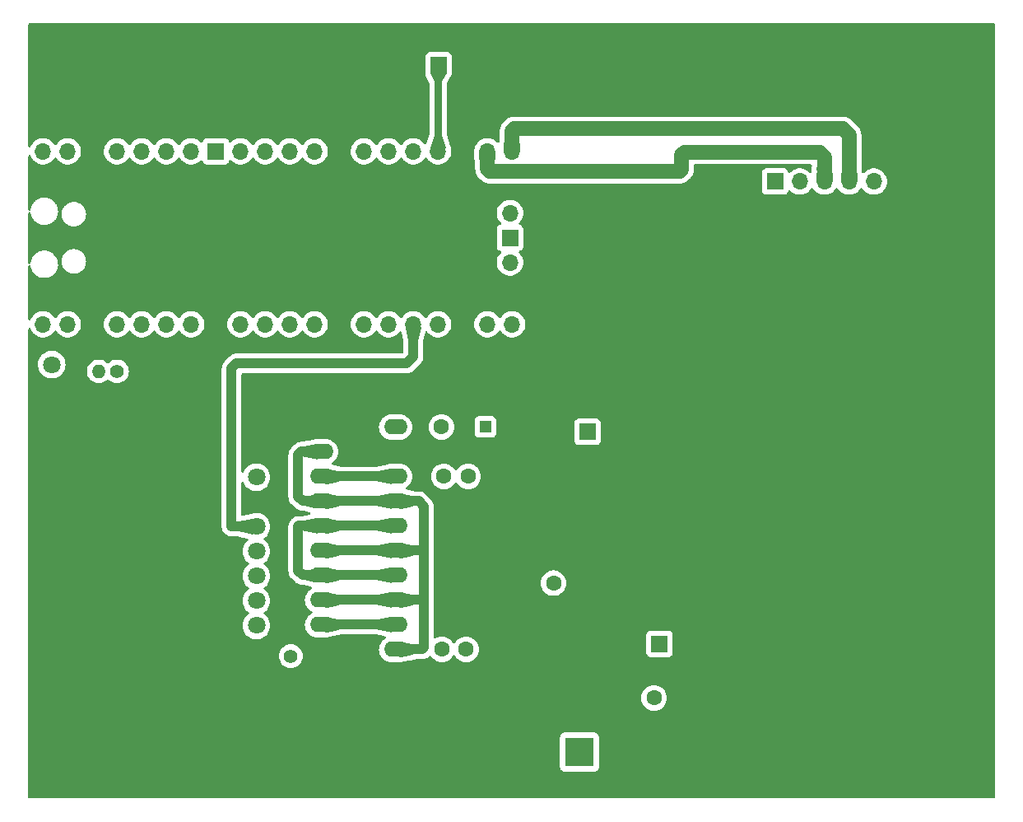
<source format=gbr>
%TF.GenerationSoftware,KiCad,Pcbnew,(7.0.0-rc2-19-gbcc1e28bab)*%
%TF.CreationDate,2023-01-26T23:12:18-08:00*%
%TF.ProjectId,Amplified-WSPR-Beacon-v3,416d706c-6966-4696-9564-2d575350522d,rev?*%
%TF.SameCoordinates,Original*%
%TF.FileFunction,Copper,L2,Bot*%
%TF.FilePolarity,Positive*%
%FSLAX46Y46*%
G04 Gerber Fmt 4.6, Leading zero omitted, Abs format (unit mm)*
G04 Created by KiCad (PCBNEW (7.0.0-rc2-19-gbcc1e28bab)) date 2023-01-26 23:12:18*
%MOMM*%
%LPD*%
G01*
G04 APERTURE LIST*
%TA.AperFunction,ComponentPad*%
%ADD10R,1.200000X1.200000*%
%TD*%
%TA.AperFunction,ComponentPad*%
%ADD11C,1.200000*%
%TD*%
%TA.AperFunction,SMDPad,CuDef*%
%ADD12R,1.350000X4.200000*%
%TD*%
%TA.AperFunction,ComponentPad*%
%ADD13R,1.800000X1.800000*%
%TD*%
%TA.AperFunction,ComponentPad*%
%ADD14C,1.800000*%
%TD*%
%TA.AperFunction,ComponentPad*%
%ADD15C,0.800000*%
%TD*%
%TA.AperFunction,ComponentPad*%
%ADD16C,6.400000*%
%TD*%
%TA.AperFunction,ComponentPad*%
%ADD17C,1.600000*%
%TD*%
%TA.AperFunction,ComponentPad*%
%ADD18R,1.700000X1.700000*%
%TD*%
%TA.AperFunction,ComponentPad*%
%ADD19O,1.700000X1.700000*%
%TD*%
%TA.AperFunction,ComponentPad*%
%ADD20R,3.000000X3.000000*%
%TD*%
%TA.AperFunction,ComponentPad*%
%ADD21C,3.000000*%
%TD*%
%TA.AperFunction,ComponentPad*%
%ADD22R,2.400000X1.600000*%
%TD*%
%TA.AperFunction,ComponentPad*%
%ADD23O,2.400000X1.600000*%
%TD*%
%TA.AperFunction,ComponentPad*%
%ADD24C,1.400000*%
%TD*%
%TA.AperFunction,ComponentPad*%
%ADD25O,1.400000X1.400000*%
%TD*%
%TA.AperFunction,ViaPad*%
%ADD26C,0.800000*%
%TD*%
%TA.AperFunction,ViaPad*%
%ADD27C,3.200000*%
%TD*%
%TA.AperFunction,Conductor*%
%ADD28C,1.000000*%
%TD*%
%TA.AperFunction,Conductor*%
%ADD29C,1.500000*%
%TD*%
%TA.AperFunction,Conductor*%
%ADD30C,0.800000*%
%TD*%
G04 APERTURE END LIST*
D10*
%TO.P,C8,1*%
%TO.N,+5V*%
X136849999Y-98222599D03*
D11*
%TO.P,C8,2*%
%TO.N,GND*%
X136850000Y-96222600D03*
%TD*%
D12*
%TO.P,J1,2,Ext*%
%TO.N,GND*%
X161454999Y-134039999D03*
X167104999Y-134039999D03*
%TD*%
D13*
%TO.P,D1,1,K*%
%TO.N,GND*%
X92239999Y-94354999D03*
D14*
%TO.P,D1,2,A*%
%TO.N,Net-(D1-A)*%
X92240000Y-91815000D03*
%TD*%
%TO.P,U2,1,VIN*%
%TO.N,Net-(JP4-A)*%
X113301000Y-103386350D03*
%TO.P,U2,2,GND*%
%TO.N,GND*%
X113301000Y-105926350D03*
%TO.P,U2,3,SDA*%
%TO.N,Net-(U1-GPIO12)*%
X113301000Y-108466350D03*
%TO.P,U2,4,SCL*%
%TO.N,Net-(U1-GPIO13)*%
X113301000Y-111006350D03*
%TO.P,U2,5,S2*%
%TO.N,Net-(U1-GPIO15)*%
X113301000Y-113546350D03*
%TO.P,U2,6,S1*%
%TO.N,unconnected-(U2-S1-Pad6)*%
X113301000Y-116086350D03*
%TO.P,U2,7,SO*%
%TO.N,Net-(U2-SO)*%
X113301000Y-118626350D03*
%TD*%
D15*
%TO.P,H4,1,1*%
%TO.N,GND*%
X183620000Y-133190000D03*
X184322944Y-131492944D03*
X184322944Y-134887056D03*
X186020000Y-130790000D03*
D16*
X186020000Y-133190000D03*
D15*
X186020000Y-135590000D03*
X187717056Y-131492944D03*
X187717056Y-134887056D03*
X188420000Y-133190000D03*
%TD*%
D17*
%TO.P,C3,1*%
%TO.N,Net-(ANTENNA1-Pin_1)*%
X154210000Y-126070000D03*
%TO.P,C3,2*%
%TO.N,GND*%
X154210000Y-123570000D03*
%TD*%
D18*
%TO.P,TP1,1,1*%
%TO.N,Net-(C1-Pad1)*%
X147359999Y-98719999D03*
%TD*%
%TO.P,TP2,1,1*%
%TO.N,Net-(JP1-B)*%
X154769999Y-120509999D03*
%TD*%
D17*
%TO.P,C7,1*%
%TO.N,GND*%
X132340000Y-95720000D03*
%TO.P,C7,2*%
%TO.N,+5V*%
X132340000Y-98220000D03*
%TD*%
D18*
%TO.P,SW1,1,A*%
%TO.N,Net-(SW1-A)*%
X132039999Y-61019999D03*
D19*
%TO.P,SW1,2,B*%
%TO.N,GND*%
X134579999Y-61019999D03*
%TD*%
D15*
%TO.P,H2,1,1*%
%TO.N,GND*%
X183680000Y-60010000D03*
X184382944Y-58312944D03*
X184382944Y-61707056D03*
X186080000Y-57610000D03*
D16*
X186080000Y-60010000D03*
D15*
X186080000Y-62410000D03*
X187777056Y-58312944D03*
X187777056Y-61707056D03*
X188480000Y-60010000D03*
%TD*%
D18*
%TO.P,RTC1,1*%
%TO.N,unconnected-(RTC1-Pad1)*%
X166654999Y-72999999D03*
D19*
%TO.P,RTC1,2*%
%TO.N,unconnected-(RTC1-Pad2)*%
X169194999Y-72999999D03*
%TO.P,RTC1,3,SCL*%
%TO.N,SCL*%
X171734999Y-72999999D03*
%TO.P,RTC1,4,SDA*%
%TO.N,SDA*%
X174274999Y-72999999D03*
%TO.P,RTC1,5,VCC*%
%TO.N,+5V*%
X176814999Y-72999999D03*
%TO.P,RTC1,6,GND*%
%TO.N,GND*%
X179354999Y-72999999D03*
%TD*%
D15*
%TO.P,H1,1,1*%
%TO.N,GND*%
X90710000Y-60040000D03*
X91412944Y-58342944D03*
X91412944Y-61737056D03*
X93110000Y-57640000D03*
D16*
X93110000Y-60040000D03*
D15*
X93110000Y-62440000D03*
X94807056Y-58342944D03*
X94807056Y-61737056D03*
X95510000Y-60040000D03*
%TD*%
D19*
%TO.P,U1,1,GPIO0*%
%TO.N,unconnected-(U1-GPIO0-Pad1)*%
X91350999Y-87663999D03*
%TO.P,U1,2,GPIO1*%
%TO.N,unconnected-(U1-GPIO1-Pad2)*%
X93890999Y-87663999D03*
D18*
%TO.P,U1,3,GND*%
%TO.N,GND*%
X96430999Y-87663999D03*
D19*
%TO.P,U1,4,GPIO2*%
%TO.N,Net-(U1-GPIO2)*%
X98970999Y-87663999D03*
%TO.P,U1,5,GPIO3*%
%TO.N,unconnected-(U1-GPIO3-Pad5)*%
X101510999Y-87663999D03*
%TO.P,U1,6,GPIO4*%
%TO.N,unconnected-(U1-GPIO4-Pad6)*%
X104050999Y-87663999D03*
%TO.P,U1,7,GPIO5*%
%TO.N,unconnected-(U1-GPIO5-Pad7)*%
X106590999Y-87663999D03*
D18*
%TO.P,U1,8,GND*%
%TO.N,GND*%
X109130999Y-87663999D03*
D19*
%TO.P,U1,9,GPIO6*%
%TO.N,unconnected-(U1-GPIO6-Pad9)*%
X111670999Y-87663999D03*
%TO.P,U1,10,GPIO7*%
%TO.N,unconnected-(U1-GPIO7-Pad10)*%
X114210999Y-87663999D03*
%TO.P,U1,11,GPIO8*%
%TO.N,unconnected-(U1-GPIO8-Pad11)*%
X116750999Y-87663999D03*
%TO.P,U1,12,GPIO9*%
%TO.N,unconnected-(U1-GPIO9-Pad12)*%
X119290999Y-87663999D03*
D18*
%TO.P,U1,13,GND*%
%TO.N,GND*%
X121830999Y-87663999D03*
D19*
%TO.P,U1,14,GPIO10*%
%TO.N,unconnected-(U1-GPIO10-Pad14)*%
X124370999Y-87663999D03*
%TO.P,U1,15,GPIO11*%
%TO.N,unconnected-(U1-GPIO11-Pad15)*%
X126910999Y-87663999D03*
%TO.P,U1,16,GPIO12*%
%TO.N,Net-(U1-GPIO12)*%
X129450999Y-87663999D03*
%TO.P,U1,17,GPIO13*%
%TO.N,Net-(U1-GPIO13)*%
X131990999Y-87663999D03*
D18*
%TO.P,U1,18,GND*%
%TO.N,GND*%
X134530999Y-87663999D03*
D19*
%TO.P,U1,19,GPIO14*%
%TO.N,unconnected-(U1-GPIO14-Pad19)*%
X137070999Y-87663999D03*
%TO.P,U1,20,GPIO15*%
%TO.N,Net-(U1-GPIO15)*%
X139610999Y-87663999D03*
%TO.P,U1,21,GPIO16*%
%TO.N,SDA*%
X139610999Y-69883999D03*
%TO.P,U1,22,GPIO17*%
%TO.N,SCL*%
X137070999Y-69883999D03*
D18*
%TO.P,U1,23,GND*%
%TO.N,GND*%
X134530999Y-69883999D03*
D19*
%TO.P,U1,24,GPIO18*%
%TO.N,Net-(SW1-A)*%
X131990999Y-69883999D03*
%TO.P,U1,25,GPIO19*%
%TO.N,unconnected-(U1-GPIO19-Pad25)*%
X129450999Y-69883999D03*
%TO.P,U1,26,GPIO20*%
%TO.N,unconnected-(U1-GPIO20-Pad26)*%
X126910999Y-69883999D03*
%TO.P,U1,27,GPIO21*%
%TO.N,unconnected-(U1-GPIO21-Pad27)*%
X124370999Y-69883999D03*
D18*
%TO.P,U1,28,GND*%
%TO.N,GND*%
X121830999Y-69883999D03*
D19*
%TO.P,U1,29,GPIO22*%
%TO.N,unconnected-(U1-GPIO22-Pad29)*%
X119290999Y-69883999D03*
%TO.P,U1,30,RUN*%
%TO.N,unconnected-(U1-RUN-Pad30)*%
X116750999Y-69883999D03*
%TO.P,U1,31,GPIO26_ADC0*%
%TO.N,unconnected-(U1-GPIO26_ADC0-Pad31)*%
X114210999Y-69883999D03*
%TO.P,U1,32,GPIO27_ADC1*%
%TO.N,unconnected-(U1-GPIO27_ADC1-Pad32)*%
X111670999Y-69883999D03*
D18*
%TO.P,U1,33,AGND*%
%TO.N,unconnected-(U1-AGND-Pad33)*%
X109130999Y-69883999D03*
D19*
%TO.P,U1,34,GPIO28_ADC2*%
%TO.N,unconnected-(U1-GPIO28_ADC2-Pad34)*%
X106590999Y-69883999D03*
%TO.P,U1,35,ADC_VREF*%
%TO.N,unconnected-(U1-ADC_VREF-Pad35)*%
X104050999Y-69883999D03*
%TO.P,U1,36,3V3*%
%TO.N,+3.3V*%
X101510999Y-69883999D03*
%TO.P,U1,37,3V3_EN*%
%TO.N,unconnected-(U1-3V3_EN-Pad37)*%
X98970999Y-69883999D03*
D18*
%TO.P,U1,38,GND*%
%TO.N,GND*%
X96430999Y-69883999D03*
D19*
%TO.P,U1,39,VSYS*%
%TO.N,unconnected-(U1-VSYS-Pad39)*%
X93890999Y-69883999D03*
%TO.P,U1,40,VBUS*%
%TO.N,+5V*%
X91350999Y-69883999D03*
%TO.P,U1,41,SWCLK*%
%TO.N,unconnected-(U1-SWCLK-Pad41)*%
X139380999Y-81313999D03*
D18*
%TO.P,U1,42,GND*%
%TO.N,unconnected-(U1-GND-Pad42)*%
X139380999Y-78773999D03*
D19*
%TO.P,U1,43,SWDIO*%
%TO.N,unconnected-(U1-SWDIO-Pad43)*%
X139380999Y-76233999D03*
%TD*%
D17*
%TO.P,C4,1*%
%TO.N,Net-(JP2-A)*%
X134870000Y-121080000D03*
%TO.P,C4,2*%
%TO.N,Net-(U2-SO)*%
X132370000Y-121080000D03*
%TD*%
D20*
%TO.P,ANTENNA1,1,Pin_1*%
%TO.N,Net-(ANTENNA1-Pin_1)*%
X146539999Y-131649999D03*
D21*
%TO.P,ANTENNA1,2,Pin_2*%
%TO.N,GND*%
X141460000Y-131650000D03*
%TD*%
D22*
%TO.P,U3,1,OEa*%
%TO.N,GND*%
X119997999Y-98231999D03*
D23*
%TO.P,U3,2,I0a*%
%TO.N,Net-(U2-SO)*%
X119997999Y-100771999D03*
%TO.P,U3,3,O3b*%
%TO.N,Net-(U3-O0a)*%
X119997999Y-103311999D03*
%TO.P,U3,4,I1a*%
%TO.N,Net-(U2-SO)*%
X119997999Y-105851999D03*
%TO.P,U3,5,O2b*%
%TO.N,Net-(U3-O0a)*%
X119997999Y-108391999D03*
%TO.P,U3,6,I2a*%
%TO.N,Net-(U2-SO)*%
X119997999Y-110931999D03*
%TO.P,U3,7,O1b*%
%TO.N,Net-(U3-O0a)*%
X119997999Y-113471999D03*
%TO.P,U3,8,I3a*%
%TO.N,Net-(U2-SO)*%
X119997999Y-116011999D03*
%TO.P,U3,9,O0b*%
%TO.N,Net-(U3-O0a)*%
X119997999Y-118551999D03*
%TO.P,U3,10,GND*%
%TO.N,GND*%
X119997999Y-121091999D03*
%TO.P,U3,11,I0b*%
%TO.N,Net-(U2-SO)*%
X127617999Y-121091999D03*
%TO.P,U3,12,O3a*%
%TO.N,Net-(U3-O0a)*%
X127617999Y-118551999D03*
%TO.P,U3,13,I1b*%
%TO.N,Net-(U2-SO)*%
X127617999Y-116011999D03*
%TO.P,U3,14,O2a*%
%TO.N,Net-(U3-O0a)*%
X127617999Y-113471999D03*
%TO.P,U3,15,I2b*%
%TO.N,Net-(U2-SO)*%
X127617999Y-110931999D03*
%TO.P,U3,16,O1a*%
%TO.N,Net-(U3-O0a)*%
X127617999Y-108391999D03*
%TO.P,U3,17,I3b*%
%TO.N,Net-(U2-SO)*%
X127617999Y-105851999D03*
%TO.P,U3,18,O0a*%
%TO.N,Net-(U3-O0a)*%
X127617999Y-103311999D03*
%TO.P,U3,19,OEb*%
%TO.N,GND*%
X127617999Y-100771999D03*
%TO.P,U3,20,VCC*%
%TO.N,+5V*%
X127617999Y-98231999D03*
%TD*%
D15*
%TO.P,H3,1,1*%
%TO.N,GND*%
X93000000Y-135500000D03*
X91302944Y-134797056D03*
X94697056Y-134797056D03*
X90600000Y-133100000D03*
D16*
X93000000Y-133100000D03*
D15*
X95400000Y-133100000D03*
X91302944Y-131402944D03*
X94697056Y-131402944D03*
X93000000Y-130700000D03*
%TD*%
D17*
%TO.P,C1,1*%
%TO.N,Net-(C1-Pad1)*%
X135080000Y-103310000D03*
%TO.P,C1,2*%
%TO.N,Net-(U3-O0a)*%
X132580000Y-103310000D03*
%TD*%
D24*
%TO.P,R1,1*%
%TO.N,Net-(U2-SO)*%
X116840000Y-121777000D03*
D25*
%TO.P,R1,2*%
%TO.N,GND*%
X116839999Y-123676999D03*
%TD*%
D17*
%TO.P,C2,1*%
%TO.N,Net-(JP1-B)*%
X143860000Y-114280000D03*
%TO.P,C2,2*%
%TO.N,GND*%
X141360000Y-114280000D03*
%TD*%
D24*
%TO.P,R2,1*%
%TO.N,Net-(U1-GPIO2)*%
X98970000Y-92510000D03*
D25*
%TO.P,R2,2*%
%TO.N,Net-(D1-A)*%
X97069999Y-92509999D03*
%TD*%
D26*
%TO.N,GND*%
X131318000Y-128270000D03*
X113538000Y-126746000D03*
X135342000Y-58328000D03*
X186206000Y-87160000D03*
X100798000Y-59852000D03*
X162774000Y-58328000D03*
X153200000Y-83770000D03*
X172008000Y-135162000D03*
X90728000Y-126780000D03*
X147026000Y-58328000D03*
X136176000Y-99950000D03*
X157410000Y-104690000D03*
X105460000Y-126780000D03*
X173466000Y-59804000D03*
X145786000Y-73990000D03*
X91998000Y-123732000D03*
X159980000Y-58328000D03*
X187730000Y-83858000D03*
X152022000Y-98532000D03*
X178866000Y-132622000D03*
X109524000Y-133638000D03*
X184620000Y-70446000D03*
X186266000Y-120082000D03*
X157176000Y-121632000D03*
X151616000Y-74040000D03*
X91998000Y-125256000D03*
X116702000Y-93400000D03*
X93522000Y-128304000D03*
X170688000Y-133858000D03*
X154710000Y-92332000D03*
X147370000Y-83720000D03*
X112064000Y-130336000D03*
D27*
X132690000Y-134400000D03*
D26*
X157600000Y-75334000D03*
X127875000Y-58326000D03*
X170684000Y-61602000D03*
X91948000Y-119380000D03*
X157410000Y-106214000D03*
X117602000Y-133604000D03*
X120396000Y-130302000D03*
X138910000Y-61650000D03*
X121716000Y-135162000D03*
X112990000Y-59852000D03*
X155936000Y-113106000D03*
X178866000Y-135162000D03*
X117830000Y-96360000D03*
X172208000Y-61602000D03*
X176062000Y-131324000D03*
X112064000Y-126780000D03*
X174802000Y-132622000D03*
X154710000Y-80394000D03*
X153150000Y-92372000D03*
X102666000Y-130336000D03*
X148334000Y-59840000D03*
X113588000Y-131860000D03*
X125730000Y-128270000D03*
X187730000Y-73698000D03*
X97332000Y-133638000D03*
X116332000Y-130302000D03*
X100798000Y-58328000D03*
X166570000Y-58292000D03*
X133170000Y-110420000D03*
X180998000Y-59782000D03*
X152048000Y-100006000D03*
D27*
X182630000Y-88370000D03*
D26*
X112064000Y-131860000D03*
X187790000Y-112208000D03*
X169164000Y-132588000D03*
X156424000Y-58328000D03*
X156594000Y-97008000D03*
X157176000Y-118330000D03*
X102334000Y-61650000D03*
X134440000Y-108896000D03*
X150752000Y-97008000D03*
X99872000Y-126780000D03*
X116382000Y-135162000D03*
X106730000Y-133638000D03*
X120356000Y-58328000D03*
X187860000Y-126362000D03*
X157600000Y-92352000D03*
X174792000Y-131324000D03*
X156234000Y-80394000D03*
X90728000Y-120938000D03*
X133858000Y-124968000D03*
X137894000Y-61650000D03*
X183096000Y-73748000D03*
X129794000Y-128270000D03*
X94792000Y-128304000D03*
X151626000Y-89070000D03*
X157600000Y-80414000D03*
X106386000Y-59852000D03*
X98602000Y-126780000D03*
D27*
X154550000Y-130460000D03*
D26*
X178216000Y-61580000D03*
X150260000Y-78890000D03*
X187730000Y-78524000D03*
X90678000Y-112014000D03*
X103936000Y-130336000D03*
X147320000Y-82162000D03*
X153680000Y-61638000D03*
X121880000Y-59852000D03*
X178204000Y-59782000D03*
X147320000Y-85464000D03*
X186206000Y-91732000D03*
X151626000Y-80434000D03*
X94792000Y-126780000D03*
X107656000Y-58328000D03*
X168094000Y-58292000D03*
X186206000Y-88938000D03*
X142962000Y-59852000D03*
X114514000Y-58328000D03*
X124560000Y-101560000D03*
X154710000Y-78870000D03*
X90728000Y-97062000D03*
X187790000Y-110430000D03*
X148726000Y-74020000D03*
X145540000Y-59840000D03*
X90728000Y-125256000D03*
X90728000Y-98332000D03*
D27*
X166580000Y-88370000D03*
D26*
X108938000Y-61650000D03*
X158660000Y-59818000D03*
X90678000Y-102870000D03*
X124510000Y-135162000D03*
X161250000Y-58328000D03*
X100810000Y-61650000D03*
X133858000Y-126746000D03*
X187700000Y-65000000D03*
X127887000Y-61648000D03*
X110450000Y-59852000D03*
X156620000Y-101530000D03*
X180066000Y-127274000D03*
X151626000Y-90594000D03*
X145552000Y-61638000D03*
X186326000Y-124980000D03*
X157890000Y-100006000D03*
X150310000Y-93910000D03*
X135586000Y-110438000D03*
X170688000Y-132588000D03*
X135586000Y-113486000D03*
X109524000Y-130336000D03*
X123150000Y-59852000D03*
X96062000Y-126780000D03*
X122936000Y-130302000D03*
X173532000Y-133892000D03*
X186206000Y-77000000D03*
X123660000Y-120360000D03*
X128524000Y-128270000D03*
X150260000Y-82192000D03*
D27*
X178800000Y-88240000D03*
D26*
X159004000Y-113030000D03*
X98258000Y-59852000D03*
X181600000Y-128750000D03*
X154710000Y-85474000D03*
X174792000Y-130054000D03*
X147320000Y-75304000D03*
X156462000Y-59840000D03*
X151626000Y-75354000D03*
X119098000Y-61650000D03*
X186266000Y-106874000D03*
X156474000Y-61638000D03*
X98602000Y-135162000D03*
X156284000Y-93890000D03*
X115178000Y-93400000D03*
X159124000Y-82192000D03*
X148736000Y-92352000D03*
X144232000Y-58328000D03*
X151128000Y-59840000D03*
X187790000Y-106874000D03*
X169402000Y-59804000D03*
X187730000Y-82080000D03*
X142974000Y-61650000D03*
X110794000Y-131860000D03*
X116078000Y-128270000D03*
X112064000Y-135162000D03*
X108000000Y-128304000D03*
X103936000Y-135162000D03*
X187730000Y-71920000D03*
X153150000Y-85514000D03*
X162736000Y-61616000D03*
D27*
X178730000Y-92000000D03*
D26*
X150260000Y-87018000D03*
D27*
X170860000Y-96260000D03*
D26*
X158710000Y-58328000D03*
X170738000Y-135162000D03*
X101396000Y-128304000D03*
X124460000Y-133604000D03*
X137882000Y-59852000D03*
X159124000Y-90574000D03*
X118872000Y-128270000D03*
X112064000Y-128304000D03*
X129399000Y-59850000D03*
X145796000Y-90544000D03*
X102322000Y-59852000D03*
X187790000Y-120082000D03*
X159160000Y-100006000D03*
X175714000Y-58292000D03*
X138898000Y-59852000D03*
D27*
X158530000Y-130390000D03*
X174780000Y-88370000D03*
D26*
X105460000Y-133638000D03*
X102666000Y-126780000D03*
X151676000Y-83770000D03*
X181600000Y-131290000D03*
X177586000Y-131324000D03*
X126605000Y-59850000D03*
X176002000Y-127274000D03*
X153150000Y-78910000D03*
X154734000Y-95540000D03*
X151140000Y-61638000D03*
X91948000Y-102870000D03*
X187730000Y-68364000D03*
X90678000Y-119380000D03*
X158954000Y-119854000D03*
X159134000Y-98532000D03*
X90728000Y-128304000D03*
X91998000Y-99856000D03*
X153200000Y-93930000D03*
X186266000Y-102048000D03*
X103936000Y-133638000D03*
X149616000Y-61638000D03*
X145846000Y-93880000D03*
X153630000Y-58328000D03*
X124850000Y-121480000D03*
X103604000Y-61650000D03*
X157650000Y-83750000D03*
X157410000Y-111548000D03*
X183166000Y-123472000D03*
X130480000Y-95220000D03*
X115796000Y-61650000D03*
X105460000Y-131860000D03*
X122936000Y-133604000D03*
X157600000Y-85494000D03*
X125730000Y-131826000D03*
X176072000Y-133892000D03*
X110794000Y-126780000D03*
X110794000Y-128304000D03*
X125347000Y-61648000D03*
X178254000Y-58292000D03*
X147320000Y-86988000D03*
X108000000Y-135162000D03*
X154382000Y-116298000D03*
X132620000Y-101474000D03*
X96062000Y-128304000D03*
X102666000Y-128304000D03*
X137110000Y-113486000D03*
X181610000Y-132588000D03*
X173428000Y-58292000D03*
X184620000Y-73748000D03*
X129210000Y-93696000D03*
X127050000Y-135162000D03*
X157176000Y-116298000D03*
X187730000Y-88938000D03*
X168144000Y-61602000D03*
X147320000Y-89020000D03*
X154710000Y-76838000D03*
X114526000Y-61650000D03*
X186256000Y-85416000D03*
X186386000Y-127920000D03*
X156234000Y-86998000D03*
X119086000Y-59852000D03*
X180126000Y-130054000D03*
X148736000Y-85494000D03*
X145796000Y-89020000D03*
X148736000Y-76858000D03*
X108000000Y-131860000D03*
X159134000Y-97008000D03*
X145820000Y-95530000D03*
X148786000Y-83750000D03*
X148736000Y-90574000D03*
X157600000Y-76858000D03*
X155070000Y-98532000D03*
X181610000Y-133858000D03*
X155096000Y-100006000D03*
D27*
X182560000Y-92130000D03*
D26*
X165338000Y-59804000D03*
X122936000Y-131826000D03*
X145796000Y-92322000D03*
X151626000Y-87038000D03*
X187780000Y-75256000D03*
X131318000Y-124968000D03*
X153150000Y-76878000D03*
X155886000Y-111548000D03*
X91948000Y-104140000D03*
X99528000Y-59852000D03*
X123162000Y-61650000D03*
X101396000Y-135162000D03*
X109524000Y-135162000D03*
X101396000Y-126780000D03*
X181010000Y-61580000D03*
X115784000Y-59852000D03*
X170634000Y-58292000D03*
X171948000Y-128750000D03*
X152360000Y-58328000D03*
X181600000Y-130020000D03*
X149604000Y-59840000D03*
X128524000Y-126746000D03*
X154710000Y-90554000D03*
X115784000Y-58328000D03*
X107668000Y-61650000D03*
X110794000Y-133638000D03*
X186256000Y-90496000D03*
X138898000Y-58328000D03*
X98602000Y-130336000D03*
X112064000Y-133638000D03*
X90678000Y-117856000D03*
X153150000Y-82212000D03*
X186176000Y-65000000D03*
X156234000Y-85474000D03*
X145796000Y-80384000D03*
X141040000Y-94240000D03*
X90678000Y-110490000D03*
X187780000Y-85416000D03*
X90728000Y-129574000D03*
X116810000Y-96360000D03*
X91948000Y-105664000D03*
X103936000Y-126780000D03*
X118872000Y-130302000D03*
X186266000Y-108906000D03*
X125730000Y-126746000D03*
X127000000Y-126746000D03*
X131096000Y-99950000D03*
X187884000Y-129520000D03*
X157624000Y-95560000D03*
X177596000Y-133892000D03*
D27*
X162350000Y-92130000D03*
D26*
X98602000Y-128304000D03*
X122560000Y-120350000D03*
X91998000Y-120938000D03*
X169154000Y-130020000D03*
X159174000Y-83750000D03*
X187790000Y-102048000D03*
X151626000Y-82212000D03*
X119242000Y-93400000D03*
X173522000Y-131324000D03*
X135596000Y-107538000D03*
X114858000Y-130336000D03*
X110450000Y-58328000D03*
X150260000Y-76858000D03*
X98258000Y-58328000D03*
X121666000Y-124968000D03*
X134652000Y-99950000D03*
X169154000Y-128750000D03*
X107656000Y-59852000D03*
X159124000Y-75334000D03*
X186266000Y-96714000D03*
X154760000Y-93890000D03*
X133858000Y-128270000D03*
X110794000Y-135162000D03*
X179778000Y-58292000D03*
X157460000Y-113106000D03*
X147344000Y-95530000D03*
X148786000Y-93910000D03*
X138380000Y-113486000D03*
X158954000Y-116298000D03*
X117972000Y-93400000D03*
X159160000Y-101530000D03*
X184620000Y-68414000D03*
X187730000Y-77000000D03*
D27*
X162420000Y-88370000D03*
D26*
X170678000Y-130020000D03*
X128524000Y-124968000D03*
X124206000Y-128270000D03*
X97332000Y-128304000D03*
X97332000Y-126780000D03*
X183276000Y-127970000D03*
X134440000Y-113468000D03*
X93522000Y-126780000D03*
X184800000Y-127970000D03*
X174732000Y-127274000D03*
D27*
X174820000Y-96190000D03*
D26*
X98602000Y-131860000D03*
X91948000Y-116332000D03*
X144232000Y-59852000D03*
X122560000Y-121580000D03*
X186206000Y-68364000D03*
X139840000Y-95530000D03*
X152398000Y-59840000D03*
X91948000Y-108712000D03*
X125335000Y-59850000D03*
X174802000Y-133892000D03*
X150752000Y-98532000D03*
X136176000Y-101474000D03*
X132588000Y-128270000D03*
D27*
X166620000Y-96190000D03*
D26*
X186256000Y-75256000D03*
X154710000Y-89030000D03*
X141438000Y-58328000D03*
X136906000Y-91186000D03*
X117652000Y-135162000D03*
X106730000Y-126780000D03*
X91998000Y-122462000D03*
X166608000Y-59804000D03*
D27*
X135480000Y-130560000D03*
D26*
X186266000Y-110430000D03*
X134416000Y-91220000D03*
X101396000Y-130336000D03*
X120142000Y-126746000D03*
X169144000Y-127274000D03*
X120142000Y-128270000D03*
X132588000Y-124968000D03*
X156234000Y-76838000D03*
X132548000Y-58328000D03*
X186266000Y-95190000D03*
X106730000Y-128304000D03*
X148760000Y-95560000D03*
X90728000Y-122462000D03*
X113588000Y-133638000D03*
X178796000Y-127274000D03*
X170668000Y-127274000D03*
X149566000Y-58328000D03*
X157590000Y-74020000D03*
X184740000Y-125030000D03*
X186276000Y-123422000D03*
X124830000Y-93400000D03*
X154710000Y-86998000D03*
X171948000Y-130020000D03*
X144244000Y-61650000D03*
X151626000Y-85514000D03*
X122936000Y-128270000D03*
X183066000Y-65050000D03*
X111732000Y-61650000D03*
X159124000Y-92352000D03*
X134652000Y-101474000D03*
X157864000Y-98532000D03*
X157176000Y-119854000D03*
X187790000Y-96714000D03*
X147320000Y-90544000D03*
X129399000Y-58326000D03*
X164044000Y-58328000D03*
X186206000Y-73698000D03*
X90678000Y-105664000D03*
X180136000Y-132622000D03*
X101396000Y-133638000D03*
X127875000Y-59850000D03*
X141000000Y-95530000D03*
X173478000Y-61602000D03*
X124580000Y-98930000D03*
X159114000Y-74020000D03*
X187840000Y-113766000D03*
X113908000Y-93400000D03*
X106730000Y-135162000D03*
X147310000Y-73990000D03*
X150260000Y-89050000D03*
X156594000Y-98532000D03*
X122036000Y-93400000D03*
X186206000Y-66840000D03*
X174792000Y-128784000D03*
X145846000Y-83720000D03*
X156234000Y-90554000D03*
X117602000Y-128270000D03*
X91948000Y-110490000D03*
X114858000Y-131860000D03*
D27*
X170820000Y-88440000D03*
D26*
X187730000Y-80556000D03*
X169214000Y-135162000D03*
X179740000Y-61580000D03*
X99872000Y-135162000D03*
X119086000Y-58328000D03*
X151626000Y-92372000D03*
X133818000Y-58328000D03*
X187800000Y-123422000D03*
X158954000Y-106138000D03*
X159148000Y-95560000D03*
X156234000Y-82172000D03*
X145796000Y-82162000D03*
X173462000Y-127274000D03*
X124206000Y-126746000D03*
X187790000Y-98746000D03*
X104862000Y-58328000D03*
X125730000Y-130302000D03*
X187840000Y-103606000D03*
X186266000Y-100270000D03*
X111720000Y-58328000D03*
X177596000Y-135162000D03*
D27*
X162460000Y-96190000D03*
D26*
X141450000Y-61650000D03*
X156620000Y-100006000D03*
X104862000Y-59852000D03*
X176946000Y-61580000D03*
X121892000Y-61650000D03*
X133170000Y-113468000D03*
X155886000Y-104690000D03*
X122950000Y-98910000D03*
X169364000Y-58292000D03*
X159124000Y-87018000D03*
X125730000Y-124968000D03*
X156284000Y-83730000D03*
X159124000Y-80414000D03*
X186206000Y-70396000D03*
X134450000Y-107520000D03*
X158954000Y-104614000D03*
X99528000Y-58328000D03*
X145796000Y-86988000D03*
X117602000Y-131826000D03*
X187790000Y-95190000D03*
X158954000Y-114774000D03*
X117602000Y-130302000D03*
X168132000Y-59804000D03*
X125780000Y-135162000D03*
X159124000Y-89050000D03*
X129794000Y-126746000D03*
X169414000Y-61602000D03*
X103592000Y-59852000D03*
X91948000Y-112014000D03*
X118872000Y-131826000D03*
X134440000Y-110420000D03*
X174802000Y-135162000D03*
X150310000Y-83750000D03*
X122950000Y-101590000D03*
X176934000Y-59782000D03*
X177586000Y-130054000D03*
X150778000Y-100006000D03*
X112990000Y-58328000D03*
X145502000Y-58328000D03*
X153668000Y-59840000D03*
X171998000Y-131324000D03*
X108000000Y-126780000D03*
X171958000Y-132588000D03*
X157600000Y-78890000D03*
X173522000Y-128784000D03*
X187730000Y-70396000D03*
X181540000Y-127240000D03*
X124460000Y-130302000D03*
X136612000Y-58328000D03*
X152410000Y-61638000D03*
X155204000Y-61638000D03*
D27*
X166510000Y-92130000D03*
D26*
X186206000Y-78524000D03*
X113002000Y-61650000D03*
X134440000Y-111944000D03*
X183096000Y-70446000D03*
X109524000Y-126780000D03*
X156234000Y-75314000D03*
X118872000Y-126746000D03*
X177596000Y-132622000D03*
X90678000Y-108712000D03*
X187790000Y-100270000D03*
X159930000Y-59818000D03*
X122940000Y-100240000D03*
X157600000Y-89050000D03*
X186316000Y-113766000D03*
X118922000Y-135162000D03*
X116332000Y-131826000D03*
X187730000Y-66840000D03*
X170678000Y-128750000D03*
X184620000Y-66890000D03*
X102322000Y-58328000D03*
X90728000Y-123732000D03*
X120368000Y-61650000D03*
X187780000Y-93290000D03*
X120142000Y-133604000D03*
X139850000Y-94220000D03*
X114514000Y-59852000D03*
X153826000Y-101530000D03*
X158672000Y-61616000D03*
X114858000Y-133638000D03*
X187790000Y-117288000D03*
X120446000Y-135162000D03*
X114808000Y-128270000D03*
X105460000Y-128304000D03*
X156234000Y-89030000D03*
X164006000Y-61616000D03*
X123560000Y-93400000D03*
X157600000Y-87018000D03*
X154710000Y-75314000D03*
X178856000Y-131324000D03*
X102666000Y-133638000D03*
X109524000Y-131860000D03*
X153150000Y-87038000D03*
X155886000Y-106214000D03*
X186266000Y-117288000D03*
X116078000Y-126746000D03*
X137110000Y-110438000D03*
X187840000Y-118846000D03*
X129794000Y-124968000D03*
X114858000Y-135162000D03*
X117828000Y-61650000D03*
X140180000Y-61650000D03*
X133170000Y-111944000D03*
X113538000Y-128270000D03*
X187910000Y-127920000D03*
X157650000Y-93910000D03*
X103592000Y-58328000D03*
X180126000Y-128784000D03*
X110462000Y-61650000D03*
X171958000Y-133858000D03*
X97332000Y-131860000D03*
D27*
X170750000Y-92200000D03*
D26*
X155886000Y-114850000D03*
X147320000Y-92322000D03*
X147064000Y-59840000D03*
X184620000Y-71970000D03*
X148296000Y-58328000D03*
X156234000Y-78870000D03*
X102666000Y-135162000D03*
X157864000Y-97008000D03*
X150260000Y-80414000D03*
X161212000Y-61616000D03*
X158954000Y-121632000D03*
X116382000Y-133638000D03*
X176062000Y-130054000D03*
X131096000Y-101474000D03*
X178856000Y-130054000D03*
X121880000Y-58328000D03*
X170672000Y-59804000D03*
X154700000Y-74000000D03*
X101396000Y-131860000D03*
X159942000Y-61616000D03*
X184590000Y-65050000D03*
X186316000Y-121640000D03*
X117816000Y-58328000D03*
X153800000Y-97008000D03*
X141438000Y-59852000D03*
X133170000Y-108896000D03*
X99872000Y-131860000D03*
X132620000Y-99950000D03*
X102666000Y-131860000D03*
X148736000Y-89050000D03*
D27*
X174710000Y-92130000D03*
D26*
X151650000Y-95580000D03*
X132588000Y-126746000D03*
X148736000Y-78890000D03*
X130669000Y-58326000D03*
X137110000Y-111962000D03*
X106386000Y-58328000D03*
X151090000Y-58328000D03*
X163994000Y-59818000D03*
X154760000Y-83730000D03*
X183250000Y-129570000D03*
X108926000Y-59852000D03*
X173522000Y-130054000D03*
X156234000Y-92332000D03*
X148736000Y-87018000D03*
X172196000Y-59804000D03*
X121666000Y-128270000D03*
X157410000Y-114850000D03*
X106730000Y-130336000D03*
X159124000Y-85494000D03*
X122936000Y-126746000D03*
X140168000Y-58328000D03*
X153174000Y-95580000D03*
X177586000Y-128784000D03*
X105460000Y-135162000D03*
X186316000Y-103606000D03*
X155906000Y-116298000D03*
X129210000Y-95220000D03*
X123640000Y-121540000D03*
X147320000Y-76828000D03*
X154710000Y-82172000D03*
X186256000Y-93290000D03*
X125730000Y-133604000D03*
X178856000Y-128784000D03*
X110794000Y-130336000D03*
X145796000Y-75304000D03*
X108926000Y-58328000D03*
X155070000Y-97008000D03*
X91948000Y-101346000D03*
X186266000Y-98746000D03*
X165300000Y-58292000D03*
X162724000Y-59818000D03*
X173532000Y-135162000D03*
X91998000Y-128304000D03*
X91948000Y-117856000D03*
X117602000Y-126746000D03*
X155096000Y-101530000D03*
X127000000Y-133604000D03*
X112638000Y-93400000D03*
X121666000Y-126746000D03*
X153800000Y-98532000D03*
X100640000Y-94500000D03*
X186336000Y-126362000D03*
X114808000Y-126746000D03*
X124810000Y-120360000D03*
X187790000Y-115510000D03*
X108000000Y-133638000D03*
X124206000Y-124968000D03*
X90728000Y-99856000D03*
X91948000Y-114808000D03*
X127000000Y-128270000D03*
X126605000Y-58326000D03*
X98270000Y-61650000D03*
X184690000Y-123472000D03*
X118872000Y-133604000D03*
X107380000Y-97940000D03*
D27*
X157430000Y-134260000D03*
D26*
X186266000Y-112208000D03*
X177526000Y-127274000D03*
X187730000Y-87160000D03*
X186206000Y-71920000D03*
X187790000Y-108906000D03*
X153150000Y-90594000D03*
X106730000Y-131860000D03*
X130480000Y-93696000D03*
X99872000Y-133638000D03*
X172158000Y-58292000D03*
X90678000Y-114808000D03*
X113588000Y-135162000D03*
X157600000Y-82192000D03*
X91948000Y-113284000D03*
X186266000Y-115510000D03*
X187840000Y-121640000D03*
X140168000Y-59852000D03*
D27*
X129810000Y-130600000D03*
D26*
X105460000Y-130336000D03*
X170728000Y-131324000D03*
X135586000Y-111962000D03*
X187730000Y-91732000D03*
X122986000Y-135162000D03*
X121666000Y-131826000D03*
X90678000Y-116332000D03*
X153150000Y-89070000D03*
X148736000Y-75334000D03*
X169164000Y-133858000D03*
X120766000Y-93400000D03*
X148346000Y-61638000D03*
X187790000Y-105350000D03*
X171938000Y-127274000D03*
X153150000Y-80434000D03*
X127000000Y-130302000D03*
X155154000Y-58328000D03*
X107380000Y-100260000D03*
X103936000Y-128304000D03*
X142962000Y-58328000D03*
X183096000Y-68414000D03*
X145796000Y-85464000D03*
X150260000Y-85494000D03*
X179728000Y-59782000D03*
X148736000Y-80414000D03*
X153140000Y-74040000D03*
X103936000Y-131860000D03*
X90678000Y-113284000D03*
X161200000Y-59818000D03*
X98602000Y-133638000D03*
X120356000Y-59852000D03*
X124560000Y-100270000D03*
X120396000Y-131826000D03*
X183216000Y-125030000D03*
X151626000Y-78910000D03*
X148736000Y-82192000D03*
X90678000Y-104140000D03*
X124460000Y-131826000D03*
X91948000Y-107188000D03*
X109524000Y-128304000D03*
X97332000Y-135162000D03*
X180136000Y-133892000D03*
X176072000Y-132622000D03*
X111720000Y-59852000D03*
X166620000Y-61602000D03*
X129411000Y-61648000D03*
X187850000Y-124980000D03*
X169204000Y-131324000D03*
X97332000Y-130336000D03*
X121666000Y-130302000D03*
X175664000Y-59782000D03*
X187780000Y-90496000D03*
X159124000Y-78890000D03*
X127000000Y-124968000D03*
X107380000Y-102460000D03*
X186266000Y-105350000D03*
X176072000Y-135162000D03*
X150250000Y-74020000D03*
X131318000Y-126746000D03*
X90678000Y-107188000D03*
X157890000Y-101530000D03*
X176062000Y-128784000D03*
X147320000Y-80384000D03*
X117816000Y-59852000D03*
X108000000Y-130336000D03*
X151676000Y-93930000D03*
X176984000Y-58292000D03*
X186316000Y-118846000D03*
D27*
X178840000Y-96060000D03*
D26*
X153150000Y-75354000D03*
X115750000Y-96340000D03*
X113588000Y-130336000D03*
X123150000Y-58328000D03*
X91998000Y-126780000D03*
X145796000Y-78860000D03*
X183096000Y-71970000D03*
X126617000Y-61648000D03*
X147076000Y-61638000D03*
X151626000Y-76878000D03*
X186206000Y-83858000D03*
X153826000Y-100006000D03*
X125335000Y-58326000D03*
X121666000Y-133604000D03*
X186206000Y-80556000D03*
X159174000Y-93910000D03*
X135586000Y-108914000D03*
X178866000Y-133892000D03*
X137882000Y-58328000D03*
X127000000Y-131826000D03*
X173532000Y-132622000D03*
X145796000Y-76828000D03*
X180126000Y-131324000D03*
X180136000Y-135162000D03*
X147320000Y-78860000D03*
X155192000Y-59840000D03*
X152022000Y-97008000D03*
X91998000Y-97062000D03*
X156224000Y-74000000D03*
X159124000Y-76858000D03*
X122936000Y-124968000D03*
X99872000Y-130336000D03*
X99540000Y-61650000D03*
X186206000Y-82080000D03*
D27*
X182670000Y-96190000D03*
D26*
X106398000Y-61650000D03*
X165350000Y-61602000D03*
X184750000Y-126412000D03*
X181048000Y-58292000D03*
X104874000Y-61650000D03*
X183096000Y-66890000D03*
X91998000Y-98332000D03*
X150260000Y-75334000D03*
X183226000Y-126412000D03*
X156258000Y-95540000D03*
X150260000Y-92352000D03*
X133180000Y-107520000D03*
X181610000Y-135128000D03*
X158954000Y-111472000D03*
X158954000Y-118330000D03*
X90678000Y-101346000D03*
X150284000Y-95560000D03*
X175676000Y-61580000D03*
X150260000Y-90574000D03*
X147370000Y-93880000D03*
X99872000Y-128304000D03*
X157600000Y-90574000D03*
%TD*%
D28*
%TO.N,Net-(U3-O0a)*%
X117668000Y-108392000D02*
X119998000Y-108392000D01*
X119998000Y-118552000D02*
X127618000Y-118552000D01*
X119998000Y-113472000D02*
X118044000Y-113472000D01*
X117602000Y-108458000D02*
X117668000Y-108392000D01*
X119998000Y-103312000D02*
X127618000Y-103312000D01*
X118044000Y-113472000D02*
X117602000Y-113030000D01*
X119998000Y-113472000D02*
X127618000Y-113472000D01*
X119998000Y-108392000D02*
X127618000Y-108392000D01*
X117602000Y-113030000D02*
X117602000Y-108458000D01*
%TO.N,Net-(U2-SO)*%
X127618000Y-105852000D02*
X129982000Y-105852000D01*
X130556000Y-115062000D02*
X130556000Y-111506000D01*
X127618000Y-121092000D02*
X130368000Y-121092000D01*
X130490000Y-110932000D02*
X127618000Y-110932000D01*
X130368000Y-121092000D02*
X130556000Y-120904000D01*
X127618000Y-116012000D02*
X130368000Y-116012000D01*
X117602000Y-105410000D02*
X117602000Y-101092000D01*
X118044000Y-105852000D02*
X117602000Y-105410000D01*
X130556000Y-115824000D02*
X130556000Y-115062000D01*
X119998000Y-105852000D02*
X118044000Y-105852000D01*
X130556000Y-110998000D02*
X130490000Y-110932000D01*
X129982000Y-105852000D02*
X130556000Y-106426000D01*
X130556000Y-120904000D02*
X130556000Y-115062000D01*
X130556000Y-111506000D02*
X130556000Y-110998000D01*
X130368000Y-116012000D02*
X130556000Y-115824000D01*
X117602000Y-101092000D02*
X117922000Y-100772000D01*
X117922000Y-100772000D02*
X119998000Y-100772000D01*
X119998000Y-110932000D02*
X127618000Y-110932000D01*
X130556000Y-106426000D02*
X130556000Y-111506000D01*
X119998000Y-116012000D02*
X127618000Y-116012000D01*
X127618000Y-105852000D02*
X119998000Y-105852000D01*
%TO.N,Net-(U1-GPIO12)*%
X129451000Y-91021000D02*
X128778000Y-91694000D01*
X110752350Y-108466350D02*
X113301000Y-108466350D01*
X128778000Y-91694000D02*
X111252000Y-91694000D01*
X110744000Y-92202000D02*
X110744000Y-108458000D01*
X111252000Y-91694000D02*
X110744000Y-92202000D01*
X129451000Y-87664000D02*
X129451000Y-91021000D01*
X110744000Y-108458000D02*
X110752350Y-108466350D01*
D29*
%TO.N,SCL*%
X171220000Y-69960000D02*
X171735000Y-70475000D01*
X157030000Y-70270000D02*
X157340000Y-69960000D01*
X171735000Y-71735000D02*
X171680000Y-71680000D01*
X157030000Y-71760000D02*
X157030000Y-70270000D01*
X137320000Y-71950000D02*
X156840000Y-71950000D01*
X157340000Y-69960000D02*
X171220000Y-69960000D01*
X171735000Y-70475000D02*
X171735000Y-73000000D01*
X156840000Y-71950000D02*
X157030000Y-71760000D01*
X137071000Y-71701000D02*
X137320000Y-71950000D01*
X137071000Y-69884000D02*
X137071000Y-71701000D01*
%TO.N,SDA*%
X139820000Y-67580000D02*
X139611000Y-67789000D01*
X174275000Y-68215000D02*
X173640000Y-67580000D01*
X173640000Y-67580000D02*
X139820000Y-67580000D01*
X174275000Y-73000000D02*
X174275000Y-68215000D01*
X139611000Y-67789000D02*
X139611000Y-69884000D01*
D30*
%TO.N,Net-(SW1-A)*%
X131991000Y-69884000D02*
X131991000Y-61069000D01*
%TD*%
%TA.AperFunction,Conductor*%
%TO.N,GND*%
G36*
X189233000Y-56739381D02*
G01*
X189279119Y-56785500D01*
X189296000Y-56848500D01*
X189296000Y-136295500D01*
X189279119Y-136358500D01*
X189233000Y-136404619D01*
X189170000Y-136421500D01*
X89953000Y-136421500D01*
X89890000Y-136404619D01*
X89843881Y-136358500D01*
X89827000Y-136295500D01*
X89827000Y-133198638D01*
X144531500Y-133198638D01*
X144531859Y-133201985D01*
X144531860Y-133201988D01*
X144537168Y-133251367D01*
X144537169Y-133251373D01*
X144538011Y-133259201D01*
X144540762Y-133266578D01*
X144540763Y-133266580D01*
X144585962Y-133387763D01*
X144585964Y-133387766D01*
X144589111Y-133396204D01*
X144594508Y-133403414D01*
X144594510Y-133403417D01*
X144671340Y-133506049D01*
X144676739Y-133513261D01*
X144793796Y-133600889D01*
X144930799Y-133651989D01*
X144991362Y-133658500D01*
X148085269Y-133658500D01*
X148088638Y-133658500D01*
X148149201Y-133651989D01*
X148286204Y-133600889D01*
X148403261Y-133513261D01*
X148490889Y-133396204D01*
X148541989Y-133259201D01*
X148548500Y-133198638D01*
X148548500Y-130101362D01*
X148541989Y-130040799D01*
X148490889Y-129903796D01*
X148403261Y-129786739D01*
X148396049Y-129781340D01*
X148293417Y-129704510D01*
X148293414Y-129704508D01*
X148286204Y-129699111D01*
X148277766Y-129695964D01*
X148277763Y-129695962D01*
X148156580Y-129650763D01*
X148156578Y-129650762D01*
X148149201Y-129648011D01*
X148141373Y-129647169D01*
X148141367Y-129647168D01*
X148091988Y-129641860D01*
X148091985Y-129641859D01*
X148088638Y-129641500D01*
X144991362Y-129641500D01*
X144988015Y-129641859D01*
X144988011Y-129641860D01*
X144938632Y-129647168D01*
X144938625Y-129647169D01*
X144930799Y-129648011D01*
X144923423Y-129650761D01*
X144923419Y-129650763D01*
X144802236Y-129695962D01*
X144802230Y-129695965D01*
X144793796Y-129699111D01*
X144786588Y-129704506D01*
X144786582Y-129704510D01*
X144683950Y-129781340D01*
X144683946Y-129781343D01*
X144676739Y-129786739D01*
X144671343Y-129793946D01*
X144671340Y-129793950D01*
X144594510Y-129896582D01*
X144594506Y-129896588D01*
X144589111Y-129903796D01*
X144585965Y-129912230D01*
X144585962Y-129912236D01*
X144540763Y-130033419D01*
X144540761Y-130033423D01*
X144538011Y-130040799D01*
X144537169Y-130048625D01*
X144537168Y-130048632D01*
X144531860Y-130098011D01*
X144531500Y-130101362D01*
X144531500Y-133198638D01*
X89827000Y-133198638D01*
X89827000Y-126070000D01*
X152896502Y-126070000D01*
X152916457Y-126298087D01*
X152975716Y-126519243D01*
X153072477Y-126726749D01*
X153075630Y-126731252D01*
X153075633Y-126731257D01*
X153152123Y-126840496D01*
X153203802Y-126914300D01*
X153365700Y-127076198D01*
X153553251Y-127207523D01*
X153760757Y-127304284D01*
X153981913Y-127363543D01*
X154210000Y-127383498D01*
X154438087Y-127363543D01*
X154659243Y-127304284D01*
X154866749Y-127207523D01*
X155054300Y-127076198D01*
X155216198Y-126914300D01*
X155347523Y-126726749D01*
X155444284Y-126519243D01*
X155503543Y-126298087D01*
X155523498Y-126070000D01*
X155503543Y-125841913D01*
X155444284Y-125620757D01*
X155347523Y-125413251D01*
X155216198Y-125225700D01*
X155054300Y-125063802D01*
X154980496Y-125012123D01*
X154871257Y-124935633D01*
X154871252Y-124935630D01*
X154866749Y-124932477D01*
X154659243Y-124835716D01*
X154438087Y-124776457D01*
X154432611Y-124775977D01*
X154432606Y-124775977D01*
X154215475Y-124756981D01*
X154210000Y-124756502D01*
X154204525Y-124756981D01*
X153987393Y-124775977D01*
X153987386Y-124775978D01*
X153981913Y-124776457D01*
X153976599Y-124777880D01*
X153976598Y-124777881D01*
X153766067Y-124834293D01*
X153766065Y-124834293D01*
X153760757Y-124835716D01*
X153755779Y-124838036D01*
X153755774Y-124838039D01*
X153558238Y-124930151D01*
X153558233Y-124930153D01*
X153553251Y-124932477D01*
X153548752Y-124935627D01*
X153548742Y-124935633D01*
X153370211Y-125060643D01*
X153370208Y-125060645D01*
X153365700Y-125063802D01*
X153361808Y-125067693D01*
X153361802Y-125067699D01*
X153207699Y-125221802D01*
X153207693Y-125221808D01*
X153203802Y-125225700D01*
X153200645Y-125230208D01*
X153200643Y-125230211D01*
X153075633Y-125408742D01*
X153075627Y-125408752D01*
X153072477Y-125413251D01*
X153070153Y-125418233D01*
X153070151Y-125418238D01*
X152978039Y-125615774D01*
X152978036Y-125615779D01*
X152975716Y-125620757D01*
X152916457Y-125841913D01*
X152915978Y-125847386D01*
X152915977Y-125847393D01*
X152896988Y-126064443D01*
X152896502Y-126070000D01*
X89827000Y-126070000D01*
X89827000Y-121777000D01*
X115626884Y-121777000D01*
X115627363Y-121782475D01*
X115640671Y-121934595D01*
X115645314Y-121987655D01*
X115700044Y-122191910D01*
X115702366Y-122196890D01*
X115702367Y-122196892D01*
X115763366Y-122327706D01*
X115789411Y-122383558D01*
X115792563Y-122388059D01*
X115792565Y-122388063D01*
X115907539Y-122552264D01*
X115907543Y-122552268D01*
X115910699Y-122556776D01*
X116060224Y-122706301D01*
X116064732Y-122709457D01*
X116064735Y-122709460D01*
X116228936Y-122824434D01*
X116233442Y-122827589D01*
X116425090Y-122916956D01*
X116629345Y-122971686D01*
X116840000Y-122990116D01*
X117050655Y-122971686D01*
X117254910Y-122916956D01*
X117446558Y-122827589D01*
X117619776Y-122706301D01*
X117769301Y-122556776D01*
X117890589Y-122383558D01*
X117979956Y-122191910D01*
X118034686Y-121987655D01*
X118053116Y-121777000D01*
X118034686Y-121566345D01*
X117979956Y-121362090D01*
X117890589Y-121170442D01*
X117827261Y-121080000D01*
X117772460Y-121001735D01*
X117772457Y-121001732D01*
X117769301Y-120997224D01*
X117619776Y-120847699D01*
X117615268Y-120844543D01*
X117615264Y-120844539D01*
X117451063Y-120729565D01*
X117451059Y-120729563D01*
X117446558Y-120726411D01*
X117441579Y-120724089D01*
X117441577Y-120724088D01*
X117259892Y-120639367D01*
X117259890Y-120639366D01*
X117254910Y-120637044D01*
X117249601Y-120635621D01*
X117249600Y-120635621D01*
X117055969Y-120583738D01*
X117055970Y-120583738D01*
X117050655Y-120582314D01*
X117045179Y-120581834D01*
X117045174Y-120581834D01*
X116845475Y-120564363D01*
X116840000Y-120563884D01*
X116834525Y-120564363D01*
X116634825Y-120581834D01*
X116634818Y-120581835D01*
X116629345Y-120582314D01*
X116624031Y-120583737D01*
X116624030Y-120583738D01*
X116430399Y-120635621D01*
X116430394Y-120635622D01*
X116425090Y-120637044D01*
X116420112Y-120639364D01*
X116420107Y-120639367D01*
X116238422Y-120724088D01*
X116238414Y-120724092D01*
X116233442Y-120726411D01*
X116228945Y-120729559D01*
X116228936Y-120729565D01*
X116064735Y-120844539D01*
X116064725Y-120844547D01*
X116060224Y-120847699D01*
X116056334Y-120851588D01*
X116056328Y-120851594D01*
X115914594Y-120993328D01*
X115914588Y-120993334D01*
X115910699Y-120997224D01*
X115907547Y-121001725D01*
X115907539Y-121001735D01*
X115792565Y-121165936D01*
X115792559Y-121165945D01*
X115789411Y-121170442D01*
X115787092Y-121175414D01*
X115787088Y-121175422D01*
X115702367Y-121357107D01*
X115702364Y-121357112D01*
X115700044Y-121362090D01*
X115698622Y-121367394D01*
X115698621Y-121367399D01*
X115653463Y-121535932D01*
X115645314Y-121566345D01*
X115644835Y-121571818D01*
X115644834Y-121571825D01*
X115630011Y-121741257D01*
X115626884Y-121777000D01*
X89827000Y-121777000D01*
X89827000Y-108458000D01*
X109730620Y-108458000D01*
X109750091Y-108655701D01*
X109751886Y-108661620D01*
X109751887Y-108661622D01*
X109763218Y-108698975D01*
X109763219Y-108698976D01*
X109805961Y-108839879D01*
X109805963Y-108839884D01*
X109807759Y-108845804D01*
X109901405Y-109021004D01*
X109905330Y-109025787D01*
X109905331Y-109025788D01*
X109998257Y-109139019D01*
X110027432Y-109174568D01*
X110032018Y-109178331D01*
X110035782Y-109182918D01*
X110040566Y-109186844D01*
X110040568Y-109186846D01*
X110161153Y-109285807D01*
X110189346Y-109308945D01*
X110364546Y-109402591D01*
X110370466Y-109404386D01*
X110370469Y-109404388D01*
X110402885Y-109414221D01*
X110554650Y-109460259D01*
X110752350Y-109479730D01*
X110758513Y-109479123D01*
X110758514Y-109479123D01*
X110795738Y-109475457D01*
X110808087Y-109474850D01*
X111407152Y-109474850D01*
X111435131Y-109477996D01*
X111558835Y-109506168D01*
X112342420Y-109684620D01*
X112364512Y-109689651D01*
X112425859Y-109723641D01*
X112459531Y-109785163D01*
X112455094Y-109855157D01*
X112413924Y-109911936D01*
X112347898Y-109963326D01*
X112347892Y-109963331D01*
X112343780Y-109966532D01*
X112340258Y-109970357D01*
X112340247Y-109970368D01*
X112189214Y-110134434D01*
X112189211Y-110134437D01*
X112185686Y-110138267D01*
X112182838Y-110142625D01*
X112182835Y-110142630D01*
X112060868Y-110329315D01*
X112058016Y-110333681D01*
X112055923Y-110338451D01*
X112055921Y-110338456D01*
X111966344Y-110542670D01*
X111966341Y-110542676D01*
X111964251Y-110547443D01*
X111962973Y-110552487D01*
X111962971Y-110552495D01*
X111908230Y-110768665D01*
X111906949Y-110773724D01*
X111906519Y-110778912D01*
X111906518Y-110778919D01*
X111892983Y-110942263D01*
X111887673Y-111006350D01*
X111906949Y-111238976D01*
X111908230Y-111244034D01*
X111962021Y-111456453D01*
X111964251Y-111465257D01*
X112058016Y-111679019D01*
X112185686Y-111874433D01*
X112189214Y-111878265D01*
X112340247Y-112042331D01*
X112340252Y-112042335D01*
X112343780Y-112046168D01*
X112384879Y-112078157D01*
X112511767Y-112176919D01*
X112547573Y-112221012D01*
X112560376Y-112276350D01*
X112547573Y-112331688D01*
X112511767Y-112375781D01*
X112347898Y-112503326D01*
X112347892Y-112503331D01*
X112343780Y-112506532D01*
X112340258Y-112510357D01*
X112340247Y-112510368D01*
X112189214Y-112674434D01*
X112189211Y-112674437D01*
X112185686Y-112678267D01*
X112182838Y-112682625D01*
X112182835Y-112682630D01*
X112060868Y-112869315D01*
X112058016Y-112873681D01*
X112055923Y-112878451D01*
X112055921Y-112878456D01*
X111966344Y-113082670D01*
X111966341Y-113082676D01*
X111964251Y-113087443D01*
X111962973Y-113092487D01*
X111962971Y-113092495D01*
X111916072Y-113277699D01*
X111906949Y-113313724D01*
X111906519Y-113318912D01*
X111906518Y-113318919D01*
X111897872Y-113423264D01*
X111887673Y-113546350D01*
X111888103Y-113551539D01*
X111904588Y-113750492D01*
X111906949Y-113778976D01*
X111964251Y-114005257D01*
X111966343Y-114010026D01*
X111966344Y-114010029D01*
X112029872Y-114154857D01*
X112058016Y-114219019D01*
X112185686Y-114414433D01*
X112189214Y-114418265D01*
X112340247Y-114582331D01*
X112340252Y-114582335D01*
X112343780Y-114586168D01*
X112373786Y-114609523D01*
X112511767Y-114716919D01*
X112547573Y-114761012D01*
X112560376Y-114816350D01*
X112547573Y-114871688D01*
X112511767Y-114915781D01*
X112347898Y-115043326D01*
X112347892Y-115043331D01*
X112343780Y-115046532D01*
X112340258Y-115050357D01*
X112340247Y-115050368D01*
X112189214Y-115214434D01*
X112189211Y-115214437D01*
X112185686Y-115218267D01*
X112182838Y-115222625D01*
X112182835Y-115222630D01*
X112060868Y-115409315D01*
X112058016Y-115413681D01*
X112055923Y-115418451D01*
X112055921Y-115418456D01*
X111966344Y-115622670D01*
X111966341Y-115622676D01*
X111964251Y-115627443D01*
X111962973Y-115632487D01*
X111962971Y-115632495D01*
X111923240Y-115789393D01*
X111906949Y-115853724D01*
X111906519Y-115858912D01*
X111906518Y-115858919D01*
X111893834Y-116012000D01*
X111887673Y-116086350D01*
X111906949Y-116318976D01*
X111964251Y-116545257D01*
X112058016Y-116759019D01*
X112185686Y-116954433D01*
X112189214Y-116958265D01*
X112340247Y-117122331D01*
X112340252Y-117122335D01*
X112343780Y-117126168D01*
X112384879Y-117158157D01*
X112511767Y-117256919D01*
X112547573Y-117301012D01*
X112560376Y-117356350D01*
X112547573Y-117411688D01*
X112511767Y-117455781D01*
X112347898Y-117583326D01*
X112347892Y-117583331D01*
X112343780Y-117586532D01*
X112340258Y-117590357D01*
X112340247Y-117590368D01*
X112189214Y-117754434D01*
X112189211Y-117754437D01*
X112185686Y-117758267D01*
X112182838Y-117762625D01*
X112182835Y-117762630D01*
X112060868Y-117949315D01*
X112058016Y-117953681D01*
X112055923Y-117958451D01*
X112055921Y-117958456D01*
X111966344Y-118162670D01*
X111966341Y-118162676D01*
X111964251Y-118167443D01*
X111962973Y-118172487D01*
X111962971Y-118172495D01*
X111923240Y-118329393D01*
X111906949Y-118393724D01*
X111906519Y-118398912D01*
X111906518Y-118398919D01*
X111893834Y-118552000D01*
X111887673Y-118626350D01*
X111888103Y-118631539D01*
X111904045Y-118823938D01*
X111906949Y-118858976D01*
X111964251Y-119085257D01*
X111966343Y-119090026D01*
X111966344Y-119090029D01*
X112020397Y-119213257D01*
X112058016Y-119299019D01*
X112185686Y-119494433D01*
X112189214Y-119498265D01*
X112340247Y-119662331D01*
X112340252Y-119662335D01*
X112343780Y-119666168D01*
X112415198Y-119721755D01*
X112516526Y-119800623D01*
X112527983Y-119809540D01*
X112733273Y-119920637D01*
X112954049Y-119996430D01*
X113184288Y-120034850D01*
X113412501Y-120034850D01*
X113417712Y-120034850D01*
X113647951Y-119996430D01*
X113868727Y-119920637D01*
X114074017Y-119809540D01*
X114258220Y-119666168D01*
X114416314Y-119494433D01*
X114543984Y-119299019D01*
X114637749Y-119085257D01*
X114695051Y-118858976D01*
X114714327Y-118626350D01*
X114695051Y-118393724D01*
X114637749Y-118167443D01*
X114543984Y-117953681D01*
X114416314Y-117758267D01*
X114352880Y-117689360D01*
X114261752Y-117590368D01*
X114261747Y-117590363D01*
X114258220Y-117586532D01*
X114090229Y-117455778D01*
X114054426Y-117411689D01*
X114041623Y-117356350D01*
X114054426Y-117301011D01*
X114090229Y-117256921D01*
X114258220Y-117126168D01*
X114416314Y-116954433D01*
X114543984Y-116759019D01*
X114637749Y-116545257D01*
X114695051Y-116318976D01*
X114714327Y-116086350D01*
X114695051Y-115853724D01*
X114637749Y-115627443D01*
X114543984Y-115413681D01*
X114416314Y-115218267D01*
X114325657Y-115119788D01*
X114261752Y-115050368D01*
X114261747Y-115050363D01*
X114258220Y-115046532D01*
X114090229Y-114915778D01*
X114054426Y-114871689D01*
X114041623Y-114816350D01*
X114054426Y-114761011D01*
X114090229Y-114716921D01*
X114258220Y-114586168D01*
X114416314Y-114414433D01*
X114543984Y-114219019D01*
X114637749Y-114005257D01*
X114695051Y-113778976D01*
X114714327Y-113546350D01*
X114695051Y-113313724D01*
X114637749Y-113087443D01*
X114612552Y-113030000D01*
X116588620Y-113030000D01*
X116589227Y-113036163D01*
X116607483Y-113221535D01*
X116607484Y-113221542D01*
X116608091Y-113227701D01*
X116609888Y-113233626D01*
X116609889Y-113233629D01*
X116621117Y-113270643D01*
X116656250Y-113386458D01*
X116665759Y-113417804D01*
X116668675Y-113423260D01*
X116668677Y-113423264D01*
X116756487Y-113587545D01*
X116759405Y-113593004D01*
X116885432Y-113746568D01*
X116919148Y-113774238D01*
X116928298Y-113782532D01*
X117291462Y-114145696D01*
X117299766Y-114154857D01*
X117327432Y-114188568D01*
X117438842Y-114280000D01*
X117480996Y-114314595D01*
X117656196Y-114408241D01*
X117846299Y-114465908D01*
X117852460Y-114466514D01*
X117852461Y-114466515D01*
X118037837Y-114484773D01*
X118044000Y-114485380D01*
X118087384Y-114481106D01*
X118099734Y-114480500D01*
X118257333Y-114480500D01*
X118288566Y-114484433D01*
X118401780Y-114513401D01*
X118910128Y-114643472D01*
X118962353Y-114671143D01*
X118996215Y-114719584D01*
X119004263Y-114778136D01*
X118984726Y-114833917D01*
X118942892Y-114873711D01*
X118941251Y-114874477D01*
X118936759Y-114877621D01*
X118936749Y-114877628D01*
X118758211Y-115002643D01*
X118758208Y-115002645D01*
X118753700Y-115005802D01*
X118749808Y-115009693D01*
X118749802Y-115009699D01*
X118595699Y-115163802D01*
X118595693Y-115163808D01*
X118591802Y-115167700D01*
X118588645Y-115172208D01*
X118588643Y-115172211D01*
X118463633Y-115350742D01*
X118463627Y-115350752D01*
X118460477Y-115355251D01*
X118458153Y-115360233D01*
X118458151Y-115360238D01*
X118366039Y-115557774D01*
X118366036Y-115557779D01*
X118363716Y-115562757D01*
X118362293Y-115568065D01*
X118362293Y-115568067D01*
X118306992Y-115774453D01*
X118304457Y-115783913D01*
X118303978Y-115789386D01*
X118303977Y-115789393D01*
X118284988Y-116006443D01*
X118284502Y-116012000D01*
X118304457Y-116240087D01*
X118363716Y-116461243D01*
X118460477Y-116668749D01*
X118463630Y-116673252D01*
X118463633Y-116673257D01*
X118520341Y-116754243D01*
X118591802Y-116856300D01*
X118753700Y-117018198D01*
X118835744Y-117075646D01*
X118936119Y-117145930D01*
X118941251Y-117149523D01*
X118959767Y-117158157D01*
X118980457Y-117167805D01*
X119033474Y-117214300D01*
X119053207Y-117282000D01*
X119033474Y-117349700D01*
X118980457Y-117396195D01*
X118946238Y-117412151D01*
X118946233Y-117412153D01*
X118941251Y-117414477D01*
X118936752Y-117417627D01*
X118936742Y-117417633D01*
X118758211Y-117542643D01*
X118758208Y-117542645D01*
X118753700Y-117545802D01*
X118749808Y-117549693D01*
X118749802Y-117549699D01*
X118595699Y-117703802D01*
X118595693Y-117703808D01*
X118591802Y-117707700D01*
X118588645Y-117712208D01*
X118588643Y-117712211D01*
X118463633Y-117890742D01*
X118463627Y-117890752D01*
X118460477Y-117895251D01*
X118458153Y-117900233D01*
X118458151Y-117900238D01*
X118366039Y-118097774D01*
X118366036Y-118097779D01*
X118363716Y-118102757D01*
X118362293Y-118108065D01*
X118362293Y-118108067D01*
X118324945Y-118247451D01*
X118304457Y-118323913D01*
X118303978Y-118329386D01*
X118303977Y-118329393D01*
X118284988Y-118546443D01*
X118284502Y-118552000D01*
X118284981Y-118557475D01*
X118302116Y-118753336D01*
X118304457Y-118780087D01*
X118363716Y-119001243D01*
X118366038Y-119006223D01*
X118366039Y-119006225D01*
X118436818Y-119158011D01*
X118460477Y-119208749D01*
X118463630Y-119213252D01*
X118463633Y-119213257D01*
X118518308Y-119291340D01*
X118591802Y-119396300D01*
X118753700Y-119558198D01*
X118941251Y-119689523D01*
X119148757Y-119786284D01*
X119369913Y-119845543D01*
X119540873Y-119860500D01*
X120358599Y-119860500D01*
X120365753Y-119860702D01*
X120418935Y-119863728D01*
X120443949Y-119861101D01*
X120451604Y-119860533D01*
X120452359Y-119860500D01*
X120455127Y-119860500D01*
X120626087Y-119845543D01*
X120743582Y-119814060D01*
X120793730Y-119800623D01*
X120803104Y-119798490D01*
X122060880Y-119562658D01*
X122084101Y-119560500D01*
X125531898Y-119560500D01*
X125555118Y-119562658D01*
X126495653Y-119739008D01*
X126549129Y-119762882D01*
X126586037Y-119808351D01*
X126598403Y-119865594D01*
X126583556Y-119922244D01*
X126544704Y-119966063D01*
X126378211Y-120082643D01*
X126378208Y-120082645D01*
X126373700Y-120085802D01*
X126369808Y-120089693D01*
X126369802Y-120089699D01*
X126215699Y-120243802D01*
X126215693Y-120243808D01*
X126211802Y-120247700D01*
X126208645Y-120252208D01*
X126208643Y-120252211D01*
X126083633Y-120430742D01*
X126083627Y-120430752D01*
X126080477Y-120435251D01*
X126078153Y-120440233D01*
X126078151Y-120440238D01*
X125986039Y-120637774D01*
X125986036Y-120637779D01*
X125983716Y-120642757D01*
X125982293Y-120648065D01*
X125982293Y-120648067D01*
X125927758Y-120851594D01*
X125924457Y-120863913D01*
X125923978Y-120869386D01*
X125923977Y-120869393D01*
X125912794Y-120997224D01*
X125904502Y-121092000D01*
X125904981Y-121097475D01*
X125922927Y-121302606D01*
X125924457Y-121320087D01*
X125983716Y-121541243D01*
X125986038Y-121546223D01*
X125986039Y-121546225D01*
X126050217Y-121683855D01*
X126080477Y-121748749D01*
X126083630Y-121753252D01*
X126083633Y-121753257D01*
X126126192Y-121814037D01*
X126211802Y-121936300D01*
X126373700Y-122098198D01*
X126499951Y-122186600D01*
X126547433Y-122219848D01*
X126561251Y-122229523D01*
X126768757Y-122326284D01*
X126989913Y-122385543D01*
X127160873Y-122400500D01*
X127978599Y-122400500D01*
X127985753Y-122400702D01*
X128038935Y-122403728D01*
X128063949Y-122401101D01*
X128071604Y-122400533D01*
X128072359Y-122400500D01*
X128075127Y-122400500D01*
X128246087Y-122385543D01*
X128322568Y-122365049D01*
X128413730Y-122340623D01*
X128423104Y-122338490D01*
X129575233Y-122122466D01*
X129680881Y-122102658D01*
X129704101Y-122100500D01*
X130312263Y-122100500D01*
X130324612Y-122101107D01*
X130361836Y-122104773D01*
X130361837Y-122104773D01*
X130368000Y-122105380D01*
X130565701Y-122085909D01*
X130755804Y-122028241D01*
X130831735Y-121987655D01*
X130931004Y-121934595D01*
X131084568Y-121808568D01*
X131088500Y-121803776D01*
X131092870Y-121799407D01*
X131094052Y-121800589D01*
X131131863Y-121771654D01*
X131188363Y-121760653D01*
X131243859Y-121775927D01*
X131286771Y-121814289D01*
X131363802Y-121924300D01*
X131525700Y-122086198D01*
X131553095Y-122105380D01*
X131669088Y-122186600D01*
X131713251Y-122217523D01*
X131920757Y-122314284D01*
X132141913Y-122373543D01*
X132370000Y-122393498D01*
X132598087Y-122373543D01*
X132819243Y-122314284D01*
X133026749Y-122217523D01*
X133214300Y-122086198D01*
X133376198Y-121924300D01*
X133507523Y-121736749D01*
X133509849Y-121731759D01*
X133510880Y-121729975D01*
X133557000Y-121683855D01*
X133620000Y-121666974D01*
X133683000Y-121683855D01*
X133729120Y-121729975D01*
X133730151Y-121731761D01*
X133732477Y-121736749D01*
X133735630Y-121741252D01*
X133735633Y-121741257D01*
X133785515Y-121812495D01*
X133863802Y-121924300D01*
X134025700Y-122086198D01*
X134053095Y-122105380D01*
X134169088Y-122186600D01*
X134213251Y-122217523D01*
X134420757Y-122314284D01*
X134641913Y-122373543D01*
X134870000Y-122393498D01*
X135098087Y-122373543D01*
X135319243Y-122314284D01*
X135526749Y-122217523D01*
X135714300Y-122086198D01*
X135876198Y-121924300D01*
X136007523Y-121736749D01*
X136104284Y-121529243D01*
X136136600Y-121408638D01*
X153411500Y-121408638D01*
X153411859Y-121411985D01*
X153411860Y-121411988D01*
X153417168Y-121461367D01*
X153417169Y-121461373D01*
X153418011Y-121469201D01*
X153420762Y-121476578D01*
X153420763Y-121476580D01*
X153465962Y-121597763D01*
X153465964Y-121597766D01*
X153469111Y-121606204D01*
X153474508Y-121613414D01*
X153474510Y-121613417D01*
X153527240Y-121683855D01*
X153556739Y-121723261D01*
X153563950Y-121728659D01*
X153660036Y-121800589D01*
X153673796Y-121810889D01*
X153810799Y-121861989D01*
X153871362Y-121868500D01*
X155665269Y-121868500D01*
X155668638Y-121868500D01*
X155729201Y-121861989D01*
X155866204Y-121810889D01*
X155983261Y-121723261D01*
X156070889Y-121606204D01*
X156121989Y-121469201D01*
X156128500Y-121408638D01*
X156128500Y-119611362D01*
X156121989Y-119550799D01*
X156070889Y-119413796D01*
X155983261Y-119296739D01*
X155976049Y-119291340D01*
X155873417Y-119214510D01*
X155873414Y-119214508D01*
X155866204Y-119209111D01*
X155857766Y-119205964D01*
X155857763Y-119205962D01*
X155736580Y-119160763D01*
X155736578Y-119160762D01*
X155729201Y-119158011D01*
X155721373Y-119157169D01*
X155721367Y-119157168D01*
X155671988Y-119151860D01*
X155671985Y-119151859D01*
X155668638Y-119151500D01*
X153871362Y-119151500D01*
X153868015Y-119151859D01*
X153868011Y-119151860D01*
X153818632Y-119157168D01*
X153818625Y-119157169D01*
X153810799Y-119158011D01*
X153803423Y-119160761D01*
X153803419Y-119160763D01*
X153682236Y-119205962D01*
X153682230Y-119205965D01*
X153673796Y-119209111D01*
X153666588Y-119214506D01*
X153666582Y-119214510D01*
X153563950Y-119291340D01*
X153563946Y-119291343D01*
X153556739Y-119296739D01*
X153551343Y-119303946D01*
X153551340Y-119303950D01*
X153474510Y-119406582D01*
X153474506Y-119406588D01*
X153469111Y-119413796D01*
X153465965Y-119422230D01*
X153465962Y-119422236D01*
X153420763Y-119543419D01*
X153420761Y-119543423D01*
X153418011Y-119550799D01*
X153417169Y-119558625D01*
X153417168Y-119558632D01*
X153411860Y-119608011D01*
X153411500Y-119611362D01*
X153411500Y-121408638D01*
X136136600Y-121408638D01*
X136163543Y-121308087D01*
X136183498Y-121080000D01*
X136163543Y-120851913D01*
X136104284Y-120630757D01*
X136007523Y-120423251D01*
X135876198Y-120235700D01*
X135714300Y-120073802D01*
X135640496Y-120022123D01*
X135531257Y-119945633D01*
X135531252Y-119945630D01*
X135526749Y-119942477D01*
X135496250Y-119928255D01*
X135324225Y-119848039D01*
X135324223Y-119848038D01*
X135319243Y-119845716D01*
X135098087Y-119786457D01*
X135092611Y-119785977D01*
X135092606Y-119785977D01*
X134875475Y-119766981D01*
X134870000Y-119766502D01*
X134864525Y-119766981D01*
X134647393Y-119785977D01*
X134647386Y-119785978D01*
X134641913Y-119786457D01*
X134636599Y-119787880D01*
X134636598Y-119787881D01*
X134426067Y-119844293D01*
X134426065Y-119844293D01*
X134420757Y-119845716D01*
X134415779Y-119848036D01*
X134415774Y-119848039D01*
X134218238Y-119940151D01*
X134218233Y-119940153D01*
X134213251Y-119942477D01*
X134208752Y-119945627D01*
X134208742Y-119945633D01*
X134030211Y-120070643D01*
X134030208Y-120070645D01*
X134025700Y-120073802D01*
X134021808Y-120077693D01*
X134021802Y-120077699D01*
X133867699Y-120231802D01*
X133867693Y-120231808D01*
X133863802Y-120235700D01*
X133860645Y-120240208D01*
X133860643Y-120240211D01*
X133852241Y-120252211D01*
X133732477Y-120423251D01*
X133730154Y-120428231D01*
X133729118Y-120430027D01*
X133682999Y-120476145D01*
X133620000Y-120493025D01*
X133557001Y-120476145D01*
X133510882Y-120430027D01*
X133509846Y-120428233D01*
X133507523Y-120423251D01*
X133376198Y-120235700D01*
X133214300Y-120073802D01*
X133140496Y-120022123D01*
X133031257Y-119945633D01*
X133031252Y-119945630D01*
X133026749Y-119942477D01*
X132996250Y-119928255D01*
X132824225Y-119848039D01*
X132824223Y-119848038D01*
X132819243Y-119845716D01*
X132598087Y-119786457D01*
X132592611Y-119785977D01*
X132592606Y-119785977D01*
X132375475Y-119766981D01*
X132370000Y-119766502D01*
X132364525Y-119766981D01*
X132147393Y-119785977D01*
X132147386Y-119785978D01*
X132141913Y-119786457D01*
X132136599Y-119787880D01*
X132136598Y-119787881D01*
X131926067Y-119844293D01*
X131926065Y-119844293D01*
X131920757Y-119845716D01*
X131915779Y-119848036D01*
X131915774Y-119848039D01*
X131743750Y-119928255D01*
X131682259Y-119939790D01*
X131622800Y-119920327D01*
X131580032Y-119874664D01*
X131564500Y-119814060D01*
X131564500Y-115879734D01*
X131565107Y-115867384D01*
X131568773Y-115830163D01*
X131569380Y-115824000D01*
X131565106Y-115780615D01*
X131564500Y-115768266D01*
X131564500Y-114280000D01*
X142546502Y-114280000D01*
X142546981Y-114285475D01*
X142564387Y-114484433D01*
X142566457Y-114508087D01*
X142625716Y-114729243D01*
X142628038Y-114734223D01*
X142628039Y-114734225D01*
X142712700Y-114915782D01*
X142722477Y-114936749D01*
X142725630Y-114941252D01*
X142725633Y-114941257D01*
X142797103Y-115043326D01*
X142853802Y-115124300D01*
X143015700Y-115286198D01*
X143107878Y-115350742D01*
X143191528Y-115409315D01*
X143203251Y-115417523D01*
X143410757Y-115514284D01*
X143631913Y-115573543D01*
X143860000Y-115593498D01*
X144088087Y-115573543D01*
X144309243Y-115514284D01*
X144516749Y-115417523D01*
X144704300Y-115286198D01*
X144866198Y-115124300D01*
X144997523Y-114936749D01*
X145094284Y-114729243D01*
X145153543Y-114508087D01*
X145173498Y-114280000D01*
X145153543Y-114051913D01*
X145094284Y-113830757D01*
X144997523Y-113623251D01*
X144866198Y-113435700D01*
X144704300Y-113273802D01*
X144598989Y-113200062D01*
X144521257Y-113145633D01*
X144521252Y-113145630D01*
X144516749Y-113142477D01*
X144409562Y-113092495D01*
X144314225Y-113048039D01*
X144314223Y-113048038D01*
X144309243Y-113045716D01*
X144088087Y-112986457D01*
X144082611Y-112985977D01*
X144082606Y-112985977D01*
X143865475Y-112966981D01*
X143860000Y-112966502D01*
X143854525Y-112966981D01*
X143637393Y-112985977D01*
X143637386Y-112985978D01*
X143631913Y-112986457D01*
X143626599Y-112987880D01*
X143626598Y-112987881D01*
X143416067Y-113044293D01*
X143416065Y-113044293D01*
X143410757Y-113045716D01*
X143405779Y-113048036D01*
X143405774Y-113048039D01*
X143208238Y-113140151D01*
X143208233Y-113140153D01*
X143203251Y-113142477D01*
X143198752Y-113145627D01*
X143198742Y-113145633D01*
X143020211Y-113270643D01*
X143020208Y-113270645D01*
X143015700Y-113273802D01*
X143011808Y-113277693D01*
X143011802Y-113277699D01*
X142857699Y-113431802D01*
X142857693Y-113431808D01*
X142853802Y-113435700D01*
X142850645Y-113440208D01*
X142850643Y-113440211D01*
X142725633Y-113618742D01*
X142725627Y-113618752D01*
X142722477Y-113623251D01*
X142720153Y-113628233D01*
X142720151Y-113628238D01*
X142628039Y-113825774D01*
X142628036Y-113825779D01*
X142625716Y-113830757D01*
X142624293Y-113836065D01*
X142624293Y-113836067D01*
X142577680Y-114010029D01*
X142566457Y-114051913D01*
X142565978Y-114057386D01*
X142565977Y-114057393D01*
X142554919Y-114183788D01*
X142546502Y-114280000D01*
X131564500Y-114280000D01*
X131564500Y-111053737D01*
X131565107Y-111041388D01*
X131568773Y-111004164D01*
X131568773Y-111004163D01*
X131569380Y-110998000D01*
X131565107Y-110954612D01*
X131564500Y-110942263D01*
X131564500Y-106481737D01*
X131565107Y-106469388D01*
X131568773Y-106432164D01*
X131568773Y-106432163D01*
X131569380Y-106426000D01*
X131549909Y-106228300D01*
X131495731Y-106049701D01*
X131492241Y-106038196D01*
X131398595Y-105862996D01*
X131328517Y-105777607D01*
X131304153Y-105747918D01*
X131305941Y-105746450D01*
X131305940Y-105746447D01*
X131304151Y-105747916D01*
X131272568Y-105709432D01*
X131238860Y-105681769D01*
X131229698Y-105673464D01*
X130734532Y-105178298D01*
X130726238Y-105169148D01*
X130698568Y-105135432D01*
X130545004Y-105009405D01*
X130539545Y-105006487D01*
X130375262Y-104918676D01*
X130375259Y-104918674D01*
X130369804Y-104915759D01*
X130363884Y-104913963D01*
X130363879Y-104913961D01*
X130342967Y-104907618D01*
X130185629Y-104859889D01*
X130185626Y-104859888D01*
X130179701Y-104858091D01*
X130173542Y-104857484D01*
X130173535Y-104857483D01*
X129988163Y-104839227D01*
X129982000Y-104838620D01*
X129975837Y-104839227D01*
X129975836Y-104839227D01*
X129938612Y-104842893D01*
X129926263Y-104843500D01*
X129704101Y-104843500D01*
X129680881Y-104841342D01*
X129037071Y-104720627D01*
X129037066Y-104720625D01*
X128740347Y-104664991D01*
X128686871Y-104641117D01*
X128649963Y-104595648D01*
X128637597Y-104538405D01*
X128652444Y-104481755D01*
X128691294Y-104437937D01*
X128862300Y-104318198D01*
X129024198Y-104156300D01*
X129155523Y-103968749D01*
X129252284Y-103761243D01*
X129311543Y-103540087D01*
X129331498Y-103312000D01*
X129331323Y-103310000D01*
X131266502Y-103310000D01*
X131286457Y-103538087D01*
X131345716Y-103759243D01*
X131348038Y-103764223D01*
X131348039Y-103764225D01*
X131417330Y-103912820D01*
X131442477Y-103966749D01*
X131445630Y-103971252D01*
X131445633Y-103971257D01*
X131503741Y-104054243D01*
X131573802Y-104154300D01*
X131735700Y-104316198D01*
X131923251Y-104447523D01*
X132130757Y-104544284D01*
X132351913Y-104603543D01*
X132580000Y-104623498D01*
X132808087Y-104603543D01*
X133029243Y-104544284D01*
X133236749Y-104447523D01*
X133424300Y-104316198D01*
X133586198Y-104154300D01*
X133717523Y-103966749D01*
X133719849Y-103961759D01*
X133720880Y-103959975D01*
X133767000Y-103913855D01*
X133830000Y-103896974D01*
X133893000Y-103913855D01*
X133939120Y-103959975D01*
X133940151Y-103961761D01*
X133942477Y-103966749D01*
X133945630Y-103971252D01*
X133945633Y-103971257D01*
X134003741Y-104054243D01*
X134073802Y-104154300D01*
X134235700Y-104316198D01*
X134423251Y-104447523D01*
X134630757Y-104544284D01*
X134851913Y-104603543D01*
X135080000Y-104623498D01*
X135308087Y-104603543D01*
X135529243Y-104544284D01*
X135736749Y-104447523D01*
X135924300Y-104316198D01*
X136086198Y-104154300D01*
X136217523Y-103966749D01*
X136314284Y-103759243D01*
X136373543Y-103538087D01*
X136393498Y-103310000D01*
X136373543Y-103081913D01*
X136314284Y-102860757D01*
X136217523Y-102653251D01*
X136086198Y-102465700D01*
X135924300Y-102303802D01*
X135850496Y-102252123D01*
X135741257Y-102175633D01*
X135741252Y-102175630D01*
X135736749Y-102172477D01*
X135569620Y-102094544D01*
X135534225Y-102078039D01*
X135534223Y-102078038D01*
X135529243Y-102075716D01*
X135308087Y-102016457D01*
X135302611Y-102015977D01*
X135302606Y-102015977D01*
X135085475Y-101996981D01*
X135080000Y-101996502D01*
X135074525Y-101996981D01*
X134857393Y-102015977D01*
X134857386Y-102015978D01*
X134851913Y-102016457D01*
X134846599Y-102017880D01*
X134846598Y-102017881D01*
X134636067Y-102074293D01*
X134636065Y-102074293D01*
X134630757Y-102075716D01*
X134625779Y-102078036D01*
X134625774Y-102078039D01*
X134428238Y-102170151D01*
X134428233Y-102170153D01*
X134423251Y-102172477D01*
X134418752Y-102175627D01*
X134418742Y-102175633D01*
X134240211Y-102300643D01*
X134240208Y-102300645D01*
X134235700Y-102303802D01*
X134231808Y-102307693D01*
X134231802Y-102307699D01*
X134077699Y-102461802D01*
X134077693Y-102461808D01*
X134073802Y-102465700D01*
X133942477Y-102653251D01*
X133940154Y-102658231D01*
X133939118Y-102660027D01*
X133892999Y-102706145D01*
X133830000Y-102723025D01*
X133767001Y-102706145D01*
X133720882Y-102660027D01*
X133719846Y-102658233D01*
X133717523Y-102653251D01*
X133586198Y-102465700D01*
X133424300Y-102303802D01*
X133350496Y-102252123D01*
X133241257Y-102175633D01*
X133241252Y-102175630D01*
X133236749Y-102172477D01*
X133069620Y-102094544D01*
X133034225Y-102078039D01*
X133034223Y-102078038D01*
X133029243Y-102075716D01*
X132808087Y-102016457D01*
X132802611Y-102015977D01*
X132802606Y-102015977D01*
X132585475Y-101996981D01*
X132580000Y-101996502D01*
X132574525Y-101996981D01*
X132357393Y-102015977D01*
X132357386Y-102015978D01*
X132351913Y-102016457D01*
X132346599Y-102017880D01*
X132346598Y-102017881D01*
X132136067Y-102074293D01*
X132136065Y-102074293D01*
X132130757Y-102075716D01*
X132125779Y-102078036D01*
X132125774Y-102078039D01*
X131928238Y-102170151D01*
X131928233Y-102170153D01*
X131923251Y-102172477D01*
X131918752Y-102175627D01*
X131918742Y-102175633D01*
X131740211Y-102300643D01*
X131740208Y-102300645D01*
X131735700Y-102303802D01*
X131731808Y-102307693D01*
X131731802Y-102307699D01*
X131577699Y-102461802D01*
X131577693Y-102461808D01*
X131573802Y-102465700D01*
X131570645Y-102470208D01*
X131570643Y-102470211D01*
X131445633Y-102648742D01*
X131445631Y-102648746D01*
X131442477Y-102653251D01*
X131440153Y-102658233D01*
X131440151Y-102658238D01*
X131348039Y-102855774D01*
X131348036Y-102855779D01*
X131345716Y-102860757D01*
X131286457Y-103081913D01*
X131285978Y-103087386D01*
X131285977Y-103087393D01*
X131266988Y-103304443D01*
X131266502Y-103310000D01*
X129331323Y-103310000D01*
X129311543Y-103083913D01*
X129252284Y-102862757D01*
X129155523Y-102655251D01*
X129150965Y-102648742D01*
X129117980Y-102601634D01*
X129024198Y-102467700D01*
X128862300Y-102305802D01*
X128720284Y-102206361D01*
X128679257Y-102177633D01*
X128679252Y-102177630D01*
X128674749Y-102174477D01*
X128503331Y-102094544D01*
X128472225Y-102080039D01*
X128472223Y-102080038D01*
X128467243Y-102077716D01*
X128246087Y-102018457D01*
X128240611Y-102017977D01*
X128240606Y-102017977D01*
X128077850Y-102003738D01*
X128077844Y-102003737D01*
X128075127Y-102003500D01*
X128072387Y-102003500D01*
X127257396Y-102003500D01*
X127250235Y-102003296D01*
X127202158Y-102000559D01*
X127202153Y-102000559D01*
X127197075Y-102000270D01*
X127192020Y-102000800D01*
X127192009Y-102000801D01*
X127172051Y-102002897D01*
X127164389Y-102003466D01*
X127163609Y-102003500D01*
X127160873Y-102003500D01*
X127158157Y-102003737D01*
X127158148Y-102003738D01*
X126995393Y-102017977D01*
X126995386Y-102017978D01*
X126989913Y-102018457D01*
X126984601Y-102019880D01*
X126984597Y-102019881D01*
X126822281Y-102063373D01*
X126812891Y-102065508D01*
X125555120Y-102301342D01*
X125531899Y-102303500D01*
X122084101Y-102303500D01*
X122060881Y-102301342D01*
X121417071Y-102180627D01*
X121417066Y-102180625D01*
X121120347Y-102124991D01*
X121066871Y-102101117D01*
X121029963Y-102055648D01*
X121017597Y-101998405D01*
X121032444Y-101941755D01*
X121071294Y-101897937D01*
X121242300Y-101778198D01*
X121404198Y-101616300D01*
X121535523Y-101428749D01*
X121632284Y-101221243D01*
X121691543Y-101000087D01*
X121711498Y-100772000D01*
X121691543Y-100543913D01*
X121632284Y-100322757D01*
X121535523Y-100115251D01*
X121523654Y-100098301D01*
X121469450Y-100020889D01*
X121404198Y-99927700D01*
X121242300Y-99765802D01*
X121129160Y-99686580D01*
X121059257Y-99637633D01*
X121059252Y-99637630D01*
X121054749Y-99634477D01*
X121020782Y-99618638D01*
X146001500Y-99618638D01*
X146001859Y-99621985D01*
X146001860Y-99621988D01*
X146007168Y-99671367D01*
X146007169Y-99671373D01*
X146008011Y-99679201D01*
X146010762Y-99686578D01*
X146010763Y-99686580D01*
X146055962Y-99807763D01*
X146055964Y-99807766D01*
X146059111Y-99816204D01*
X146064508Y-99823414D01*
X146064510Y-99823417D01*
X146139658Y-99923802D01*
X146146739Y-99933261D01*
X146263796Y-100020889D01*
X146400799Y-100071989D01*
X146461362Y-100078500D01*
X148255269Y-100078500D01*
X148258638Y-100078500D01*
X148319201Y-100071989D01*
X148456204Y-100020889D01*
X148573261Y-99933261D01*
X148660889Y-99816204D01*
X148711989Y-99679201D01*
X148718500Y-99618638D01*
X148718500Y-97821362D01*
X148711989Y-97760799D01*
X148660889Y-97623796D01*
X148615565Y-97563251D01*
X148578659Y-97513950D01*
X148573261Y-97506739D01*
X148566049Y-97501340D01*
X148463417Y-97424510D01*
X148463414Y-97424508D01*
X148456204Y-97419111D01*
X148447766Y-97415964D01*
X148447763Y-97415962D01*
X148326580Y-97370763D01*
X148326578Y-97370762D01*
X148319201Y-97368011D01*
X148311373Y-97367169D01*
X148311367Y-97367168D01*
X148261988Y-97361860D01*
X148261985Y-97361859D01*
X148258638Y-97361500D01*
X146461362Y-97361500D01*
X146458015Y-97361859D01*
X146458011Y-97361860D01*
X146408632Y-97367168D01*
X146408625Y-97367169D01*
X146400799Y-97368011D01*
X146393423Y-97370761D01*
X146393419Y-97370763D01*
X146272236Y-97415962D01*
X146272230Y-97415965D01*
X146263796Y-97419111D01*
X146256588Y-97424506D01*
X146256582Y-97424510D01*
X146153950Y-97501340D01*
X146153946Y-97501343D01*
X146146739Y-97506739D01*
X146141343Y-97513946D01*
X146141340Y-97513950D01*
X146064510Y-97616582D01*
X146064506Y-97616588D01*
X146059111Y-97623796D01*
X146055965Y-97632230D01*
X146055962Y-97632236D01*
X146010763Y-97753419D01*
X146010761Y-97753423D01*
X146008011Y-97760799D01*
X146007169Y-97768625D01*
X146007168Y-97768632D01*
X146005650Y-97782757D01*
X146001500Y-97821362D01*
X146001500Y-99618638D01*
X121020782Y-99618638D01*
X121013557Y-99615269D01*
X120852225Y-99540039D01*
X120852223Y-99540038D01*
X120847243Y-99537716D01*
X120626087Y-99478457D01*
X120620611Y-99477977D01*
X120620606Y-99477977D01*
X120457850Y-99463738D01*
X120457844Y-99463737D01*
X120455127Y-99463500D01*
X120452387Y-99463500D01*
X119637396Y-99463500D01*
X119630235Y-99463296D01*
X119582158Y-99460559D01*
X119582153Y-99460559D01*
X119577075Y-99460270D01*
X119572020Y-99460800D01*
X119572009Y-99460801D01*
X119552051Y-99462897D01*
X119544389Y-99463466D01*
X119543609Y-99463500D01*
X119540873Y-99463500D01*
X119538157Y-99463737D01*
X119538148Y-99463738D01*
X119375393Y-99477977D01*
X119375386Y-99477978D01*
X119369913Y-99478457D01*
X119364607Y-99479878D01*
X119364594Y-99479881D01*
X119202278Y-99523373D01*
X119192889Y-99525508D01*
X117957793Y-99757090D01*
X117934350Y-99758125D01*
X117934351Y-99759226D01*
X117928155Y-99759226D01*
X117922000Y-99758620D01*
X117915847Y-99759226D01*
X117915839Y-99759226D01*
X117740282Y-99776517D01*
X117740279Y-99776517D01*
X117724298Y-99778092D01*
X117724299Y-99778092D01*
X117715257Y-99780834D01*
X117715253Y-99780835D01*
X117540119Y-99833962D01*
X117540116Y-99833963D01*
X117534196Y-99835759D01*
X117528738Y-99838676D01*
X117528734Y-99838678D01*
X117364454Y-99926487D01*
X117364449Y-99926490D01*
X117358996Y-99929405D01*
X117354217Y-99933326D01*
X117354211Y-99933331D01*
X117210211Y-100051509D01*
X117210205Y-100051514D01*
X117205432Y-100055432D01*
X117201513Y-100060206D01*
X117201512Y-100060208D01*
X117177765Y-100089143D01*
X117169463Y-100098301D01*
X116928301Y-100339463D01*
X116919143Y-100347765D01*
X116885432Y-100375432D01*
X116881514Y-100380205D01*
X116881509Y-100380211D01*
X116763334Y-100524207D01*
X116763328Y-100524215D01*
X116759405Y-100528996D01*
X116756490Y-100534448D01*
X116756485Y-100534457D01*
X116735190Y-100574300D01*
X116735189Y-100574301D01*
X116668676Y-100698737D01*
X116668672Y-100698744D01*
X116665759Y-100704196D01*
X116663964Y-100710111D01*
X116663961Y-100710120D01*
X116609889Y-100888370D01*
X116609887Y-100888375D01*
X116608091Y-100894299D01*
X116607484Y-100900455D01*
X116607483Y-100900464D01*
X116598212Y-100994606D01*
X116588620Y-101092000D01*
X116589227Y-101098163D01*
X116589227Y-101098164D01*
X116592893Y-101135388D01*
X116593500Y-101147737D01*
X116593500Y-105354263D01*
X116592893Y-105366612D01*
X116588620Y-105410000D01*
X116589227Y-105416163D01*
X116607483Y-105601535D01*
X116607484Y-105601542D01*
X116608091Y-105607701D01*
X116609888Y-105613626D01*
X116609889Y-105613629D01*
X116637761Y-105705510D01*
X116662726Y-105787806D01*
X116665759Y-105797804D01*
X116668675Y-105803260D01*
X116668677Y-105803264D01*
X116703522Y-105868454D01*
X116759405Y-105973004D01*
X116885432Y-106126568D01*
X116919148Y-106154238D01*
X116928298Y-106162532D01*
X117291462Y-106525696D01*
X117299766Y-106534857D01*
X117327432Y-106568568D01*
X117457836Y-106675588D01*
X117480996Y-106694595D01*
X117656196Y-106788241D01*
X117846299Y-106845908D01*
X117852460Y-106846514D01*
X117852461Y-106846515D01*
X118037837Y-106864773D01*
X118044000Y-106865380D01*
X118087384Y-106861106D01*
X118099734Y-106860500D01*
X118257333Y-106860500D01*
X118288567Y-106864433D01*
X118753707Y-106983449D01*
X118812123Y-107016979D01*
X118844921Y-107075810D01*
X118842728Y-107143130D01*
X118806169Y-107199702D01*
X118745694Y-107229358D01*
X117935120Y-107381342D01*
X117911899Y-107383500D01*
X117723737Y-107383500D01*
X117711388Y-107382893D01*
X117674164Y-107379227D01*
X117674163Y-107379227D01*
X117668000Y-107378620D01*
X117661837Y-107379227D01*
X117476464Y-107397483D01*
X117476455Y-107397484D01*
X117470299Y-107398091D01*
X117464375Y-107399887D01*
X117464370Y-107399889D01*
X117316916Y-107444620D01*
X117286120Y-107453961D01*
X117286111Y-107453964D01*
X117280196Y-107455759D01*
X117274744Y-107458672D01*
X117274737Y-107458676D01*
X117110454Y-107546487D01*
X117110449Y-107546490D01*
X117104996Y-107549405D01*
X117100217Y-107553326D01*
X117100211Y-107553331D01*
X116956211Y-107671509D01*
X116956205Y-107671514D01*
X116951432Y-107675432D01*
X116947514Y-107680205D01*
X116947506Y-107680214D01*
X116929552Y-107702091D01*
X116912091Y-107719552D01*
X116890214Y-107737506D01*
X116890205Y-107737514D01*
X116885432Y-107741432D01*
X116881514Y-107746205D01*
X116881509Y-107746211D01*
X116763331Y-107890211D01*
X116763326Y-107890217D01*
X116759405Y-107894996D01*
X116756490Y-107900449D01*
X116756487Y-107900454D01*
X116716276Y-107975685D01*
X116668676Y-108064737D01*
X116668672Y-108064744D01*
X116665759Y-108070196D01*
X116663964Y-108076111D01*
X116663961Y-108076120D01*
X116609889Y-108254370D01*
X116609887Y-108254375D01*
X116608091Y-108260299D01*
X116607484Y-108266455D01*
X116607483Y-108266464D01*
X116595120Y-108392000D01*
X116588620Y-108458000D01*
X116589227Y-108464163D01*
X116592893Y-108501384D01*
X116593500Y-108513734D01*
X116593500Y-112974263D01*
X116592893Y-112986612D01*
X116588620Y-113030000D01*
X114612552Y-113030000D01*
X114543984Y-112873681D01*
X114416314Y-112678267D01*
X114352880Y-112609360D01*
X114261752Y-112510368D01*
X114261747Y-112510363D01*
X114258220Y-112506532D01*
X114090229Y-112375778D01*
X114054426Y-112331689D01*
X114041623Y-112276350D01*
X114054426Y-112221011D01*
X114090229Y-112176921D01*
X114258220Y-112046168D01*
X114416314Y-111874433D01*
X114543984Y-111679019D01*
X114637749Y-111465257D01*
X114695051Y-111238976D01*
X114714327Y-111006350D01*
X114695051Y-110773724D01*
X114637749Y-110547443D01*
X114543984Y-110333681D01*
X114416314Y-110138267D01*
X114352551Y-110069002D01*
X114261752Y-109970368D01*
X114261747Y-109970363D01*
X114258220Y-109966532D01*
X114254101Y-109963326D01*
X114090232Y-109835780D01*
X114054425Y-109791687D01*
X114041623Y-109736349D01*
X114054426Y-109681010D01*
X114090226Y-109636923D01*
X114258220Y-109506168D01*
X114416314Y-109334433D01*
X114543984Y-109139019D01*
X114637749Y-108925257D01*
X114695051Y-108698976D01*
X114714327Y-108466350D01*
X114695051Y-108233724D01*
X114637749Y-108007443D01*
X114543984Y-107793681D01*
X114416314Y-107598267D01*
X114287811Y-107458676D01*
X114261752Y-107430368D01*
X114261747Y-107430363D01*
X114258220Y-107426532D01*
X114210897Y-107389699D01*
X114078130Y-107286361D01*
X114078127Y-107286359D01*
X114074017Y-107283160D01*
X114069438Y-107280682D01*
X114069435Y-107280680D01*
X113873312Y-107174544D01*
X113873309Y-107174542D01*
X113868727Y-107172063D01*
X113863799Y-107170371D01*
X113863794Y-107170369D01*
X113652881Y-107097962D01*
X113652875Y-107097960D01*
X113647951Y-107096270D01*
X113642814Y-107095412D01*
X113642811Y-107095412D01*
X113422849Y-107058707D01*
X113422846Y-107058706D01*
X113417712Y-107057850D01*
X113184288Y-107057850D01*
X113179154Y-107058706D01*
X113179150Y-107058707D01*
X112959188Y-107095412D01*
X112959182Y-107095413D01*
X112954049Y-107096270D01*
X112949130Y-107097958D01*
X112949113Y-107097963D01*
X112850335Y-107131874D01*
X112833337Y-107136313D01*
X112832943Y-107136368D01*
X112830266Y-107136977D01*
X112830264Y-107136978D01*
X111906479Y-107347359D01*
X111850418Y-107347336D01*
X111799917Y-107322997D01*
X111764971Y-107279161D01*
X111752500Y-107224505D01*
X111752500Y-103963434D01*
X111770796Y-103898044D01*
X111820371Y-103851644D01*
X111886827Y-103837709D01*
X111950865Y-103860287D01*
X111993886Y-103912819D01*
X112058016Y-104059019D01*
X112185686Y-104254433D01*
X112189214Y-104258265D01*
X112340247Y-104422331D01*
X112340252Y-104422335D01*
X112343780Y-104426168D01*
X112527983Y-104569540D01*
X112733273Y-104680637D01*
X112954049Y-104756430D01*
X113184288Y-104794850D01*
X113412501Y-104794850D01*
X113417712Y-104794850D01*
X113647951Y-104756430D01*
X113868727Y-104680637D01*
X114074017Y-104569540D01*
X114258220Y-104426168D01*
X114416314Y-104254433D01*
X114543984Y-104059019D01*
X114637749Y-103845257D01*
X114695051Y-103618976D01*
X114714327Y-103386350D01*
X114695051Y-103153724D01*
X114637749Y-102927443D01*
X114543984Y-102713681D01*
X114416314Y-102518267D01*
X114352551Y-102449002D01*
X114261752Y-102350368D01*
X114261747Y-102350363D01*
X114258220Y-102346532D01*
X114208328Y-102307699D01*
X114078130Y-102206361D01*
X114078127Y-102206359D01*
X114074017Y-102203160D01*
X114069438Y-102200682D01*
X114069435Y-102200680D01*
X113873312Y-102094544D01*
X113873309Y-102094542D01*
X113868727Y-102092063D01*
X113863799Y-102090371D01*
X113863794Y-102090369D01*
X113652881Y-102017962D01*
X113652875Y-102017960D01*
X113647951Y-102016270D01*
X113642814Y-102015412D01*
X113642811Y-102015412D01*
X113422849Y-101978707D01*
X113422846Y-101978706D01*
X113417712Y-101977850D01*
X113184288Y-101977850D01*
X113179154Y-101978706D01*
X113179150Y-101978707D01*
X112959188Y-102015412D01*
X112959182Y-102015413D01*
X112954049Y-102016270D01*
X112949127Y-102017959D01*
X112949118Y-102017962D01*
X112738205Y-102090369D01*
X112738196Y-102090372D01*
X112733273Y-102092063D01*
X112728694Y-102094540D01*
X112728687Y-102094544D01*
X112532564Y-102200680D01*
X112532556Y-102200685D01*
X112527983Y-102203160D01*
X112523877Y-102206355D01*
X112523869Y-102206361D01*
X112347898Y-102343326D01*
X112347892Y-102343331D01*
X112343780Y-102346532D01*
X112340258Y-102350357D01*
X112340247Y-102350368D01*
X112189214Y-102514434D01*
X112189211Y-102514437D01*
X112185686Y-102518267D01*
X112182838Y-102522625D01*
X112182835Y-102522630D01*
X112060868Y-102709315D01*
X112058016Y-102713681D01*
X112055923Y-102718451D01*
X112055921Y-102718456D01*
X111993887Y-102859880D01*
X111950865Y-102912413D01*
X111886827Y-102934991D01*
X111820371Y-102921056D01*
X111770796Y-102874656D01*
X111752500Y-102809266D01*
X111752500Y-98232000D01*
X125904502Y-98232000D01*
X125904981Y-98237475D01*
X125922927Y-98442606D01*
X125924457Y-98460087D01*
X125983716Y-98681243D01*
X125986038Y-98686223D01*
X125986039Y-98686225D01*
X126072555Y-98871761D01*
X126080477Y-98888749D01*
X126083630Y-98893252D01*
X126083633Y-98893257D01*
X126105137Y-98923967D01*
X126211802Y-99076300D01*
X126373700Y-99238198D01*
X126493147Y-99321836D01*
X126547433Y-99359848D01*
X126561251Y-99369523D01*
X126768757Y-99466284D01*
X126989913Y-99525543D01*
X127160873Y-99540500D01*
X128072387Y-99540500D01*
X128075127Y-99540500D01*
X128246087Y-99525543D01*
X128467243Y-99466284D01*
X128674749Y-99369523D01*
X128862300Y-99238198D01*
X129024198Y-99076300D01*
X129155523Y-98888749D01*
X129252284Y-98681243D01*
X129311543Y-98460087D01*
X129331498Y-98232000D01*
X129330448Y-98220000D01*
X131026502Y-98220000D01*
X131046457Y-98448087D01*
X131105716Y-98669243D01*
X131202477Y-98876749D01*
X131205630Y-98881252D01*
X131205633Y-98881257D01*
X131214036Y-98893257D01*
X131333802Y-99064300D01*
X131495700Y-99226198D01*
X131629634Y-99319980D01*
X131644999Y-99330739D01*
X131683251Y-99357523D01*
X131890757Y-99454284D01*
X132111913Y-99513543D01*
X132340000Y-99533498D01*
X132568087Y-99513543D01*
X132789243Y-99454284D01*
X132996749Y-99357523D01*
X133184300Y-99226198D01*
X133346198Y-99064300D01*
X133477523Y-98876749D01*
X133480093Y-98871238D01*
X135741500Y-98871238D01*
X135741859Y-98874585D01*
X135741860Y-98874588D01*
X135747168Y-98923967D01*
X135747169Y-98923973D01*
X135748011Y-98931801D01*
X135750762Y-98939178D01*
X135750763Y-98939180D01*
X135795962Y-99060363D01*
X135795964Y-99060366D01*
X135799111Y-99068804D01*
X135804508Y-99076014D01*
X135804510Y-99076017D01*
X135881340Y-99178649D01*
X135886739Y-99185861D01*
X136003796Y-99273489D01*
X136140799Y-99324589D01*
X136201362Y-99331100D01*
X137495269Y-99331100D01*
X137498638Y-99331100D01*
X137559201Y-99324589D01*
X137696204Y-99273489D01*
X137813261Y-99185861D01*
X137900889Y-99068804D01*
X137951989Y-98931801D01*
X137958500Y-98871238D01*
X137958500Y-97573962D01*
X137951989Y-97513399D01*
X137900889Y-97376396D01*
X137890007Y-97361860D01*
X137818659Y-97266550D01*
X137813261Y-97259339D01*
X137748211Y-97210643D01*
X137703417Y-97177110D01*
X137703414Y-97177108D01*
X137696204Y-97171711D01*
X137687766Y-97168564D01*
X137687763Y-97168562D01*
X137566580Y-97123363D01*
X137566578Y-97123362D01*
X137559201Y-97120611D01*
X137551373Y-97119769D01*
X137551367Y-97119768D01*
X137501988Y-97114460D01*
X137501985Y-97114459D01*
X137498638Y-97114100D01*
X136201362Y-97114100D01*
X136198015Y-97114459D01*
X136198011Y-97114460D01*
X136148632Y-97119768D01*
X136148625Y-97119769D01*
X136140799Y-97120611D01*
X136133423Y-97123361D01*
X136133419Y-97123363D01*
X136012236Y-97168562D01*
X136012230Y-97168565D01*
X136003796Y-97171711D01*
X135996588Y-97177106D01*
X135996582Y-97177110D01*
X135893950Y-97253940D01*
X135893946Y-97253943D01*
X135886739Y-97259339D01*
X135881343Y-97266546D01*
X135881340Y-97266550D01*
X135804510Y-97369182D01*
X135804506Y-97369188D01*
X135799111Y-97376396D01*
X135795965Y-97384830D01*
X135795962Y-97384836D01*
X135750763Y-97506019D01*
X135750761Y-97506023D01*
X135748011Y-97513399D01*
X135747169Y-97521225D01*
X135747168Y-97521232D01*
X135742115Y-97568238D01*
X135741500Y-97573962D01*
X135741500Y-98871238D01*
X133480093Y-98871238D01*
X133574284Y-98669243D01*
X133633543Y-98448087D01*
X133653498Y-98220000D01*
X133633543Y-97991913D01*
X133574284Y-97770757D01*
X133477523Y-97563251D01*
X133346198Y-97375700D01*
X133184300Y-97213802D01*
X133050006Y-97119768D01*
X133001257Y-97085633D01*
X133001252Y-97085630D01*
X132996749Y-97082477D01*
X132819959Y-97000039D01*
X132794225Y-96988039D01*
X132794223Y-96988038D01*
X132789243Y-96985716D01*
X132568087Y-96926457D01*
X132562611Y-96925977D01*
X132562606Y-96925977D01*
X132345475Y-96906981D01*
X132340000Y-96906502D01*
X132334525Y-96906981D01*
X132117393Y-96925977D01*
X132117386Y-96925978D01*
X132111913Y-96926457D01*
X132106599Y-96927880D01*
X132106598Y-96927881D01*
X131896067Y-96984293D01*
X131896065Y-96984293D01*
X131890757Y-96985716D01*
X131885779Y-96988036D01*
X131885774Y-96988039D01*
X131688238Y-97080151D01*
X131688233Y-97080153D01*
X131683251Y-97082477D01*
X131678752Y-97085627D01*
X131678742Y-97085633D01*
X131500211Y-97210643D01*
X131500208Y-97210645D01*
X131495700Y-97213802D01*
X131491808Y-97217693D01*
X131491802Y-97217699D01*
X131337699Y-97371802D01*
X131337693Y-97371808D01*
X131333802Y-97375700D01*
X131330645Y-97380208D01*
X131330643Y-97380211D01*
X131205633Y-97558742D01*
X131205627Y-97558752D01*
X131202477Y-97563251D01*
X131200153Y-97568233D01*
X131200151Y-97568238D01*
X131108039Y-97765774D01*
X131108036Y-97765779D01*
X131105716Y-97770757D01*
X131104293Y-97776065D01*
X131104293Y-97776067D01*
X131047881Y-97986598D01*
X131046457Y-97991913D01*
X131045978Y-97997386D01*
X131045977Y-97997393D01*
X131026988Y-98214443D01*
X131026502Y-98220000D01*
X129330448Y-98220000D01*
X129311543Y-98003913D01*
X129252284Y-97782757D01*
X129155523Y-97575251D01*
X129150612Y-97568238D01*
X129103770Y-97501340D01*
X129024198Y-97387700D01*
X128862300Y-97225802D01*
X128780553Y-97168562D01*
X128679257Y-97097633D01*
X128679252Y-97097630D01*
X128674749Y-97094477D01*
X128467243Y-96997716D01*
X128246087Y-96938457D01*
X128240611Y-96937977D01*
X128240606Y-96937977D01*
X128077850Y-96923738D01*
X128077844Y-96923737D01*
X128075127Y-96923500D01*
X127160873Y-96923500D01*
X127158156Y-96923737D01*
X127158149Y-96923738D01*
X126995393Y-96937977D01*
X126995386Y-96937978D01*
X126989913Y-96938457D01*
X126984599Y-96939880D01*
X126984598Y-96939881D01*
X126774067Y-96996293D01*
X126774065Y-96996293D01*
X126768757Y-96997716D01*
X126763779Y-97000036D01*
X126763774Y-97000039D01*
X126566238Y-97092151D01*
X126566233Y-97092153D01*
X126561251Y-97094477D01*
X126556752Y-97097627D01*
X126556742Y-97097633D01*
X126378211Y-97222643D01*
X126378208Y-97222645D01*
X126373700Y-97225802D01*
X126369808Y-97229693D01*
X126369802Y-97229699D01*
X126215699Y-97383802D01*
X126215693Y-97383808D01*
X126211802Y-97387700D01*
X126208645Y-97392208D01*
X126208643Y-97392211D01*
X126083633Y-97570742D01*
X126083627Y-97570752D01*
X126080477Y-97575251D01*
X126078153Y-97580233D01*
X126078151Y-97580238D01*
X125986039Y-97777774D01*
X125986036Y-97777779D01*
X125983716Y-97782757D01*
X125982293Y-97788065D01*
X125982293Y-97788067D01*
X125927672Y-97991913D01*
X125924457Y-98003913D01*
X125923978Y-98009386D01*
X125923977Y-98009393D01*
X125906031Y-98214525D01*
X125904502Y-98232000D01*
X111752500Y-98232000D01*
X111752500Y-92828500D01*
X111769381Y-92765500D01*
X111815500Y-92719381D01*
X111878500Y-92702500D01*
X128722263Y-92702500D01*
X128734612Y-92703107D01*
X128771836Y-92706773D01*
X128771837Y-92706773D01*
X128778000Y-92707380D01*
X128975701Y-92687909D01*
X129165804Y-92630241D01*
X129211607Y-92605759D01*
X129341004Y-92536595D01*
X129494568Y-92410568D01*
X129522240Y-92376848D01*
X129530523Y-92367709D01*
X130124709Y-91773523D01*
X130133848Y-91765240D01*
X130167568Y-91737568D01*
X130293595Y-91584004D01*
X130387241Y-91408804D01*
X130415601Y-91315314D01*
X130444909Y-91218700D01*
X130464380Y-91021000D01*
X130460107Y-90977612D01*
X130459500Y-90965263D01*
X130459500Y-89453752D01*
X130462129Y-89428149D01*
X130466920Y-89405059D01*
X130655363Y-88497036D01*
X130680466Y-88443777D01*
X130727027Y-88407739D01*
X130784878Y-88396790D01*
X130841389Y-88413322D01*
X130884216Y-88453724D01*
X130915278Y-88501268D01*
X130918806Y-88505100D01*
X131064227Y-88663069D01*
X131064231Y-88663073D01*
X131067760Y-88666906D01*
X131245424Y-88805189D01*
X131443426Y-88912342D01*
X131448355Y-88914034D01*
X131448357Y-88914035D01*
X131549895Y-88948892D01*
X131656365Y-88985444D01*
X131878431Y-89022500D01*
X132098358Y-89022500D01*
X132103569Y-89022500D01*
X132325635Y-88985444D01*
X132538574Y-88912342D01*
X132736576Y-88805189D01*
X132914240Y-88666906D01*
X133066722Y-88501268D01*
X133189860Y-88312791D01*
X133280296Y-88106616D01*
X133335564Y-87888368D01*
X133354156Y-87664000D01*
X135707844Y-87664000D01*
X135726436Y-87888368D01*
X135781704Y-88106616D01*
X135783797Y-88111389D01*
X135783799Y-88111393D01*
X135859147Y-88283170D01*
X135872140Y-88312791D01*
X135995278Y-88501268D01*
X135998806Y-88505100D01*
X136144227Y-88663069D01*
X136144231Y-88663073D01*
X136147760Y-88666906D01*
X136325424Y-88805189D01*
X136523426Y-88912342D01*
X136528355Y-88914034D01*
X136528357Y-88914035D01*
X136629895Y-88948892D01*
X136736365Y-88985444D01*
X136958431Y-89022500D01*
X137178358Y-89022500D01*
X137183569Y-89022500D01*
X137405635Y-88985444D01*
X137618574Y-88912342D01*
X137816576Y-88805189D01*
X137994240Y-88666906D01*
X138146722Y-88501268D01*
X138235518Y-88365354D01*
X138281030Y-88323457D01*
X138341000Y-88308271D01*
X138400970Y-88323457D01*
X138446481Y-88365354D01*
X138535278Y-88501268D01*
X138538806Y-88505100D01*
X138684227Y-88663069D01*
X138684231Y-88663073D01*
X138687760Y-88666906D01*
X138865424Y-88805189D01*
X139063426Y-88912342D01*
X139068355Y-88914034D01*
X139068357Y-88914035D01*
X139169895Y-88948892D01*
X139276365Y-88985444D01*
X139498431Y-89022500D01*
X139718358Y-89022500D01*
X139723569Y-89022500D01*
X139945635Y-88985444D01*
X140158574Y-88912342D01*
X140356576Y-88805189D01*
X140534240Y-88666906D01*
X140686722Y-88501268D01*
X140809860Y-88312791D01*
X140900296Y-88106616D01*
X140955564Y-87888368D01*
X140974156Y-87664000D01*
X140955564Y-87439632D01*
X140900296Y-87221384D01*
X140809860Y-87015209D01*
X140686722Y-86826732D01*
X140625956Y-86760723D01*
X140537772Y-86664930D01*
X140537767Y-86664925D01*
X140534240Y-86661094D01*
X140356576Y-86522811D01*
X140351997Y-86520333D01*
X140351994Y-86520331D01*
X140163159Y-86418139D01*
X140163156Y-86418137D01*
X140158574Y-86415658D01*
X140153650Y-86413967D01*
X140153642Y-86413964D01*
X139950565Y-86344248D01*
X139950559Y-86344246D01*
X139945635Y-86342556D01*
X139940498Y-86341698D01*
X139940495Y-86341698D01*
X139728706Y-86306357D01*
X139728703Y-86306356D01*
X139723569Y-86305500D01*
X139498431Y-86305500D01*
X139493297Y-86306356D01*
X139493293Y-86306357D01*
X139281504Y-86341698D01*
X139281498Y-86341699D01*
X139276365Y-86342556D01*
X139271443Y-86344245D01*
X139271434Y-86344248D01*
X139068357Y-86413964D01*
X139068344Y-86413969D01*
X139063426Y-86415658D01*
X139058847Y-86418135D01*
X139058840Y-86418139D01*
X138870005Y-86520331D01*
X138869997Y-86520336D01*
X138865424Y-86522811D01*
X138861313Y-86526010D01*
X138861311Y-86526012D01*
X138691878Y-86657888D01*
X138691872Y-86657893D01*
X138687760Y-86661094D01*
X138684237Y-86664919D01*
X138684227Y-86664930D01*
X138538806Y-86822899D01*
X138538802Y-86822902D01*
X138535278Y-86826732D01*
X138532430Y-86831090D01*
X138532427Y-86831095D01*
X138446483Y-86962643D01*
X138400969Y-87004542D01*
X138341000Y-87019728D01*
X138281031Y-87004542D01*
X138235517Y-86962643D01*
X138149572Y-86831095D01*
X138146722Y-86826732D01*
X138085956Y-86760723D01*
X137997772Y-86664930D01*
X137997767Y-86664925D01*
X137994240Y-86661094D01*
X137816576Y-86522811D01*
X137811997Y-86520333D01*
X137811994Y-86520331D01*
X137623159Y-86418139D01*
X137623156Y-86418137D01*
X137618574Y-86415658D01*
X137613650Y-86413967D01*
X137613642Y-86413964D01*
X137410565Y-86344248D01*
X137410559Y-86344246D01*
X137405635Y-86342556D01*
X137400498Y-86341698D01*
X137400495Y-86341698D01*
X137188706Y-86306357D01*
X137188703Y-86306356D01*
X137183569Y-86305500D01*
X136958431Y-86305500D01*
X136953297Y-86306356D01*
X136953293Y-86306357D01*
X136741504Y-86341698D01*
X136741498Y-86341699D01*
X136736365Y-86342556D01*
X136731443Y-86344245D01*
X136731434Y-86344248D01*
X136528357Y-86413964D01*
X136528344Y-86413969D01*
X136523426Y-86415658D01*
X136518847Y-86418135D01*
X136518840Y-86418139D01*
X136330005Y-86520331D01*
X136329997Y-86520336D01*
X136325424Y-86522811D01*
X136321313Y-86526010D01*
X136321311Y-86526012D01*
X136151878Y-86657888D01*
X136151872Y-86657893D01*
X136147760Y-86661094D01*
X136144237Y-86664919D01*
X136144227Y-86664930D01*
X135998806Y-86822899D01*
X135998802Y-86822902D01*
X135995278Y-86826732D01*
X135992430Y-86831090D01*
X135992427Y-86831095D01*
X135906483Y-86962643D01*
X135872140Y-87015209D01*
X135870048Y-87019978D01*
X135870046Y-87019982D01*
X135783799Y-87216606D01*
X135783796Y-87216614D01*
X135781704Y-87221384D01*
X135780423Y-87226440D01*
X135780422Y-87226445D01*
X135766542Y-87281258D01*
X135726436Y-87439632D01*
X135726006Y-87444820D01*
X135726005Y-87444827D01*
X135708909Y-87651147D01*
X135707844Y-87664000D01*
X133354156Y-87664000D01*
X133335564Y-87439632D01*
X133280296Y-87221384D01*
X133189860Y-87015209D01*
X133066722Y-86826732D01*
X133005956Y-86760723D01*
X132917772Y-86664930D01*
X132917767Y-86664925D01*
X132914240Y-86661094D01*
X132736576Y-86522811D01*
X132731997Y-86520333D01*
X132731994Y-86520331D01*
X132543159Y-86418139D01*
X132543156Y-86418137D01*
X132538574Y-86415658D01*
X132533650Y-86413967D01*
X132533642Y-86413964D01*
X132330565Y-86344248D01*
X132330559Y-86344246D01*
X132325635Y-86342556D01*
X132320498Y-86341698D01*
X132320495Y-86341698D01*
X132108706Y-86306357D01*
X132108703Y-86306356D01*
X132103569Y-86305500D01*
X131878431Y-86305500D01*
X131873297Y-86306356D01*
X131873293Y-86306357D01*
X131661504Y-86341698D01*
X131661498Y-86341699D01*
X131656365Y-86342556D01*
X131651443Y-86344245D01*
X131651434Y-86344248D01*
X131448357Y-86413964D01*
X131448344Y-86413969D01*
X131443426Y-86415658D01*
X131438847Y-86418135D01*
X131438840Y-86418139D01*
X131250005Y-86520331D01*
X131249997Y-86520336D01*
X131245424Y-86522811D01*
X131241313Y-86526010D01*
X131241311Y-86526012D01*
X131071878Y-86657888D01*
X131071872Y-86657893D01*
X131067760Y-86661094D01*
X131064237Y-86664919D01*
X131064227Y-86664930D01*
X130918806Y-86822899D01*
X130918802Y-86822902D01*
X130915278Y-86826732D01*
X130912430Y-86831090D01*
X130912427Y-86831095D01*
X130826483Y-86962643D01*
X130780969Y-87004542D01*
X130721000Y-87019728D01*
X130661031Y-87004542D01*
X130615517Y-86962643D01*
X130529572Y-86831095D01*
X130526722Y-86826732D01*
X130465956Y-86760723D01*
X130377772Y-86664930D01*
X130377767Y-86664925D01*
X130374240Y-86661094D01*
X130196576Y-86522811D01*
X130191997Y-86520333D01*
X130191994Y-86520331D01*
X130003159Y-86418139D01*
X130003156Y-86418137D01*
X129998574Y-86415658D01*
X129993650Y-86413967D01*
X129993642Y-86413964D01*
X129790565Y-86344248D01*
X129790559Y-86344246D01*
X129785635Y-86342556D01*
X129780498Y-86341698D01*
X129780495Y-86341698D01*
X129568706Y-86306357D01*
X129568703Y-86306356D01*
X129563569Y-86305500D01*
X129338431Y-86305500D01*
X129333297Y-86306356D01*
X129333293Y-86306357D01*
X129121504Y-86341698D01*
X129121498Y-86341699D01*
X129116365Y-86342556D01*
X129111443Y-86344245D01*
X129111434Y-86344248D01*
X128908357Y-86413964D01*
X128908344Y-86413969D01*
X128903426Y-86415658D01*
X128898847Y-86418135D01*
X128898840Y-86418139D01*
X128710005Y-86520331D01*
X128709997Y-86520336D01*
X128705424Y-86522811D01*
X128701313Y-86526010D01*
X128701311Y-86526012D01*
X128531878Y-86657888D01*
X128531872Y-86657893D01*
X128527760Y-86661094D01*
X128524237Y-86664919D01*
X128524227Y-86664930D01*
X128378806Y-86822899D01*
X128378802Y-86822902D01*
X128375278Y-86826732D01*
X128372430Y-86831090D01*
X128372427Y-86831095D01*
X128286483Y-86962643D01*
X128240969Y-87004542D01*
X128181000Y-87019728D01*
X128121031Y-87004542D01*
X128075517Y-86962643D01*
X127989572Y-86831095D01*
X127986722Y-86826732D01*
X127925956Y-86760723D01*
X127837772Y-86664930D01*
X127837767Y-86664925D01*
X127834240Y-86661094D01*
X127656576Y-86522811D01*
X127651997Y-86520333D01*
X127651994Y-86520331D01*
X127463159Y-86418139D01*
X127463156Y-86418137D01*
X127458574Y-86415658D01*
X127453650Y-86413967D01*
X127453642Y-86413964D01*
X127250565Y-86344248D01*
X127250559Y-86344246D01*
X127245635Y-86342556D01*
X127240498Y-86341698D01*
X127240495Y-86341698D01*
X127028706Y-86306357D01*
X127028703Y-86306356D01*
X127023569Y-86305500D01*
X126798431Y-86305500D01*
X126793297Y-86306356D01*
X126793293Y-86306357D01*
X126581504Y-86341698D01*
X126581498Y-86341699D01*
X126576365Y-86342556D01*
X126571443Y-86344245D01*
X126571434Y-86344248D01*
X126368357Y-86413964D01*
X126368344Y-86413969D01*
X126363426Y-86415658D01*
X126358847Y-86418135D01*
X126358840Y-86418139D01*
X126170005Y-86520331D01*
X126169997Y-86520336D01*
X126165424Y-86522811D01*
X126161313Y-86526010D01*
X126161311Y-86526012D01*
X125991878Y-86657888D01*
X125991872Y-86657893D01*
X125987760Y-86661094D01*
X125984237Y-86664919D01*
X125984227Y-86664930D01*
X125838806Y-86822899D01*
X125838802Y-86822902D01*
X125835278Y-86826732D01*
X125832430Y-86831090D01*
X125832427Y-86831095D01*
X125746483Y-86962643D01*
X125700969Y-87004542D01*
X125641000Y-87019728D01*
X125581031Y-87004542D01*
X125535517Y-86962643D01*
X125449572Y-86831095D01*
X125446722Y-86826732D01*
X125385956Y-86760723D01*
X125297772Y-86664930D01*
X125297767Y-86664925D01*
X125294240Y-86661094D01*
X125116576Y-86522811D01*
X125111997Y-86520333D01*
X125111994Y-86520331D01*
X124923159Y-86418139D01*
X124923156Y-86418137D01*
X124918574Y-86415658D01*
X124913650Y-86413967D01*
X124913642Y-86413964D01*
X124710565Y-86344248D01*
X124710559Y-86344246D01*
X124705635Y-86342556D01*
X124700498Y-86341698D01*
X124700495Y-86341698D01*
X124488706Y-86306357D01*
X124488703Y-86306356D01*
X124483569Y-86305500D01*
X124258431Y-86305500D01*
X124253297Y-86306356D01*
X124253293Y-86306357D01*
X124041504Y-86341698D01*
X124041498Y-86341699D01*
X124036365Y-86342556D01*
X124031443Y-86344245D01*
X124031434Y-86344248D01*
X123828357Y-86413964D01*
X123828344Y-86413969D01*
X123823426Y-86415658D01*
X123818847Y-86418135D01*
X123818840Y-86418139D01*
X123630005Y-86520331D01*
X123629997Y-86520336D01*
X123625424Y-86522811D01*
X123621313Y-86526010D01*
X123621311Y-86526012D01*
X123451878Y-86657888D01*
X123451872Y-86657893D01*
X123447760Y-86661094D01*
X123444237Y-86664919D01*
X123444227Y-86664930D01*
X123298806Y-86822899D01*
X123298802Y-86822902D01*
X123295278Y-86826732D01*
X123292430Y-86831090D01*
X123292427Y-86831095D01*
X123206483Y-86962643D01*
X123172140Y-87015209D01*
X123170048Y-87019978D01*
X123170046Y-87019982D01*
X123083799Y-87216606D01*
X123083796Y-87216614D01*
X123081704Y-87221384D01*
X123080423Y-87226440D01*
X123080422Y-87226445D01*
X123066542Y-87281258D01*
X123026436Y-87439632D01*
X123026006Y-87444820D01*
X123026005Y-87444827D01*
X123008909Y-87651147D01*
X123007844Y-87664000D01*
X123026436Y-87888368D01*
X123081704Y-88106616D01*
X123083797Y-88111389D01*
X123083799Y-88111393D01*
X123159147Y-88283170D01*
X123172140Y-88312791D01*
X123295278Y-88501268D01*
X123298806Y-88505100D01*
X123444227Y-88663069D01*
X123444231Y-88663073D01*
X123447760Y-88666906D01*
X123625424Y-88805189D01*
X123823426Y-88912342D01*
X123828355Y-88914034D01*
X123828357Y-88914035D01*
X123929895Y-88948892D01*
X124036365Y-88985444D01*
X124258431Y-89022500D01*
X124478358Y-89022500D01*
X124483569Y-89022500D01*
X124705635Y-88985444D01*
X124918574Y-88912342D01*
X125116576Y-88805189D01*
X125294240Y-88666906D01*
X125446722Y-88501268D01*
X125535518Y-88365354D01*
X125581030Y-88323457D01*
X125641000Y-88308271D01*
X125700970Y-88323457D01*
X125746481Y-88365354D01*
X125835278Y-88501268D01*
X125838806Y-88505100D01*
X125984227Y-88663069D01*
X125984231Y-88663073D01*
X125987760Y-88666906D01*
X126165424Y-88805189D01*
X126363426Y-88912342D01*
X126368355Y-88914034D01*
X126368357Y-88914035D01*
X126469895Y-88948892D01*
X126576365Y-88985444D01*
X126798431Y-89022500D01*
X127018358Y-89022500D01*
X127023569Y-89022500D01*
X127245635Y-88985444D01*
X127458574Y-88912342D01*
X127656576Y-88805189D01*
X127834240Y-88666906D01*
X127986722Y-88501268D01*
X128017783Y-88453724D01*
X128060608Y-88413325D01*
X128117119Y-88396792D01*
X128174971Y-88407740D01*
X128221532Y-88443779D01*
X128246635Y-88497038D01*
X128439871Y-89428149D01*
X128442500Y-89453753D01*
X128442500Y-90551076D01*
X128432909Y-90599294D01*
X128405595Y-90640171D01*
X128397171Y-90648595D01*
X128356294Y-90675909D01*
X128308076Y-90685500D01*
X111307734Y-90685500D01*
X111295384Y-90684893D01*
X111258163Y-90681227D01*
X111252000Y-90680620D01*
X111245837Y-90681227D01*
X111202453Y-90685500D01*
X111060461Y-90699484D01*
X111060450Y-90699486D01*
X111054299Y-90700092D01*
X111048382Y-90701886D01*
X111048376Y-90701888D01*
X110870119Y-90755962D01*
X110870116Y-90755963D01*
X110864196Y-90757759D01*
X110858738Y-90760676D01*
X110858734Y-90760678D01*
X110694454Y-90848487D01*
X110694449Y-90848490D01*
X110688996Y-90851405D01*
X110684217Y-90855326D01*
X110684211Y-90855331D01*
X110540211Y-90973509D01*
X110540205Y-90973514D01*
X110535432Y-90977432D01*
X110531514Y-90982205D01*
X110531508Y-90982212D01*
X110507769Y-91011138D01*
X110499466Y-91020298D01*
X110070301Y-91449463D01*
X110061143Y-91457765D01*
X110055295Y-91462565D01*
X110027432Y-91485432D01*
X110023514Y-91490205D01*
X110023509Y-91490211D01*
X109905331Y-91634211D01*
X109905326Y-91634217D01*
X109901405Y-91638996D01*
X109898490Y-91644449D01*
X109898487Y-91644454D01*
X109833412Y-91766202D01*
X109810679Y-91808731D01*
X109810675Y-91808739D01*
X109807759Y-91814196D01*
X109805962Y-91820117D01*
X109805960Y-91820124D01*
X109751889Y-91998370D01*
X109751887Y-91998375D01*
X109750091Y-92004299D01*
X109749484Y-92010455D01*
X109749483Y-92010464D01*
X109741640Y-92090107D01*
X109730620Y-92202000D01*
X109731227Y-92208163D01*
X109731227Y-92208164D01*
X109734893Y-92245388D01*
X109735500Y-92257737D01*
X109735500Y-108402263D01*
X109734893Y-108414612D01*
X109730620Y-108458000D01*
X89827000Y-108458000D01*
X89827000Y-91815000D01*
X90826673Y-91815000D01*
X90827103Y-91820189D01*
X90842869Y-92010464D01*
X90845949Y-92047626D01*
X90859313Y-92100399D01*
X90886602Y-92208164D01*
X90903251Y-92273907D01*
X90997016Y-92487669D01*
X91124686Y-92683083D01*
X91147053Y-92707380D01*
X91279247Y-92850981D01*
X91279252Y-92850985D01*
X91282780Y-92854818D01*
X91466983Y-92998190D01*
X91672273Y-93109287D01*
X91893049Y-93185080D01*
X92123288Y-93223500D01*
X92351501Y-93223500D01*
X92356712Y-93223500D01*
X92586951Y-93185080D01*
X92807727Y-93109287D01*
X93013017Y-92998190D01*
X93197220Y-92854818D01*
X93355314Y-92683083D01*
X93468394Y-92510000D01*
X95856884Y-92510000D01*
X95857363Y-92515475D01*
X95874152Y-92707380D01*
X95875314Y-92720655D01*
X95930044Y-92924910D01*
X96019411Y-93116558D01*
X96022563Y-93121059D01*
X96022565Y-93121063D01*
X96137539Y-93285264D01*
X96137543Y-93285268D01*
X96140699Y-93289776D01*
X96290224Y-93439301D01*
X96294732Y-93442457D01*
X96294735Y-93442460D01*
X96458936Y-93557434D01*
X96463442Y-93560589D01*
X96655090Y-93649956D01*
X96859345Y-93704686D01*
X97070000Y-93723116D01*
X97280655Y-93704686D01*
X97484910Y-93649956D01*
X97676558Y-93560589D01*
X97849776Y-93439301D01*
X97930905Y-93358171D01*
X97987389Y-93325560D01*
X98052611Y-93325560D01*
X98109094Y-93358171D01*
X98190224Y-93439301D01*
X98194732Y-93442457D01*
X98194735Y-93442460D01*
X98358936Y-93557434D01*
X98363442Y-93560589D01*
X98555090Y-93649956D01*
X98759345Y-93704686D01*
X98970000Y-93723116D01*
X99180655Y-93704686D01*
X99384910Y-93649956D01*
X99576558Y-93560589D01*
X99749776Y-93439301D01*
X99899301Y-93289776D01*
X100020589Y-93116558D01*
X100109956Y-92924910D01*
X100164686Y-92720655D01*
X100183116Y-92510000D01*
X100164686Y-92299345D01*
X100109956Y-92095090D01*
X100020589Y-91903442D01*
X99962295Y-91820189D01*
X99902460Y-91734735D01*
X99902457Y-91734732D01*
X99899301Y-91730224D01*
X99749776Y-91580699D01*
X99745268Y-91577543D01*
X99745264Y-91577539D01*
X99581063Y-91462565D01*
X99581059Y-91462563D01*
X99576558Y-91459411D01*
X99571579Y-91457089D01*
X99571577Y-91457088D01*
X99389892Y-91372367D01*
X99389890Y-91372366D01*
X99384910Y-91370044D01*
X99379601Y-91368621D01*
X99379600Y-91368621D01*
X99185969Y-91316738D01*
X99185970Y-91316738D01*
X99180655Y-91315314D01*
X99175179Y-91314834D01*
X99175174Y-91314834D01*
X98975475Y-91297363D01*
X98970000Y-91296884D01*
X98964525Y-91297363D01*
X98764825Y-91314834D01*
X98764818Y-91314835D01*
X98759345Y-91315314D01*
X98754031Y-91316737D01*
X98754030Y-91316738D01*
X98560399Y-91368621D01*
X98560394Y-91368622D01*
X98555090Y-91370044D01*
X98550112Y-91372364D01*
X98550107Y-91372367D01*
X98368422Y-91457088D01*
X98368414Y-91457092D01*
X98363442Y-91459411D01*
X98358945Y-91462559D01*
X98358936Y-91462565D01*
X98194735Y-91577539D01*
X98194725Y-91577547D01*
X98190224Y-91580699D01*
X98186334Y-91584588D01*
X98186328Y-91584594D01*
X98109095Y-91661828D01*
X98052611Y-91694440D01*
X97987389Y-91694440D01*
X97930905Y-91661828D01*
X97853671Y-91584594D01*
X97849776Y-91580699D01*
X97845268Y-91577543D01*
X97845264Y-91577539D01*
X97681063Y-91462565D01*
X97681059Y-91462563D01*
X97676558Y-91459411D01*
X97671579Y-91457089D01*
X97671577Y-91457088D01*
X97489892Y-91372367D01*
X97489890Y-91372366D01*
X97484910Y-91370044D01*
X97479601Y-91368621D01*
X97479600Y-91368621D01*
X97285969Y-91316738D01*
X97285970Y-91316738D01*
X97280655Y-91315314D01*
X97275179Y-91314834D01*
X97275174Y-91314834D01*
X97075475Y-91297363D01*
X97070000Y-91296884D01*
X97064525Y-91297363D01*
X96864825Y-91314834D01*
X96864818Y-91314835D01*
X96859345Y-91315314D01*
X96854031Y-91316737D01*
X96854030Y-91316738D01*
X96660399Y-91368621D01*
X96660394Y-91368622D01*
X96655090Y-91370044D01*
X96650112Y-91372364D01*
X96650107Y-91372367D01*
X96468422Y-91457088D01*
X96468414Y-91457092D01*
X96463442Y-91459411D01*
X96458945Y-91462559D01*
X96458936Y-91462565D01*
X96294735Y-91577539D01*
X96294725Y-91577547D01*
X96290224Y-91580699D01*
X96286334Y-91584588D01*
X96286328Y-91584594D01*
X96144594Y-91726328D01*
X96144588Y-91726334D01*
X96140699Y-91730224D01*
X96137547Y-91734725D01*
X96137539Y-91734735D01*
X96022565Y-91898936D01*
X96022559Y-91898945D01*
X96019411Y-91903442D01*
X96017092Y-91908414D01*
X96017088Y-91908422D01*
X95932367Y-92090107D01*
X95932364Y-92090112D01*
X95930044Y-92095090D01*
X95928622Y-92100394D01*
X95928621Y-92100399D01*
X95886463Y-92257737D01*
X95875314Y-92299345D01*
X95874835Y-92304818D01*
X95874834Y-92304825D01*
X95859256Y-92482893D01*
X95856884Y-92510000D01*
X93468394Y-92510000D01*
X93482984Y-92487669D01*
X93576749Y-92273907D01*
X93634051Y-92047626D01*
X93653327Y-91815000D01*
X93634051Y-91582374D01*
X93576749Y-91356093D01*
X93482984Y-91142331D01*
X93355314Y-90946917D01*
X93267389Y-90851405D01*
X93200752Y-90779018D01*
X93200747Y-90779013D01*
X93197220Y-90775182D01*
X93099964Y-90699484D01*
X93017130Y-90635011D01*
X93017127Y-90635009D01*
X93013017Y-90631810D01*
X93008438Y-90629332D01*
X93008435Y-90629330D01*
X92812312Y-90523194D01*
X92812309Y-90523192D01*
X92807727Y-90520713D01*
X92802799Y-90519021D01*
X92802794Y-90519019D01*
X92591881Y-90446612D01*
X92591875Y-90446610D01*
X92586951Y-90444920D01*
X92581814Y-90444062D01*
X92581811Y-90444062D01*
X92361849Y-90407357D01*
X92361846Y-90407356D01*
X92356712Y-90406500D01*
X92123288Y-90406500D01*
X92118154Y-90407356D01*
X92118150Y-90407357D01*
X91898188Y-90444062D01*
X91898182Y-90444063D01*
X91893049Y-90444920D01*
X91888127Y-90446609D01*
X91888118Y-90446612D01*
X91677205Y-90519019D01*
X91677196Y-90519022D01*
X91672273Y-90520713D01*
X91667694Y-90523190D01*
X91667687Y-90523194D01*
X91471564Y-90629330D01*
X91471556Y-90629335D01*
X91466983Y-90631810D01*
X91462877Y-90635005D01*
X91462869Y-90635011D01*
X91286898Y-90771976D01*
X91286892Y-90771981D01*
X91282780Y-90775182D01*
X91279258Y-90779007D01*
X91279247Y-90779018D01*
X91128214Y-90943084D01*
X91128211Y-90943087D01*
X91124686Y-90946917D01*
X91121838Y-90951275D01*
X91121835Y-90951280D01*
X90999868Y-91137965D01*
X90997016Y-91142331D01*
X90994923Y-91147101D01*
X90994921Y-91147106D01*
X90905344Y-91351320D01*
X90905341Y-91351326D01*
X90903251Y-91356093D01*
X90901973Y-91361137D01*
X90901971Y-91361145D01*
X90847230Y-91577315D01*
X90845949Y-91582374D01*
X90845519Y-91587562D01*
X90845518Y-91587569D01*
X90830472Y-91769155D01*
X90826673Y-91815000D01*
X89827000Y-91815000D01*
X89827000Y-88172467D01*
X89845296Y-88107077D01*
X89894871Y-88060677D01*
X89961328Y-88046742D01*
X90025366Y-88069320D01*
X90068387Y-88121853D01*
X90152140Y-88312791D01*
X90275278Y-88501268D01*
X90278806Y-88505100D01*
X90424227Y-88663069D01*
X90424231Y-88663073D01*
X90427760Y-88666906D01*
X90605424Y-88805189D01*
X90803426Y-88912342D01*
X90808355Y-88914034D01*
X90808357Y-88914035D01*
X90909895Y-88948892D01*
X91016365Y-88985444D01*
X91238431Y-89022500D01*
X91458358Y-89022500D01*
X91463569Y-89022500D01*
X91685635Y-88985444D01*
X91898574Y-88912342D01*
X92096576Y-88805189D01*
X92274240Y-88666906D01*
X92426722Y-88501268D01*
X92515518Y-88365354D01*
X92561030Y-88323457D01*
X92621000Y-88308271D01*
X92680970Y-88323457D01*
X92726481Y-88365354D01*
X92815278Y-88501268D01*
X92818806Y-88505100D01*
X92964227Y-88663069D01*
X92964231Y-88663073D01*
X92967760Y-88666906D01*
X93145424Y-88805189D01*
X93343426Y-88912342D01*
X93348355Y-88914034D01*
X93348357Y-88914035D01*
X93449895Y-88948892D01*
X93556365Y-88985444D01*
X93778431Y-89022500D01*
X93998358Y-89022500D01*
X94003569Y-89022500D01*
X94225635Y-88985444D01*
X94438574Y-88912342D01*
X94636576Y-88805189D01*
X94814240Y-88666906D01*
X94966722Y-88501268D01*
X95089860Y-88312791D01*
X95180296Y-88106616D01*
X95235564Y-87888368D01*
X95254156Y-87664000D01*
X97607844Y-87664000D01*
X97626436Y-87888368D01*
X97681704Y-88106616D01*
X97683797Y-88111389D01*
X97683799Y-88111393D01*
X97759147Y-88283170D01*
X97772140Y-88312791D01*
X97895278Y-88501268D01*
X97898806Y-88505100D01*
X98044227Y-88663069D01*
X98044231Y-88663073D01*
X98047760Y-88666906D01*
X98225424Y-88805189D01*
X98423426Y-88912342D01*
X98428355Y-88914034D01*
X98428357Y-88914035D01*
X98529895Y-88948892D01*
X98636365Y-88985444D01*
X98858431Y-89022500D01*
X99078358Y-89022500D01*
X99083569Y-89022500D01*
X99305635Y-88985444D01*
X99518574Y-88912342D01*
X99716576Y-88805189D01*
X99894240Y-88666906D01*
X100046722Y-88501268D01*
X100135518Y-88365354D01*
X100181030Y-88323457D01*
X100241000Y-88308271D01*
X100300970Y-88323457D01*
X100346481Y-88365354D01*
X100435278Y-88501268D01*
X100438806Y-88505100D01*
X100584227Y-88663069D01*
X100584231Y-88663073D01*
X100587760Y-88666906D01*
X100765424Y-88805189D01*
X100963426Y-88912342D01*
X100968355Y-88914034D01*
X100968357Y-88914035D01*
X101069895Y-88948892D01*
X101176365Y-88985444D01*
X101398431Y-89022500D01*
X101618358Y-89022500D01*
X101623569Y-89022500D01*
X101845635Y-88985444D01*
X102058574Y-88912342D01*
X102256576Y-88805189D01*
X102434240Y-88666906D01*
X102586722Y-88501268D01*
X102675518Y-88365354D01*
X102721030Y-88323457D01*
X102781000Y-88308271D01*
X102840970Y-88323457D01*
X102886481Y-88365354D01*
X102975278Y-88501268D01*
X102978806Y-88505100D01*
X103124227Y-88663069D01*
X103124231Y-88663073D01*
X103127760Y-88666906D01*
X103305424Y-88805189D01*
X103503426Y-88912342D01*
X103508355Y-88914034D01*
X103508357Y-88914035D01*
X103609895Y-88948892D01*
X103716365Y-88985444D01*
X103938431Y-89022500D01*
X104158358Y-89022500D01*
X104163569Y-89022500D01*
X104385635Y-88985444D01*
X104598574Y-88912342D01*
X104796576Y-88805189D01*
X104974240Y-88666906D01*
X105126722Y-88501268D01*
X105215518Y-88365354D01*
X105261030Y-88323457D01*
X105321000Y-88308271D01*
X105380970Y-88323457D01*
X105426481Y-88365354D01*
X105515278Y-88501268D01*
X105518806Y-88505100D01*
X105664227Y-88663069D01*
X105664231Y-88663073D01*
X105667760Y-88666906D01*
X105845424Y-88805189D01*
X106043426Y-88912342D01*
X106048355Y-88914034D01*
X106048357Y-88914035D01*
X106149895Y-88948892D01*
X106256365Y-88985444D01*
X106478431Y-89022500D01*
X106698358Y-89022500D01*
X106703569Y-89022500D01*
X106925635Y-88985444D01*
X107138574Y-88912342D01*
X107336576Y-88805189D01*
X107514240Y-88666906D01*
X107666722Y-88501268D01*
X107789860Y-88312791D01*
X107880296Y-88106616D01*
X107935564Y-87888368D01*
X107954156Y-87664000D01*
X110307844Y-87664000D01*
X110326436Y-87888368D01*
X110381704Y-88106616D01*
X110383797Y-88111389D01*
X110383799Y-88111393D01*
X110459147Y-88283170D01*
X110472140Y-88312791D01*
X110595278Y-88501268D01*
X110598806Y-88505100D01*
X110744227Y-88663069D01*
X110744231Y-88663073D01*
X110747760Y-88666906D01*
X110925424Y-88805189D01*
X111123426Y-88912342D01*
X111128355Y-88914034D01*
X111128357Y-88914035D01*
X111229895Y-88948892D01*
X111336365Y-88985444D01*
X111558431Y-89022500D01*
X111778358Y-89022500D01*
X111783569Y-89022500D01*
X112005635Y-88985444D01*
X112218574Y-88912342D01*
X112416576Y-88805189D01*
X112594240Y-88666906D01*
X112746722Y-88501268D01*
X112835518Y-88365354D01*
X112881030Y-88323457D01*
X112941000Y-88308271D01*
X113000970Y-88323457D01*
X113046481Y-88365354D01*
X113135278Y-88501268D01*
X113138806Y-88505100D01*
X113284227Y-88663069D01*
X113284231Y-88663073D01*
X113287760Y-88666906D01*
X113465424Y-88805189D01*
X113663426Y-88912342D01*
X113668355Y-88914034D01*
X113668357Y-88914035D01*
X113769895Y-88948892D01*
X113876365Y-88985444D01*
X114098431Y-89022500D01*
X114318358Y-89022500D01*
X114323569Y-89022500D01*
X114545635Y-88985444D01*
X114758574Y-88912342D01*
X114956576Y-88805189D01*
X115134240Y-88666906D01*
X115286722Y-88501268D01*
X115375518Y-88365354D01*
X115421030Y-88323457D01*
X115481000Y-88308271D01*
X115540970Y-88323457D01*
X115586481Y-88365354D01*
X115675278Y-88501268D01*
X115678806Y-88505100D01*
X115824227Y-88663069D01*
X115824231Y-88663073D01*
X115827760Y-88666906D01*
X116005424Y-88805189D01*
X116203426Y-88912342D01*
X116208355Y-88914034D01*
X116208357Y-88914035D01*
X116309895Y-88948892D01*
X116416365Y-88985444D01*
X116638431Y-89022500D01*
X116858358Y-89022500D01*
X116863569Y-89022500D01*
X117085635Y-88985444D01*
X117298574Y-88912342D01*
X117496576Y-88805189D01*
X117674240Y-88666906D01*
X117826722Y-88501268D01*
X117915518Y-88365354D01*
X117961030Y-88323457D01*
X118021000Y-88308271D01*
X118080970Y-88323457D01*
X118126481Y-88365354D01*
X118215278Y-88501268D01*
X118218806Y-88505100D01*
X118364227Y-88663069D01*
X118364231Y-88663073D01*
X118367760Y-88666906D01*
X118545424Y-88805189D01*
X118743426Y-88912342D01*
X118748355Y-88914034D01*
X118748357Y-88914035D01*
X118849895Y-88948892D01*
X118956365Y-88985444D01*
X119178431Y-89022500D01*
X119398358Y-89022500D01*
X119403569Y-89022500D01*
X119625635Y-88985444D01*
X119838574Y-88912342D01*
X120036576Y-88805189D01*
X120214240Y-88666906D01*
X120366722Y-88501268D01*
X120489860Y-88312791D01*
X120580296Y-88106616D01*
X120635564Y-87888368D01*
X120654156Y-87664000D01*
X120635564Y-87439632D01*
X120580296Y-87221384D01*
X120489860Y-87015209D01*
X120366722Y-86826732D01*
X120305956Y-86760723D01*
X120217772Y-86664930D01*
X120217767Y-86664925D01*
X120214240Y-86661094D01*
X120036576Y-86522811D01*
X120031997Y-86520333D01*
X120031994Y-86520331D01*
X119843159Y-86418139D01*
X119843156Y-86418137D01*
X119838574Y-86415658D01*
X119833650Y-86413967D01*
X119833642Y-86413964D01*
X119630565Y-86344248D01*
X119630559Y-86344246D01*
X119625635Y-86342556D01*
X119620498Y-86341698D01*
X119620495Y-86341698D01*
X119408706Y-86306357D01*
X119408703Y-86306356D01*
X119403569Y-86305500D01*
X119178431Y-86305500D01*
X119173297Y-86306356D01*
X119173293Y-86306357D01*
X118961504Y-86341698D01*
X118961498Y-86341699D01*
X118956365Y-86342556D01*
X118951443Y-86344245D01*
X118951434Y-86344248D01*
X118748357Y-86413964D01*
X118748344Y-86413969D01*
X118743426Y-86415658D01*
X118738847Y-86418135D01*
X118738840Y-86418139D01*
X118550005Y-86520331D01*
X118549997Y-86520336D01*
X118545424Y-86522811D01*
X118541313Y-86526010D01*
X118541311Y-86526012D01*
X118371878Y-86657888D01*
X118371872Y-86657893D01*
X118367760Y-86661094D01*
X118364237Y-86664919D01*
X118364227Y-86664930D01*
X118218806Y-86822899D01*
X118218802Y-86822902D01*
X118215278Y-86826732D01*
X118212430Y-86831090D01*
X118212427Y-86831095D01*
X118126483Y-86962643D01*
X118080969Y-87004542D01*
X118021000Y-87019728D01*
X117961031Y-87004542D01*
X117915517Y-86962643D01*
X117829572Y-86831095D01*
X117826722Y-86826732D01*
X117765956Y-86760723D01*
X117677772Y-86664930D01*
X117677767Y-86664925D01*
X117674240Y-86661094D01*
X117496576Y-86522811D01*
X117491997Y-86520333D01*
X117491994Y-86520331D01*
X117303159Y-86418139D01*
X117303156Y-86418137D01*
X117298574Y-86415658D01*
X117293650Y-86413967D01*
X117293642Y-86413964D01*
X117090565Y-86344248D01*
X117090559Y-86344246D01*
X117085635Y-86342556D01*
X117080498Y-86341698D01*
X117080495Y-86341698D01*
X116868706Y-86306357D01*
X116868703Y-86306356D01*
X116863569Y-86305500D01*
X116638431Y-86305500D01*
X116633297Y-86306356D01*
X116633293Y-86306357D01*
X116421504Y-86341698D01*
X116421498Y-86341699D01*
X116416365Y-86342556D01*
X116411443Y-86344245D01*
X116411434Y-86344248D01*
X116208357Y-86413964D01*
X116208344Y-86413969D01*
X116203426Y-86415658D01*
X116198847Y-86418135D01*
X116198840Y-86418139D01*
X116010005Y-86520331D01*
X116009997Y-86520336D01*
X116005424Y-86522811D01*
X116001313Y-86526010D01*
X116001311Y-86526012D01*
X115831878Y-86657888D01*
X115831872Y-86657893D01*
X115827760Y-86661094D01*
X115824237Y-86664919D01*
X115824227Y-86664930D01*
X115678806Y-86822899D01*
X115678802Y-86822902D01*
X115675278Y-86826732D01*
X115672430Y-86831090D01*
X115672427Y-86831095D01*
X115586483Y-86962643D01*
X115540969Y-87004542D01*
X115481000Y-87019728D01*
X115421031Y-87004542D01*
X115375517Y-86962643D01*
X115289572Y-86831095D01*
X115286722Y-86826732D01*
X115225956Y-86760723D01*
X115137772Y-86664930D01*
X115137767Y-86664925D01*
X115134240Y-86661094D01*
X114956576Y-86522811D01*
X114951997Y-86520333D01*
X114951994Y-86520331D01*
X114763159Y-86418139D01*
X114763156Y-86418137D01*
X114758574Y-86415658D01*
X114753650Y-86413967D01*
X114753642Y-86413964D01*
X114550565Y-86344248D01*
X114550559Y-86344246D01*
X114545635Y-86342556D01*
X114540498Y-86341698D01*
X114540495Y-86341698D01*
X114328706Y-86306357D01*
X114328703Y-86306356D01*
X114323569Y-86305500D01*
X114098431Y-86305500D01*
X114093297Y-86306356D01*
X114093293Y-86306357D01*
X113881504Y-86341698D01*
X113881498Y-86341699D01*
X113876365Y-86342556D01*
X113871443Y-86344245D01*
X113871434Y-86344248D01*
X113668357Y-86413964D01*
X113668344Y-86413969D01*
X113663426Y-86415658D01*
X113658847Y-86418135D01*
X113658840Y-86418139D01*
X113470005Y-86520331D01*
X113469997Y-86520336D01*
X113465424Y-86522811D01*
X113461313Y-86526010D01*
X113461311Y-86526012D01*
X113291878Y-86657888D01*
X113291872Y-86657893D01*
X113287760Y-86661094D01*
X113284237Y-86664919D01*
X113284227Y-86664930D01*
X113138806Y-86822899D01*
X113138802Y-86822902D01*
X113135278Y-86826732D01*
X113132430Y-86831090D01*
X113132427Y-86831095D01*
X113046483Y-86962643D01*
X113000969Y-87004542D01*
X112941000Y-87019728D01*
X112881031Y-87004542D01*
X112835517Y-86962643D01*
X112749572Y-86831095D01*
X112746722Y-86826732D01*
X112685956Y-86760723D01*
X112597772Y-86664930D01*
X112597767Y-86664925D01*
X112594240Y-86661094D01*
X112416576Y-86522811D01*
X112411997Y-86520333D01*
X112411994Y-86520331D01*
X112223159Y-86418139D01*
X112223156Y-86418137D01*
X112218574Y-86415658D01*
X112213650Y-86413967D01*
X112213642Y-86413964D01*
X112010565Y-86344248D01*
X112010559Y-86344246D01*
X112005635Y-86342556D01*
X112000498Y-86341698D01*
X112000495Y-86341698D01*
X111788706Y-86306357D01*
X111788703Y-86306356D01*
X111783569Y-86305500D01*
X111558431Y-86305500D01*
X111553297Y-86306356D01*
X111553293Y-86306357D01*
X111341504Y-86341698D01*
X111341498Y-86341699D01*
X111336365Y-86342556D01*
X111331443Y-86344245D01*
X111331434Y-86344248D01*
X111128357Y-86413964D01*
X111128344Y-86413969D01*
X111123426Y-86415658D01*
X111118847Y-86418135D01*
X111118840Y-86418139D01*
X110930005Y-86520331D01*
X110929997Y-86520336D01*
X110925424Y-86522811D01*
X110921313Y-86526010D01*
X110921311Y-86526012D01*
X110751878Y-86657888D01*
X110751872Y-86657893D01*
X110747760Y-86661094D01*
X110744237Y-86664919D01*
X110744227Y-86664930D01*
X110598806Y-86822899D01*
X110598802Y-86822902D01*
X110595278Y-86826732D01*
X110592430Y-86831090D01*
X110592427Y-86831095D01*
X110506483Y-86962643D01*
X110472140Y-87015209D01*
X110470048Y-87019978D01*
X110470046Y-87019982D01*
X110383799Y-87216606D01*
X110383796Y-87216614D01*
X110381704Y-87221384D01*
X110380423Y-87226440D01*
X110380422Y-87226445D01*
X110366542Y-87281258D01*
X110326436Y-87439632D01*
X110326006Y-87444820D01*
X110326005Y-87444827D01*
X110308909Y-87651147D01*
X110307844Y-87664000D01*
X107954156Y-87664000D01*
X107935564Y-87439632D01*
X107880296Y-87221384D01*
X107789860Y-87015209D01*
X107666722Y-86826732D01*
X107605956Y-86760723D01*
X107517772Y-86664930D01*
X107517767Y-86664925D01*
X107514240Y-86661094D01*
X107336576Y-86522811D01*
X107331997Y-86520333D01*
X107331994Y-86520331D01*
X107143159Y-86418139D01*
X107143156Y-86418137D01*
X107138574Y-86415658D01*
X107133650Y-86413967D01*
X107133642Y-86413964D01*
X106930565Y-86344248D01*
X106930559Y-86344246D01*
X106925635Y-86342556D01*
X106920498Y-86341698D01*
X106920495Y-86341698D01*
X106708706Y-86306357D01*
X106708703Y-86306356D01*
X106703569Y-86305500D01*
X106478431Y-86305500D01*
X106473297Y-86306356D01*
X106473293Y-86306357D01*
X106261504Y-86341698D01*
X106261498Y-86341699D01*
X106256365Y-86342556D01*
X106251443Y-86344245D01*
X106251434Y-86344248D01*
X106048357Y-86413964D01*
X106048344Y-86413969D01*
X106043426Y-86415658D01*
X106038847Y-86418135D01*
X106038840Y-86418139D01*
X105850005Y-86520331D01*
X105849997Y-86520336D01*
X105845424Y-86522811D01*
X105841313Y-86526010D01*
X105841311Y-86526012D01*
X105671878Y-86657888D01*
X105671872Y-86657893D01*
X105667760Y-86661094D01*
X105664237Y-86664919D01*
X105664227Y-86664930D01*
X105518806Y-86822899D01*
X105518802Y-86822902D01*
X105515278Y-86826732D01*
X105512430Y-86831090D01*
X105512427Y-86831095D01*
X105426483Y-86962643D01*
X105380969Y-87004542D01*
X105321000Y-87019728D01*
X105261031Y-87004542D01*
X105215517Y-86962643D01*
X105129572Y-86831095D01*
X105126722Y-86826732D01*
X105065956Y-86760723D01*
X104977772Y-86664930D01*
X104977767Y-86664925D01*
X104974240Y-86661094D01*
X104796576Y-86522811D01*
X104791997Y-86520333D01*
X104791994Y-86520331D01*
X104603159Y-86418139D01*
X104603156Y-86418137D01*
X104598574Y-86415658D01*
X104593650Y-86413967D01*
X104593642Y-86413964D01*
X104390565Y-86344248D01*
X104390559Y-86344246D01*
X104385635Y-86342556D01*
X104380498Y-86341698D01*
X104380495Y-86341698D01*
X104168706Y-86306357D01*
X104168703Y-86306356D01*
X104163569Y-86305500D01*
X103938431Y-86305500D01*
X103933297Y-86306356D01*
X103933293Y-86306357D01*
X103721504Y-86341698D01*
X103721498Y-86341699D01*
X103716365Y-86342556D01*
X103711443Y-86344245D01*
X103711434Y-86344248D01*
X103508357Y-86413964D01*
X103508344Y-86413969D01*
X103503426Y-86415658D01*
X103498847Y-86418135D01*
X103498840Y-86418139D01*
X103310005Y-86520331D01*
X103309997Y-86520336D01*
X103305424Y-86522811D01*
X103301313Y-86526010D01*
X103301311Y-86526012D01*
X103131878Y-86657888D01*
X103131872Y-86657893D01*
X103127760Y-86661094D01*
X103124237Y-86664919D01*
X103124227Y-86664930D01*
X102978806Y-86822899D01*
X102978802Y-86822902D01*
X102975278Y-86826732D01*
X102972430Y-86831090D01*
X102972427Y-86831095D01*
X102886483Y-86962643D01*
X102840969Y-87004542D01*
X102781000Y-87019728D01*
X102721031Y-87004542D01*
X102675517Y-86962643D01*
X102589572Y-86831095D01*
X102586722Y-86826732D01*
X102525956Y-86760723D01*
X102437772Y-86664930D01*
X102437767Y-86664925D01*
X102434240Y-86661094D01*
X102256576Y-86522811D01*
X102251997Y-86520333D01*
X102251994Y-86520331D01*
X102063159Y-86418139D01*
X102063156Y-86418137D01*
X102058574Y-86415658D01*
X102053650Y-86413967D01*
X102053642Y-86413964D01*
X101850565Y-86344248D01*
X101850559Y-86344246D01*
X101845635Y-86342556D01*
X101840498Y-86341698D01*
X101840495Y-86341698D01*
X101628706Y-86306357D01*
X101628703Y-86306356D01*
X101623569Y-86305500D01*
X101398431Y-86305500D01*
X101393297Y-86306356D01*
X101393293Y-86306357D01*
X101181504Y-86341698D01*
X101181498Y-86341699D01*
X101176365Y-86342556D01*
X101171443Y-86344245D01*
X101171434Y-86344248D01*
X100968357Y-86413964D01*
X100968344Y-86413969D01*
X100963426Y-86415658D01*
X100958847Y-86418135D01*
X100958840Y-86418139D01*
X100770005Y-86520331D01*
X100769997Y-86520336D01*
X100765424Y-86522811D01*
X100761313Y-86526010D01*
X100761311Y-86526012D01*
X100591878Y-86657888D01*
X100591872Y-86657893D01*
X100587760Y-86661094D01*
X100584237Y-86664919D01*
X100584227Y-86664930D01*
X100438806Y-86822899D01*
X100438802Y-86822902D01*
X100435278Y-86826732D01*
X100432430Y-86831090D01*
X100432427Y-86831095D01*
X100346483Y-86962643D01*
X100300969Y-87004542D01*
X100241000Y-87019728D01*
X100181031Y-87004542D01*
X100135517Y-86962643D01*
X100049572Y-86831095D01*
X100046722Y-86826732D01*
X99985956Y-86760723D01*
X99897772Y-86664930D01*
X99897767Y-86664925D01*
X99894240Y-86661094D01*
X99716576Y-86522811D01*
X99711997Y-86520333D01*
X99711994Y-86520331D01*
X99523159Y-86418139D01*
X99523156Y-86418137D01*
X99518574Y-86415658D01*
X99513650Y-86413967D01*
X99513642Y-86413964D01*
X99310565Y-86344248D01*
X99310559Y-86344246D01*
X99305635Y-86342556D01*
X99300498Y-86341698D01*
X99300495Y-86341698D01*
X99088706Y-86306357D01*
X99088703Y-86306356D01*
X99083569Y-86305500D01*
X98858431Y-86305500D01*
X98853297Y-86306356D01*
X98853293Y-86306357D01*
X98641504Y-86341698D01*
X98641498Y-86341699D01*
X98636365Y-86342556D01*
X98631443Y-86344245D01*
X98631434Y-86344248D01*
X98428357Y-86413964D01*
X98428344Y-86413969D01*
X98423426Y-86415658D01*
X98418847Y-86418135D01*
X98418840Y-86418139D01*
X98230005Y-86520331D01*
X98229997Y-86520336D01*
X98225424Y-86522811D01*
X98221313Y-86526010D01*
X98221311Y-86526012D01*
X98051878Y-86657888D01*
X98051872Y-86657893D01*
X98047760Y-86661094D01*
X98044237Y-86664919D01*
X98044227Y-86664930D01*
X97898806Y-86822899D01*
X97898802Y-86822902D01*
X97895278Y-86826732D01*
X97892430Y-86831090D01*
X97892427Y-86831095D01*
X97806483Y-86962643D01*
X97772140Y-87015209D01*
X97770048Y-87019978D01*
X97770046Y-87019982D01*
X97683799Y-87216606D01*
X97683796Y-87216614D01*
X97681704Y-87221384D01*
X97680423Y-87226440D01*
X97680422Y-87226445D01*
X97666542Y-87281258D01*
X97626436Y-87439632D01*
X97626006Y-87444820D01*
X97626005Y-87444827D01*
X97608909Y-87651147D01*
X97607844Y-87664000D01*
X95254156Y-87664000D01*
X95235564Y-87439632D01*
X95180296Y-87221384D01*
X95089860Y-87015209D01*
X94966722Y-86826732D01*
X94905956Y-86760723D01*
X94817772Y-86664930D01*
X94817767Y-86664925D01*
X94814240Y-86661094D01*
X94636576Y-86522811D01*
X94631997Y-86520333D01*
X94631994Y-86520331D01*
X94443159Y-86418139D01*
X94443156Y-86418137D01*
X94438574Y-86415658D01*
X94433650Y-86413967D01*
X94433642Y-86413964D01*
X94230565Y-86344248D01*
X94230559Y-86344246D01*
X94225635Y-86342556D01*
X94220498Y-86341698D01*
X94220495Y-86341698D01*
X94008706Y-86306357D01*
X94008703Y-86306356D01*
X94003569Y-86305500D01*
X93778431Y-86305500D01*
X93773297Y-86306356D01*
X93773293Y-86306357D01*
X93561504Y-86341698D01*
X93561498Y-86341699D01*
X93556365Y-86342556D01*
X93551443Y-86344245D01*
X93551434Y-86344248D01*
X93348357Y-86413964D01*
X93348344Y-86413969D01*
X93343426Y-86415658D01*
X93338847Y-86418135D01*
X93338840Y-86418139D01*
X93150005Y-86520331D01*
X93149997Y-86520336D01*
X93145424Y-86522811D01*
X93141313Y-86526010D01*
X93141311Y-86526012D01*
X92971878Y-86657888D01*
X92971872Y-86657893D01*
X92967760Y-86661094D01*
X92964237Y-86664919D01*
X92964227Y-86664930D01*
X92818806Y-86822899D01*
X92818802Y-86822902D01*
X92815278Y-86826732D01*
X92812430Y-86831090D01*
X92812427Y-86831095D01*
X92726483Y-86962643D01*
X92680969Y-87004542D01*
X92621000Y-87019728D01*
X92561031Y-87004542D01*
X92515517Y-86962643D01*
X92429572Y-86831095D01*
X92426722Y-86826732D01*
X92365956Y-86760723D01*
X92277772Y-86664930D01*
X92277767Y-86664925D01*
X92274240Y-86661094D01*
X92096576Y-86522811D01*
X92091997Y-86520333D01*
X92091994Y-86520331D01*
X91903159Y-86418139D01*
X91903156Y-86418137D01*
X91898574Y-86415658D01*
X91893650Y-86413967D01*
X91893642Y-86413964D01*
X91690565Y-86344248D01*
X91690559Y-86344246D01*
X91685635Y-86342556D01*
X91680498Y-86341698D01*
X91680495Y-86341698D01*
X91468706Y-86306357D01*
X91468703Y-86306356D01*
X91463569Y-86305500D01*
X91238431Y-86305500D01*
X91233297Y-86306356D01*
X91233293Y-86306357D01*
X91021504Y-86341698D01*
X91021498Y-86341699D01*
X91016365Y-86342556D01*
X91011443Y-86344245D01*
X91011434Y-86344248D01*
X90808357Y-86413964D01*
X90808344Y-86413969D01*
X90803426Y-86415658D01*
X90798847Y-86418135D01*
X90798840Y-86418139D01*
X90610005Y-86520331D01*
X90609997Y-86520336D01*
X90605424Y-86522811D01*
X90601313Y-86526010D01*
X90601311Y-86526012D01*
X90431878Y-86657888D01*
X90431872Y-86657893D01*
X90427760Y-86661094D01*
X90424237Y-86664919D01*
X90424227Y-86664930D01*
X90278806Y-86822899D01*
X90278802Y-86822902D01*
X90275278Y-86826732D01*
X90272430Y-86831090D01*
X90272427Y-86831095D01*
X90186483Y-86962643D01*
X90152140Y-87015209D01*
X90150048Y-87019978D01*
X90150046Y-87019982D01*
X90068388Y-87206146D01*
X90025366Y-87258680D01*
X89961328Y-87281258D01*
X89894871Y-87267323D01*
X89845296Y-87220923D01*
X89827000Y-87155533D01*
X89827000Y-81684125D01*
X89842568Y-81623455D01*
X89885426Y-81577778D01*
X89944983Y-81558380D01*
X90006520Y-81570057D01*
X90054832Y-81609921D01*
X90077980Y-81668123D01*
X90078629Y-81673198D01*
X90078857Y-81678551D01*
X90083138Y-81698418D01*
X90085533Y-81714543D01*
X90086949Y-81731626D01*
X90088225Y-81736668D01*
X90088227Y-81736675D01*
X90108865Y-81818174D01*
X90109892Y-81822557D01*
X90110563Y-81825671D01*
X90129370Y-81912932D01*
X90131365Y-81917898D01*
X90131368Y-81917906D01*
X90135659Y-81928584D01*
X90140889Y-81944629D01*
X90142970Y-81952851D01*
X90144251Y-81957907D01*
X90181490Y-82042803D01*
X90183014Y-82046431D01*
X90218767Y-82135404D01*
X90221575Y-82139965D01*
X90221577Y-82139968D01*
X90225802Y-82146830D01*
X90233896Y-82162277D01*
X90238016Y-82171669D01*
X90290622Y-82252189D01*
X90292363Y-82254933D01*
X90344476Y-82339569D01*
X90348006Y-82343580D01*
X90348012Y-82343588D01*
X90351066Y-82347058D01*
X90361955Y-82361374D01*
X90362834Y-82362720D01*
X90362842Y-82362731D01*
X90365686Y-82367083D01*
X90369208Y-82370909D01*
X90369216Y-82370919D01*
X90433124Y-82440340D01*
X90434982Y-82442403D01*
X90502881Y-82519551D01*
X90507949Y-82523642D01*
X90516352Y-82531518D01*
X90516414Y-82531452D01*
X90520251Y-82534984D01*
X90523780Y-82538818D01*
X90527893Y-82542019D01*
X90527896Y-82542022D01*
X90605083Y-82602099D01*
X90606762Y-82603429D01*
X90689424Y-82670175D01*
X90694094Y-82672784D01*
X90695333Y-82673621D01*
X90699678Y-82676249D01*
X90703865Y-82678984D01*
X90707983Y-82682190D01*
X90712566Y-82684670D01*
X90712574Y-82684675D01*
X90801581Y-82732842D01*
X90803063Y-82733657D01*
X90857133Y-82763862D01*
X90898740Y-82787105D01*
X90903781Y-82788886D01*
X90905002Y-82789438D01*
X90909301Y-82791137D01*
X90913273Y-82793287D01*
X91017364Y-82829022D01*
X91018121Y-82829285D01*
X91124806Y-82866980D01*
X91130091Y-82867885D01*
X91131587Y-82868275D01*
X91131897Y-82868340D01*
X91134049Y-82869080D01*
X91245961Y-82887754D01*
X91246397Y-82887829D01*
X91303487Y-82897618D01*
X91361119Y-82907500D01*
X91364288Y-82907500D01*
X91540827Y-82907500D01*
X91592504Y-82907500D01*
X91597712Y-82907500D01*
X91651929Y-82898452D01*
X91661976Y-82897188D01*
X91719898Y-82892259D01*
X91769494Y-82879344D01*
X91780505Y-82876996D01*
X91827951Y-82869080D01*
X91856851Y-82859158D01*
X91883185Y-82850118D01*
X91892346Y-82847356D01*
X91951924Y-82831844D01*
X91995504Y-82812144D01*
X92006491Y-82807786D01*
X92048727Y-82793287D01*
X92103117Y-82763851D01*
X92111149Y-82759869D01*
X92170402Y-82733086D01*
X92207181Y-82708226D01*
X92217755Y-82701812D01*
X92254017Y-82682190D01*
X92305527Y-82642096D01*
X92312354Y-82637142D01*
X92364606Y-82601827D01*
X92364609Y-82601824D01*
X92369047Y-82598825D01*
X92398630Y-82570471D01*
X92408396Y-82562030D01*
X92438220Y-82538818D01*
X92484751Y-82488270D01*
X92490235Y-82482675D01*
X92542144Y-82432925D01*
X92564450Y-82402763D01*
X92573056Y-82392348D01*
X92592775Y-82370927D01*
X92596314Y-82367083D01*
X92635774Y-82306682D01*
X92639941Y-82300693D01*
X92684715Y-82240157D01*
X92700055Y-82209730D01*
X92707084Y-82197535D01*
X92708339Y-82195615D01*
X92723984Y-82171669D01*
X92745828Y-82121869D01*
X92754334Y-82102477D01*
X92757214Y-82096362D01*
X92765510Y-82079909D01*
X92792657Y-82026067D01*
X92801630Y-81996765D01*
X92806716Y-81983058D01*
X92817749Y-81957907D01*
X92837143Y-81881314D01*
X92838807Y-81875367D01*
X92851119Y-81835164D01*
X92862864Y-81796815D01*
X92866317Y-81769840D01*
X92869151Y-81754920D01*
X92875051Y-81731626D01*
X92881860Y-81649443D01*
X92882445Y-81643895D01*
X92893318Y-81558995D01*
X92892310Y-81535270D01*
X92892627Y-81519518D01*
X92893897Y-81504197D01*
X92893897Y-81504189D01*
X92894327Y-81499000D01*
X92887233Y-81413392D01*
X92886922Y-81408434D01*
X92883143Y-81319449D01*
X92878863Y-81299593D01*
X92876465Y-81283445D01*
X92875481Y-81271569D01*
X92875051Y-81266374D01*
X92857989Y-81199000D01*
X93247693Y-81199000D01*
X93248172Y-81204477D01*
X93248172Y-81204479D01*
X93249304Y-81217425D01*
X93249656Y-81234049D01*
X93248938Y-81250038D01*
X93248938Y-81250045D01*
X93248685Y-81255691D01*
X93249442Y-81261284D01*
X93249443Y-81261292D01*
X93259487Y-81335434D01*
X93260148Y-81341366D01*
X93261019Y-81351327D01*
X93266885Y-81418371D01*
X93272569Y-81439585D01*
X93275720Y-81455273D01*
X93276848Y-81463603D01*
X93279094Y-81480175D01*
X93280844Y-81485561D01*
X93302895Y-81553428D01*
X93304768Y-81559752D01*
X93321837Y-81623455D01*
X93323880Y-81631076D01*
X93331152Y-81646672D01*
X93334622Y-81654112D01*
X93340258Y-81668422D01*
X93347344Y-81690231D01*
X93347350Y-81690246D01*
X93349097Y-81695621D01*
X93351777Y-81700602D01*
X93351780Y-81700608D01*
X93383957Y-81760403D01*
X93387195Y-81766857D01*
X93416944Y-81830654D01*
X93420102Y-81835164D01*
X93433511Y-81854315D01*
X93441251Y-81866874D01*
X93449033Y-81881336D01*
X93456444Y-81895106D01*
X93459969Y-81899527D01*
X93459971Y-81899529D01*
X93500159Y-81949923D01*
X93504861Y-81956212D01*
X93543251Y-82011038D01*
X93547147Y-82014934D01*
X93547148Y-82014935D01*
X93566116Y-82033903D01*
X93575531Y-82044438D01*
X93594153Y-82067790D01*
X93594163Y-82067801D01*
X93597686Y-82072218D01*
X93601945Y-82075938D01*
X93601946Y-82075940D01*
X93647887Y-82116077D01*
X93654082Y-82121869D01*
X93698962Y-82166749D01*
X93703470Y-82169906D01*
X93703472Y-82169907D01*
X93728294Y-82187287D01*
X93738926Y-82195615D01*
X93768282Y-82221263D01*
X93773143Y-82224167D01*
X93822533Y-82253677D01*
X93830178Y-82258628D01*
X93858861Y-82278712D01*
X93879346Y-82293056D01*
X93884330Y-82295380D01*
X93914935Y-82309651D01*
X93926313Y-82315682D01*
X93962750Y-82337453D01*
X93968046Y-82339440D01*
X93968049Y-82339442D01*
X94018682Y-82358444D01*
X94027662Y-82362216D01*
X94073933Y-82383793D01*
X94073936Y-82383794D01*
X94078924Y-82386120D01*
X94120214Y-82397183D01*
X94131858Y-82400919D01*
X94174839Y-82417051D01*
X94180402Y-82418060D01*
X94180404Y-82418061D01*
X94202858Y-82422135D01*
X94230207Y-82427098D01*
X94240319Y-82429367D01*
X94286308Y-82441690D01*
X94286316Y-82441691D01*
X94291629Y-82443115D01*
X94337663Y-82447142D01*
X94349159Y-82448685D01*
X94397733Y-82457500D01*
X94450548Y-82457500D01*
X94461529Y-82457979D01*
X94511000Y-82462307D01*
X94516475Y-82461828D01*
X94516484Y-82461828D01*
X94564609Y-82457617D01*
X94566377Y-82457500D01*
X94567522Y-82457500D01*
X94570358Y-82457244D01*
X94570373Y-82457244D01*
X94622247Y-82452574D01*
X94622379Y-82452561D01*
X94730371Y-82443115D01*
X94731896Y-82442706D01*
X94736622Y-82442281D01*
X94841108Y-82413443D01*
X94841602Y-82413309D01*
X94943076Y-82386120D01*
X94946177Y-82384673D01*
X94948073Y-82384068D01*
X94949525Y-82383522D01*
X94954993Y-82382014D01*
X95049435Y-82336531D01*
X95050590Y-82335984D01*
X95142654Y-82293056D01*
X95147177Y-82289888D01*
X95147540Y-82289679D01*
X95152718Y-82286942D01*
X95153987Y-82286183D01*
X95159093Y-82283725D01*
X95241002Y-82224213D01*
X95242762Y-82222959D01*
X95318528Y-82169907D01*
X95318528Y-82169906D01*
X95323038Y-82166749D01*
X95326933Y-82162854D01*
X95331145Y-82159320D01*
X95331336Y-82159548D01*
X95333553Y-82157653D01*
X95333523Y-82157619D01*
X95337777Y-82153902D01*
X95342363Y-82150571D01*
X95409966Y-82079862D01*
X95411855Y-82077930D01*
X95478749Y-82011038D01*
X95481908Y-82006526D01*
X95485441Y-82002316D01*
X95485446Y-82002320D01*
X95493531Y-81992460D01*
X95498912Y-81986834D01*
X95550865Y-81908126D01*
X95552778Y-81905312D01*
X95605056Y-81830654D01*
X95608471Y-81823329D01*
X95617515Y-81807156D01*
X95623709Y-81797774D01*
X95659435Y-81714185D01*
X95661041Y-81710590D01*
X95698120Y-81631076D01*
X95701108Y-81619925D01*
X95706955Y-81603011D01*
X95712743Y-81589470D01*
X95732205Y-81504197D01*
X95733308Y-81499747D01*
X95755115Y-81418371D01*
X95756424Y-81403392D01*
X95759104Y-81386341D01*
X95763151Y-81368615D01*
X95765603Y-81314000D01*
X138017844Y-81314000D01*
X138018274Y-81319189D01*
X138035525Y-81527381D01*
X138036436Y-81538368D01*
X138048772Y-81587083D01*
X138080025Y-81710499D01*
X138091704Y-81756616D01*
X138093797Y-81761389D01*
X138093799Y-81761393D01*
X138145092Y-81878329D01*
X138182140Y-81962791D01*
X138305278Y-82151268D01*
X138319662Y-82166893D01*
X138454227Y-82313069D01*
X138454231Y-82313073D01*
X138457760Y-82316906D01*
X138635424Y-82455189D01*
X138833426Y-82562342D01*
X138838355Y-82564034D01*
X138838357Y-82564035D01*
X138844090Y-82566003D01*
X139046365Y-82635444D01*
X139268431Y-82672500D01*
X139488358Y-82672500D01*
X139493569Y-82672500D01*
X139715635Y-82635444D01*
X139928574Y-82562342D01*
X140126576Y-82455189D01*
X140304240Y-82316906D01*
X140456722Y-82151268D01*
X140579860Y-81962791D01*
X140670296Y-81756616D01*
X140725564Y-81538368D01*
X140744156Y-81314000D01*
X140725564Y-81089632D01*
X140670296Y-80871384D01*
X140579860Y-80665209D01*
X140456722Y-80476732D01*
X140313525Y-80321180D01*
X140284288Y-80267576D01*
X140283685Y-80206520D01*
X140311859Y-80152350D01*
X140362191Y-80117786D01*
X140477204Y-80074889D01*
X140594261Y-79987261D01*
X140681889Y-79870204D01*
X140732989Y-79733201D01*
X140739500Y-79672638D01*
X140739500Y-77875362D01*
X140732989Y-77814799D01*
X140681889Y-77677796D01*
X140632864Y-77612307D01*
X140599659Y-77567950D01*
X140594261Y-77560739D01*
X140587049Y-77555340D01*
X140484417Y-77478510D01*
X140484414Y-77478508D01*
X140477204Y-77473111D01*
X140468765Y-77469963D01*
X140468757Y-77469959D01*
X140362193Y-77430212D01*
X140311859Y-77395648D01*
X140283685Y-77341478D01*
X140284288Y-77280422D01*
X140313523Y-77226821D01*
X140456722Y-77071268D01*
X140579860Y-76882791D01*
X140670296Y-76676616D01*
X140725564Y-76458368D01*
X140744156Y-76234000D01*
X140725564Y-76009632D01*
X140670296Y-75791384D01*
X140579860Y-75585209D01*
X140456722Y-75396732D01*
X140392286Y-75326737D01*
X140307772Y-75234930D01*
X140307767Y-75234925D01*
X140304240Y-75231094D01*
X140126576Y-75092811D01*
X140121997Y-75090333D01*
X140121994Y-75090331D01*
X139933159Y-74988139D01*
X139933156Y-74988137D01*
X139928574Y-74985658D01*
X139923650Y-74983967D01*
X139923642Y-74983964D01*
X139720565Y-74914248D01*
X139720559Y-74914246D01*
X139715635Y-74912556D01*
X139710498Y-74911698D01*
X139710495Y-74911698D01*
X139498706Y-74876357D01*
X139498703Y-74876356D01*
X139493569Y-74875500D01*
X139268431Y-74875500D01*
X139263297Y-74876356D01*
X139263293Y-74876357D01*
X139051504Y-74911698D01*
X139051498Y-74911699D01*
X139046365Y-74912556D01*
X139041443Y-74914245D01*
X139041434Y-74914248D01*
X138838357Y-74983964D01*
X138838344Y-74983969D01*
X138833426Y-74985658D01*
X138828847Y-74988135D01*
X138828840Y-74988139D01*
X138640005Y-75090331D01*
X138639997Y-75090336D01*
X138635424Y-75092811D01*
X138631313Y-75096010D01*
X138631311Y-75096012D01*
X138461878Y-75227888D01*
X138461872Y-75227893D01*
X138457760Y-75231094D01*
X138454237Y-75234919D01*
X138454227Y-75234930D01*
X138308806Y-75392899D01*
X138308802Y-75392902D01*
X138305278Y-75396732D01*
X138302430Y-75401090D01*
X138302427Y-75401095D01*
X138184992Y-75580843D01*
X138182140Y-75585209D01*
X138180048Y-75589978D01*
X138180046Y-75589982D01*
X138093799Y-75786606D01*
X138093796Y-75786614D01*
X138091704Y-75791384D01*
X138090423Y-75796440D01*
X138090422Y-75796445D01*
X138048736Y-75961060D01*
X138036436Y-76009632D01*
X138036006Y-76014820D01*
X138036005Y-76014827D01*
X138026038Y-76135114D01*
X138017844Y-76234000D01*
X138018274Y-76239189D01*
X138034259Y-76432105D01*
X138036436Y-76458368D01*
X138043290Y-76485434D01*
X138079943Y-76630175D01*
X138091704Y-76676616D01*
X138093797Y-76681389D01*
X138093799Y-76681393D01*
X138141507Y-76790157D01*
X138182140Y-76882791D01*
X138305278Y-77071268D01*
X138380978Y-77153499D01*
X138448474Y-77226819D01*
X138477711Y-77280423D01*
X138478314Y-77341478D01*
X138450140Y-77395648D01*
X138399807Y-77430212D01*
X138293240Y-77469960D01*
X138293231Y-77469964D01*
X138284796Y-77473111D01*
X138277588Y-77478506D01*
X138277582Y-77478510D01*
X138174950Y-77555340D01*
X138174946Y-77555343D01*
X138167739Y-77560739D01*
X138162343Y-77567946D01*
X138162340Y-77567950D01*
X138085510Y-77670582D01*
X138085506Y-77670588D01*
X138080111Y-77677796D01*
X138076965Y-77686230D01*
X138076962Y-77686236D01*
X138031763Y-77807419D01*
X138031761Y-77807423D01*
X138029011Y-77814799D01*
X138028169Y-77822625D01*
X138028168Y-77822632D01*
X138022860Y-77872011D01*
X138022500Y-77875362D01*
X138022500Y-79672638D01*
X138022859Y-79675985D01*
X138022860Y-79675988D01*
X138028168Y-79725367D01*
X138028169Y-79725373D01*
X138029011Y-79733201D01*
X138031762Y-79740578D01*
X138031763Y-79740580D01*
X138076962Y-79861763D01*
X138076964Y-79861766D01*
X138080111Y-79870204D01*
X138085508Y-79877414D01*
X138085510Y-79877417D01*
X138143808Y-79955293D01*
X138167739Y-79987261D01*
X138174950Y-79992659D01*
X138269512Y-80063448D01*
X138284796Y-80074889D01*
X138293235Y-80078036D01*
X138293236Y-80078037D01*
X138399806Y-80117786D01*
X138450140Y-80152350D01*
X138478314Y-80206520D01*
X138477711Y-80267576D01*
X138448474Y-80321180D01*
X138308806Y-80472899D01*
X138308802Y-80472902D01*
X138305278Y-80476732D01*
X138302430Y-80481090D01*
X138302427Y-80481095D01*
X138195886Y-80644169D01*
X138182140Y-80665209D01*
X138180048Y-80669978D01*
X138180046Y-80669982D01*
X138093799Y-80866606D01*
X138093796Y-80866614D01*
X138091704Y-80871384D01*
X138090423Y-80876440D01*
X138090422Y-80876445D01*
X138043542Y-81061570D01*
X138036436Y-81089632D01*
X138036006Y-81094820D01*
X138036005Y-81094827D01*
X138019700Y-81291601D01*
X138017844Y-81314000D01*
X95765603Y-81314000D01*
X95766917Y-81284739D01*
X95767266Y-81279466D01*
X95774307Y-81199000D01*
X95773827Y-81193513D01*
X95772696Y-81180579D01*
X95772343Y-81163940D01*
X95773315Y-81142309D01*
X95762513Y-81062579D01*
X95761852Y-81056646D01*
X95760846Y-81045148D01*
X95755115Y-80979629D01*
X95749430Y-80958415D01*
X95746278Y-80942720D01*
X95743666Y-80923438D01*
X95742906Y-80917825D01*
X95719103Y-80844568D01*
X95717232Y-80838252D01*
X95715317Y-80831104D01*
X95698120Y-80766924D01*
X95687372Y-80743875D01*
X95681740Y-80729578D01*
X95672903Y-80702379D01*
X95638030Y-80637574D01*
X95634820Y-80631178D01*
X95605056Y-80567347D01*
X95588490Y-80543689D01*
X95580746Y-80531122D01*
X95568236Y-80507874D01*
X95568234Y-80507871D01*
X95565556Y-80502894D01*
X95562031Y-80498475D01*
X95562028Y-80498469D01*
X95521832Y-80448065D01*
X95517148Y-80441803D01*
X95478749Y-80386962D01*
X95455881Y-80364094D01*
X95446466Y-80353559D01*
X95427844Y-80330208D01*
X95427841Y-80330205D01*
X95424314Y-80325782D01*
X95374111Y-80281921D01*
X95367916Y-80276129D01*
X95326928Y-80235141D01*
X95323038Y-80231251D01*
X95293697Y-80210707D01*
X95283078Y-80202389D01*
X95253718Y-80176737D01*
X95248858Y-80173833D01*
X95248855Y-80173831D01*
X95199469Y-80144324D01*
X95191825Y-80139373D01*
X95147168Y-80108104D01*
X95147161Y-80108100D01*
X95142654Y-80104944D01*
X95137667Y-80102618D01*
X95137661Y-80102615D01*
X95107053Y-80088342D01*
X95095687Y-80082317D01*
X95059250Y-80060547D01*
X95053949Y-80058557D01*
X95053944Y-80058555D01*
X95003309Y-80039551D01*
X94994334Y-80035781D01*
X94948066Y-80014206D01*
X94948057Y-80014202D01*
X94943076Y-80011880D01*
X94937770Y-80010458D01*
X94937764Y-80010456D01*
X94901800Y-80000820D01*
X94890139Y-79997079D01*
X94863979Y-79987261D01*
X94847161Y-79980949D01*
X94841602Y-79979940D01*
X94841598Y-79979939D01*
X94791781Y-79970898D01*
X94781672Y-79968630D01*
X94735685Y-79956308D01*
X94735675Y-79956306D01*
X94730371Y-79954885D01*
X94724896Y-79954405D01*
X94724891Y-79954405D01*
X94684344Y-79950857D01*
X94672836Y-79949313D01*
X94655313Y-79946133D01*
X94629834Y-79941510D01*
X94629832Y-79941509D01*
X94624267Y-79940500D01*
X94618603Y-79940500D01*
X94571452Y-79940500D01*
X94560471Y-79940021D01*
X94516475Y-79936172D01*
X94511000Y-79935693D01*
X94505525Y-79936172D01*
X94505523Y-79936172D01*
X94457386Y-79940383D01*
X94455619Y-79940500D01*
X94454478Y-79940500D01*
X94451675Y-79940752D01*
X94451657Y-79940753D01*
X94399887Y-79945412D01*
X94399578Y-79945439D01*
X94294959Y-79954592D01*
X94294922Y-79954596D01*
X94291629Y-79954885D01*
X94290103Y-79955293D01*
X94285378Y-79955719D01*
X94279933Y-79957221D01*
X94279931Y-79957222D01*
X94181123Y-79984491D01*
X94180217Y-79984737D01*
X94084238Y-80010456D01*
X94078924Y-80011880D01*
X94075820Y-80013326D01*
X94073893Y-80013942D01*
X94072455Y-80014481D01*
X94067007Y-80015986D01*
X94061924Y-80018433D01*
X94061910Y-80018439D01*
X93972633Y-80061431D01*
X93971218Y-80062102D01*
X93884323Y-80102623D01*
X93884317Y-80102626D01*
X93879347Y-80104944D01*
X93874851Y-80108090D01*
X93874429Y-80108335D01*
X93869290Y-80111051D01*
X93867997Y-80111823D01*
X93862907Y-80114275D01*
X93858340Y-80117592D01*
X93858325Y-80117602D01*
X93780992Y-80173787D01*
X93779206Y-80175062D01*
X93703460Y-80228101D01*
X93703457Y-80228103D01*
X93698962Y-80231251D01*
X93695077Y-80235134D01*
X93690860Y-80238674D01*
X93690673Y-80238451D01*
X93688445Y-80240353D01*
X93688472Y-80240384D01*
X93684216Y-80244101D01*
X93679637Y-80247429D01*
X93675731Y-80251513D01*
X93675722Y-80251522D01*
X93612077Y-80318089D01*
X93610103Y-80320108D01*
X93547137Y-80383075D01*
X93547132Y-80383080D01*
X93543251Y-80386962D01*
X93540099Y-80391462D01*
X93536562Y-80395678D01*
X93536558Y-80395675D01*
X93528473Y-80405533D01*
X93526998Y-80407075D01*
X93526993Y-80407080D01*
X93523088Y-80411166D01*
X93519971Y-80415887D01*
X93519967Y-80415893D01*
X93471144Y-80489855D01*
X93469203Y-80492710D01*
X93420096Y-80562843D01*
X93420088Y-80562856D01*
X93416944Y-80567347D01*
X93414625Y-80572318D01*
X93414620Y-80572328D01*
X93413520Y-80574687D01*
X93404494Y-80590827D01*
X93401412Y-80595496D01*
X93401407Y-80595503D01*
X93398291Y-80600226D01*
X93396069Y-80605423D01*
X93396066Y-80605430D01*
X93362582Y-80683769D01*
X93360918Y-80687494D01*
X93334625Y-80743880D01*
X93323880Y-80766924D01*
X93322459Y-80772225D01*
X93322455Y-80772237D01*
X93320886Y-80778092D01*
X93315051Y-80794970D01*
X93311481Y-80803324D01*
X93311478Y-80803332D01*
X93309257Y-80808530D01*
X93307998Y-80814042D01*
X93307998Y-80814045D01*
X93289816Y-80893708D01*
X93288682Y-80898281D01*
X93268309Y-80974311D01*
X93268307Y-80974321D01*
X93266885Y-80979629D01*
X93266406Y-80985108D01*
X93266405Y-80985114D01*
X93265575Y-80994600D01*
X93262896Y-81011648D01*
X93258849Y-81029385D01*
X93258595Y-81035033D01*
X93258594Y-81035043D01*
X93255083Y-81113218D01*
X93254731Y-81118543D01*
X93253143Y-81136697D01*
X93247693Y-81199000D01*
X92857989Y-81199000D01*
X92853129Y-81179808D01*
X92852109Y-81175453D01*
X92851424Y-81172276D01*
X92832630Y-81085068D01*
X92826338Y-81069411D01*
X92821107Y-81053357D01*
X92817749Y-81040093D01*
X92780502Y-80955181D01*
X92778982Y-80951561D01*
X92745229Y-80867562D01*
X92745226Y-80867557D01*
X92743233Y-80862596D01*
X92736197Y-80851169D01*
X92728102Y-80835720D01*
X92726077Y-80831104D01*
X92723984Y-80826331D01*
X92708953Y-80803324D01*
X92671412Y-80745863D01*
X92669602Y-80743011D01*
X92620331Y-80662990D01*
X92617524Y-80658431D01*
X92610927Y-80650936D01*
X92600042Y-80636622D01*
X92599167Y-80635283D01*
X92599163Y-80635278D01*
X92596314Y-80630917D01*
X92592783Y-80627081D01*
X92592779Y-80627076D01*
X92528874Y-80557658D01*
X92527020Y-80555600D01*
X92459119Y-80478449D01*
X92454039Y-80474347D01*
X92445644Y-80466479D01*
X92445583Y-80466546D01*
X92441750Y-80463017D01*
X92438220Y-80459182D01*
X92434110Y-80455983D01*
X92434108Y-80455981D01*
X92356914Y-80395899D01*
X92355149Y-80394499D01*
X92311291Y-80359086D01*
X92272576Y-80327825D01*
X92267906Y-80325216D01*
X92266672Y-80324382D01*
X92262319Y-80321749D01*
X92258134Y-80319014D01*
X92254017Y-80315810D01*
X92160383Y-80265138D01*
X92158904Y-80264324D01*
X92067931Y-80213504D01*
X92067927Y-80213502D01*
X92063260Y-80210895D01*
X92058214Y-80209112D01*
X92056989Y-80208558D01*
X92052695Y-80206860D01*
X92048727Y-80204713D01*
X92043808Y-80203024D01*
X92043803Y-80203022D01*
X91944781Y-80169027D01*
X91943719Y-80168657D01*
X91842236Y-80132801D01*
X91842231Y-80132799D01*
X91837194Y-80131020D01*
X91831925Y-80130116D01*
X91830452Y-80129733D01*
X91830103Y-80129659D01*
X91827951Y-80128920D01*
X91822816Y-80128063D01*
X91822812Y-80128062D01*
X91716300Y-80110288D01*
X91715747Y-80110195D01*
X91606151Y-80091403D01*
X91606144Y-80091402D01*
X91600881Y-80090500D01*
X91597712Y-80090500D01*
X91364288Y-80090500D01*
X91359156Y-80091356D01*
X91359147Y-80091357D01*
X91310068Y-80099547D01*
X91300018Y-80100811D01*
X91247434Y-80105287D01*
X91247432Y-80105287D01*
X91242102Y-80105741D01*
X91230841Y-80108672D01*
X91192496Y-80118657D01*
X91181490Y-80121003D01*
X91139194Y-80128061D01*
X91139188Y-80128062D01*
X91134049Y-80128920D01*
X91129123Y-80130610D01*
X91129115Y-80130613D01*
X91078814Y-80147881D01*
X91069657Y-80150641D01*
X91015253Y-80164807D01*
X91015242Y-80164810D01*
X91010076Y-80166156D01*
X90971918Y-80183403D01*
X90966492Y-80185856D01*
X90955512Y-80190211D01*
X90932285Y-80198185D01*
X90913273Y-80204713D01*
X90908708Y-80207182D01*
X90908695Y-80207189D01*
X90858886Y-80234144D01*
X90850820Y-80238143D01*
X90796478Y-80262707D01*
X90796468Y-80262712D01*
X90791598Y-80264914D01*
X90787165Y-80267909D01*
X90787158Y-80267914D01*
X90754814Y-80289774D01*
X90744232Y-80296192D01*
X90712566Y-80313329D01*
X90712559Y-80313333D01*
X90707983Y-80315810D01*
X90703872Y-80319009D01*
X90703873Y-80319009D01*
X90656476Y-80355898D01*
X90649648Y-80360854D01*
X90597389Y-80396176D01*
X90597383Y-80396180D01*
X90592953Y-80399175D01*
X90589094Y-80402872D01*
X90589087Y-80402879D01*
X90563382Y-80427515D01*
X90553594Y-80435975D01*
X90527888Y-80455983D01*
X90527877Y-80455992D01*
X90523780Y-80459182D01*
X90520266Y-80462998D01*
X90520254Y-80463010D01*
X90477254Y-80509720D01*
X90471741Y-80515344D01*
X90423720Y-80561369D01*
X90423705Y-80561385D01*
X90419856Y-80565075D01*
X90416681Y-80569367D01*
X90416678Y-80569371D01*
X90397544Y-80595240D01*
X90388950Y-80605643D01*
X90369216Y-80627081D01*
X90369209Y-80627088D01*
X90365686Y-80630917D01*
X90362843Y-80635268D01*
X90362834Y-80635280D01*
X90326231Y-80691305D01*
X90322054Y-80697310D01*
X90280467Y-80753539D01*
X90280461Y-80753548D01*
X90277285Y-80757843D01*
X90274875Y-80762621D01*
X90274871Y-80762629D01*
X90261940Y-80788274D01*
X90254920Y-80800455D01*
X90240869Y-80821964D01*
X90238016Y-80826331D01*
X90235930Y-80831085D01*
X90235921Y-80831103D01*
X90207663Y-80895524D01*
X90204787Y-80901632D01*
X90169343Y-80971933D01*
X90167779Y-80977039D01*
X90167776Y-80977047D01*
X90160371Y-81001225D01*
X90155286Y-81014930D01*
X90146344Y-81035318D01*
X90146339Y-81035332D01*
X90144251Y-81040093D01*
X90142975Y-81045129D01*
X90142972Y-81045140D01*
X90124859Y-81116668D01*
X90123192Y-81122630D01*
X90100705Y-81196058D01*
X90100702Y-81196069D01*
X90099136Y-81201185D01*
X90098455Y-81206495D01*
X90098456Y-81206495D01*
X90095681Y-81228159D01*
X90092848Y-81243074D01*
X90088227Y-81261323D01*
X90088225Y-81261334D01*
X90086949Y-81266374D01*
X90086519Y-81271557D01*
X90086519Y-81271560D01*
X90080141Y-81348523D01*
X90079551Y-81354114D01*
X90077980Y-81366387D01*
X90054834Y-81424590D01*
X90006523Y-81464456D01*
X89944985Y-81476134D01*
X89885427Y-81456737D01*
X89842569Y-81411060D01*
X89827000Y-81350389D01*
X89827000Y-76234125D01*
X89842568Y-76173455D01*
X89885426Y-76127778D01*
X89944983Y-76108380D01*
X90006520Y-76120057D01*
X90054832Y-76159921D01*
X90077980Y-76218123D01*
X90078629Y-76223198D01*
X90078857Y-76228551D01*
X90083138Y-76248418D01*
X90085533Y-76264543D01*
X90085864Y-76268543D01*
X90086949Y-76281626D01*
X90088225Y-76286668D01*
X90088227Y-76286675D01*
X90108865Y-76368174D01*
X90109892Y-76372557D01*
X90129370Y-76462932D01*
X90131365Y-76467898D01*
X90131368Y-76467906D01*
X90135659Y-76478584D01*
X90140889Y-76494629D01*
X90142970Y-76502851D01*
X90144251Y-76507907D01*
X90173105Y-76573687D01*
X90181490Y-76592803D01*
X90183014Y-76596431D01*
X90218767Y-76685404D01*
X90221575Y-76689965D01*
X90221577Y-76689968D01*
X90225802Y-76696830D01*
X90233896Y-76712277D01*
X90238016Y-76721669D01*
X90290622Y-76802189D01*
X90292363Y-76804933D01*
X90344476Y-76889569D01*
X90348006Y-76893580D01*
X90348012Y-76893588D01*
X90351066Y-76897058D01*
X90361955Y-76911374D01*
X90362834Y-76912720D01*
X90362842Y-76912731D01*
X90365686Y-76917083D01*
X90369208Y-76920909D01*
X90369216Y-76920919D01*
X90433124Y-76990340D01*
X90434982Y-76992403D01*
X90502881Y-77069551D01*
X90507949Y-77073642D01*
X90516352Y-77081518D01*
X90516414Y-77081452D01*
X90520251Y-77084984D01*
X90523780Y-77088818D01*
X90527893Y-77092019D01*
X90527896Y-77092022D01*
X90605083Y-77152099D01*
X90606762Y-77153429D01*
X90689424Y-77220175D01*
X90694094Y-77222784D01*
X90695333Y-77223621D01*
X90699678Y-77226249D01*
X90703865Y-77228984D01*
X90707983Y-77232190D01*
X90712566Y-77234670D01*
X90712574Y-77234675D01*
X90801581Y-77282842D01*
X90803063Y-77283657D01*
X90857133Y-77313862D01*
X90898740Y-77337105D01*
X90903781Y-77338886D01*
X90905002Y-77339438D01*
X90909301Y-77341137D01*
X90913273Y-77343287D01*
X91017364Y-77379022D01*
X91018121Y-77379285D01*
X91124806Y-77416980D01*
X91130091Y-77417885D01*
X91131587Y-77418275D01*
X91131897Y-77418340D01*
X91134049Y-77419080D01*
X91245961Y-77437754D01*
X91246397Y-77437829D01*
X91303487Y-77447618D01*
X91361119Y-77457500D01*
X91364288Y-77457500D01*
X91540827Y-77457500D01*
X91592504Y-77457500D01*
X91597712Y-77457500D01*
X91651929Y-77448452D01*
X91661976Y-77447188D01*
X91719898Y-77442259D01*
X91769494Y-77429344D01*
X91780505Y-77426996D01*
X91827951Y-77419080D01*
X91866013Y-77406013D01*
X91883185Y-77400118D01*
X91892346Y-77397356D01*
X91951924Y-77381844D01*
X91995504Y-77362144D01*
X92006491Y-77357786D01*
X92048727Y-77343287D01*
X92103117Y-77313851D01*
X92111149Y-77309869D01*
X92170402Y-77283086D01*
X92207181Y-77258226D01*
X92217755Y-77251812D01*
X92254017Y-77232190D01*
X92305527Y-77192096D01*
X92312354Y-77187142D01*
X92364606Y-77151827D01*
X92364609Y-77151824D01*
X92369047Y-77148825D01*
X92398630Y-77120471D01*
X92408396Y-77112030D01*
X92438220Y-77088818D01*
X92484751Y-77038270D01*
X92490235Y-77032675D01*
X92542144Y-76982925D01*
X92564450Y-76952763D01*
X92573056Y-76942348D01*
X92592775Y-76920927D01*
X92596314Y-76917083D01*
X92635774Y-76856682D01*
X92639941Y-76850693D01*
X92640004Y-76850608D01*
X92684715Y-76790157D01*
X92700055Y-76759730D01*
X92707084Y-76747535D01*
X92721133Y-76726033D01*
X92721134Y-76726030D01*
X92723984Y-76721669D01*
X92745966Y-76671554D01*
X92754334Y-76652477D01*
X92757214Y-76646362D01*
X92762660Y-76635561D01*
X92792657Y-76576067D01*
X92801630Y-76546765D01*
X92806716Y-76533058D01*
X92810633Y-76524129D01*
X92817749Y-76507907D01*
X92837143Y-76431314D01*
X92838807Y-76425367D01*
X92862195Y-76349000D01*
X93247693Y-76349000D01*
X93248172Y-76354477D01*
X93248172Y-76354479D01*
X93249304Y-76367425D01*
X93249656Y-76384049D01*
X93248938Y-76400038D01*
X93248938Y-76400045D01*
X93248685Y-76405691D01*
X93249442Y-76411284D01*
X93249443Y-76411292D01*
X93259487Y-76485434D01*
X93260148Y-76491366D01*
X93264382Y-76539768D01*
X93266885Y-76568371D01*
X93272569Y-76589585D01*
X93275720Y-76605273D01*
X93279094Y-76630175D01*
X93280844Y-76635561D01*
X93302895Y-76703428D01*
X93304768Y-76709752D01*
X93318569Y-76761258D01*
X93323880Y-76781076D01*
X93328114Y-76790157D01*
X93334622Y-76804112D01*
X93340258Y-76818422D01*
X93347344Y-76840231D01*
X93347350Y-76840246D01*
X93349097Y-76845621D01*
X93351777Y-76850602D01*
X93351780Y-76850608D01*
X93383957Y-76910403D01*
X93387195Y-76916857D01*
X93416944Y-76980654D01*
X93433511Y-77004315D01*
X93441251Y-77016874D01*
X93449744Y-77032657D01*
X93456444Y-77045106D01*
X93459969Y-77049527D01*
X93459971Y-77049529D01*
X93500159Y-77099923D01*
X93504861Y-77106212D01*
X93543251Y-77161038D01*
X93547148Y-77164935D01*
X93566116Y-77183903D01*
X93575531Y-77194438D01*
X93594153Y-77217790D01*
X93594163Y-77217801D01*
X93597686Y-77222218D01*
X93601945Y-77225938D01*
X93601946Y-77225940D01*
X93647887Y-77266077D01*
X93654081Y-77271868D01*
X93698962Y-77316749D01*
X93703470Y-77319906D01*
X93703472Y-77319907D01*
X93728294Y-77337287D01*
X93738926Y-77345615D01*
X93768282Y-77371263D01*
X93785992Y-77381844D01*
X93822533Y-77403677D01*
X93830178Y-77408628D01*
X93846333Y-77419940D01*
X93879346Y-77443056D01*
X93884330Y-77445380D01*
X93914935Y-77459651D01*
X93926312Y-77465682D01*
X93933472Y-77469960D01*
X93962750Y-77487453D01*
X93968046Y-77489440D01*
X93968049Y-77489442D01*
X94018682Y-77508444D01*
X94027662Y-77512216D01*
X94073933Y-77533793D01*
X94073936Y-77533794D01*
X94078924Y-77536120D01*
X94120214Y-77547183D01*
X94131858Y-77550919D01*
X94174839Y-77567051D01*
X94180402Y-77568060D01*
X94180404Y-77568061D01*
X94202858Y-77572135D01*
X94230207Y-77577098D01*
X94240319Y-77579367D01*
X94286308Y-77591690D01*
X94286316Y-77591691D01*
X94291629Y-77593115D01*
X94337663Y-77597142D01*
X94349159Y-77598685D01*
X94397733Y-77607500D01*
X94450548Y-77607500D01*
X94461529Y-77607979D01*
X94511000Y-77612307D01*
X94516475Y-77611828D01*
X94516484Y-77611828D01*
X94564609Y-77607617D01*
X94566377Y-77607500D01*
X94567522Y-77607500D01*
X94570358Y-77607244D01*
X94570373Y-77607244D01*
X94622247Y-77602574D01*
X94622379Y-77602561D01*
X94730371Y-77593115D01*
X94731896Y-77592706D01*
X94736622Y-77592281D01*
X94841108Y-77563443D01*
X94841602Y-77563309D01*
X94943076Y-77536120D01*
X94946177Y-77534673D01*
X94948073Y-77534068D01*
X94949525Y-77533522D01*
X94954993Y-77532014D01*
X95049435Y-77486531D01*
X95050590Y-77485984D01*
X95142654Y-77443056D01*
X95147177Y-77439888D01*
X95147540Y-77439679D01*
X95152718Y-77436942D01*
X95153987Y-77436183D01*
X95159093Y-77433725D01*
X95241002Y-77374213D01*
X95242762Y-77372959D01*
X95318528Y-77319907D01*
X95318528Y-77319906D01*
X95323038Y-77316749D01*
X95326933Y-77312854D01*
X95331145Y-77309320D01*
X95331336Y-77309548D01*
X95333553Y-77307653D01*
X95333523Y-77307619D01*
X95337777Y-77303902D01*
X95342363Y-77300571D01*
X95409966Y-77229862D01*
X95411855Y-77227930D01*
X95478749Y-77161038D01*
X95481908Y-77156526D01*
X95485441Y-77152316D01*
X95485446Y-77152320D01*
X95493531Y-77142460D01*
X95498912Y-77136834D01*
X95550865Y-77058126D01*
X95552778Y-77055312D01*
X95605056Y-76980654D01*
X95608471Y-76973329D01*
X95617515Y-76957156D01*
X95623709Y-76947774D01*
X95659435Y-76864185D01*
X95661041Y-76860590D01*
X95698120Y-76781076D01*
X95701108Y-76769925D01*
X95706955Y-76753011D01*
X95712743Y-76739470D01*
X95732201Y-76654210D01*
X95733308Y-76649747D01*
X95755115Y-76568371D01*
X95756424Y-76553392D01*
X95759104Y-76536341D01*
X95763151Y-76518615D01*
X95766917Y-76434739D01*
X95767266Y-76429466D01*
X95774307Y-76349000D01*
X95773651Y-76341505D01*
X95772696Y-76330579D01*
X95772343Y-76313940D01*
X95772417Y-76312295D01*
X95773315Y-76292309D01*
X95762513Y-76212579D01*
X95761852Y-76206646D01*
X95761224Y-76199466D01*
X95755115Y-76129629D01*
X95749430Y-76108415D01*
X95746278Y-76092720D01*
X95743666Y-76073438D01*
X95742906Y-76067825D01*
X95719103Y-75994568D01*
X95717232Y-75988252D01*
X95698120Y-75916924D01*
X95687372Y-75893875D01*
X95681740Y-75879578D01*
X95672903Y-75852379D01*
X95638030Y-75787574D01*
X95634820Y-75781178D01*
X95605056Y-75717347D01*
X95588490Y-75693689D01*
X95580746Y-75681122D01*
X95568236Y-75657874D01*
X95568234Y-75657871D01*
X95565556Y-75652894D01*
X95562031Y-75648475D01*
X95562028Y-75648469D01*
X95521832Y-75598065D01*
X95517148Y-75591803D01*
X95478749Y-75536962D01*
X95455881Y-75514094D01*
X95446466Y-75503559D01*
X95427844Y-75480208D01*
X95427841Y-75480205D01*
X95424314Y-75475782D01*
X95374111Y-75431921D01*
X95367916Y-75426129D01*
X95326928Y-75385141D01*
X95326927Y-75385140D01*
X95323038Y-75381251D01*
X95293697Y-75360707D01*
X95283078Y-75352389D01*
X95253718Y-75326737D01*
X95248858Y-75323833D01*
X95248855Y-75323831D01*
X95199469Y-75294324D01*
X95191825Y-75289373D01*
X95147168Y-75258104D01*
X95147161Y-75258100D01*
X95142654Y-75254944D01*
X95137667Y-75252618D01*
X95137661Y-75252615D01*
X95107053Y-75238342D01*
X95095687Y-75232317D01*
X95059250Y-75210547D01*
X95053949Y-75208557D01*
X95053944Y-75208555D01*
X95003309Y-75189551D01*
X94994334Y-75185781D01*
X94948066Y-75164206D01*
X94948057Y-75164202D01*
X94943076Y-75161880D01*
X94937770Y-75160458D01*
X94937764Y-75160456D01*
X94901800Y-75150820D01*
X94890139Y-75147079D01*
X94885239Y-75145240D01*
X94847161Y-75130949D01*
X94841602Y-75129940D01*
X94841598Y-75129939D01*
X94791781Y-75120898D01*
X94781672Y-75118630D01*
X94735685Y-75106308D01*
X94735675Y-75106306D01*
X94730371Y-75104885D01*
X94724896Y-75104405D01*
X94724891Y-75104405D01*
X94684344Y-75100857D01*
X94672836Y-75099313D01*
X94654643Y-75096012D01*
X94629834Y-75091510D01*
X94629832Y-75091509D01*
X94624267Y-75090500D01*
X94618603Y-75090500D01*
X94571452Y-75090500D01*
X94560471Y-75090021D01*
X94516475Y-75086172D01*
X94511000Y-75085693D01*
X94505525Y-75086172D01*
X94505523Y-75086172D01*
X94457386Y-75090383D01*
X94455619Y-75090500D01*
X94454478Y-75090500D01*
X94451675Y-75090752D01*
X94451657Y-75090753D01*
X94399887Y-75095412D01*
X94399578Y-75095439D01*
X94294959Y-75104592D01*
X94294922Y-75104596D01*
X94291629Y-75104885D01*
X94290103Y-75105293D01*
X94285378Y-75105719D01*
X94279933Y-75107221D01*
X94279931Y-75107222D01*
X94181123Y-75134491D01*
X94180217Y-75134737D01*
X94084238Y-75160456D01*
X94078924Y-75161880D01*
X94075820Y-75163326D01*
X94073893Y-75163942D01*
X94072455Y-75164481D01*
X94067007Y-75165986D01*
X94061924Y-75168433D01*
X94061910Y-75168439D01*
X93972633Y-75211431D01*
X93971218Y-75212102D01*
X93884323Y-75252623D01*
X93884317Y-75252626D01*
X93879347Y-75254944D01*
X93874851Y-75258090D01*
X93874429Y-75258335D01*
X93869290Y-75261051D01*
X93867997Y-75261823D01*
X93862907Y-75264275D01*
X93858340Y-75267592D01*
X93858325Y-75267602D01*
X93780992Y-75323787D01*
X93779206Y-75325062D01*
X93703460Y-75378101D01*
X93703457Y-75378103D01*
X93698962Y-75381251D01*
X93695077Y-75385134D01*
X93690860Y-75388674D01*
X93690673Y-75388451D01*
X93688445Y-75390353D01*
X93688472Y-75390384D01*
X93684216Y-75394101D01*
X93679637Y-75397429D01*
X93675731Y-75401513D01*
X93675722Y-75401522D01*
X93612077Y-75468089D01*
X93610103Y-75470108D01*
X93547137Y-75533075D01*
X93547132Y-75533080D01*
X93543251Y-75536962D01*
X93540099Y-75541462D01*
X93536562Y-75545678D01*
X93536558Y-75545675D01*
X93528473Y-75555533D01*
X93526998Y-75557075D01*
X93526993Y-75557080D01*
X93523088Y-75561166D01*
X93519971Y-75565887D01*
X93519967Y-75565893D01*
X93471144Y-75639855D01*
X93469203Y-75642710D01*
X93420096Y-75712843D01*
X93420088Y-75712856D01*
X93416944Y-75717347D01*
X93414625Y-75722318D01*
X93414620Y-75722328D01*
X93413520Y-75724687D01*
X93404494Y-75740827D01*
X93401412Y-75745496D01*
X93401407Y-75745503D01*
X93398291Y-75750226D01*
X93396069Y-75755423D01*
X93396066Y-75755430D01*
X93362582Y-75833769D01*
X93360918Y-75837494D01*
X93334625Y-75893880D01*
X93323880Y-75916924D01*
X93322459Y-75922225D01*
X93322455Y-75922237D01*
X93320886Y-75928092D01*
X93315051Y-75944970D01*
X93311481Y-75953324D01*
X93311478Y-75953332D01*
X93309257Y-75958530D01*
X93307998Y-75964042D01*
X93307998Y-75964045D01*
X93289816Y-76043708D01*
X93288682Y-76048281D01*
X93268309Y-76124311D01*
X93268307Y-76124321D01*
X93266885Y-76129629D01*
X93266406Y-76135108D01*
X93266405Y-76135114D01*
X93265575Y-76144600D01*
X93262896Y-76161648D01*
X93258849Y-76179385D01*
X93258595Y-76185033D01*
X93258594Y-76185043D01*
X93255083Y-76263218D01*
X93254731Y-76268543D01*
X93247693Y-76349000D01*
X92862195Y-76349000D01*
X92862864Y-76346815D01*
X92866317Y-76319840D01*
X92869151Y-76304920D01*
X92875051Y-76281626D01*
X92881860Y-76199443D01*
X92882445Y-76193895D01*
X92893318Y-76108995D01*
X92892310Y-76085270D01*
X92892627Y-76069518D01*
X92893897Y-76054197D01*
X92893897Y-76054189D01*
X92894327Y-76049000D01*
X92887233Y-75963392D01*
X92886922Y-75958434D01*
X92883143Y-75869449D01*
X92878863Y-75849593D01*
X92876465Y-75833445D01*
X92875481Y-75821569D01*
X92875051Y-75816374D01*
X92853129Y-75729808D01*
X92852109Y-75725453D01*
X92849391Y-75712843D01*
X92832630Y-75635068D01*
X92826338Y-75619411D01*
X92821107Y-75603357D01*
X92817749Y-75590093D01*
X92780502Y-75505181D01*
X92778982Y-75501561D01*
X92745229Y-75417562D01*
X92745226Y-75417557D01*
X92743233Y-75412596D01*
X92736197Y-75401169D01*
X92728102Y-75385720D01*
X92727848Y-75385141D01*
X92723984Y-75376331D01*
X92708336Y-75352380D01*
X92671412Y-75295863D01*
X92669602Y-75293011D01*
X92620331Y-75212990D01*
X92617524Y-75208431D01*
X92610927Y-75200936D01*
X92600042Y-75186622D01*
X92599167Y-75185283D01*
X92599163Y-75185278D01*
X92596314Y-75180917D01*
X92592783Y-75177081D01*
X92592779Y-75177076D01*
X92528874Y-75107658D01*
X92527020Y-75105600D01*
X92459119Y-75028449D01*
X92454039Y-75024347D01*
X92445644Y-75016479D01*
X92445583Y-75016546D01*
X92441750Y-75013017D01*
X92438220Y-75009182D01*
X92434110Y-75005983D01*
X92434108Y-75005981D01*
X92356914Y-74945899D01*
X92355149Y-74944499D01*
X92317684Y-74914248D01*
X92272576Y-74877825D01*
X92267906Y-74875216D01*
X92266672Y-74874382D01*
X92262319Y-74871749D01*
X92258134Y-74869014D01*
X92254017Y-74865810D01*
X92160383Y-74815138D01*
X92158904Y-74814324D01*
X92067931Y-74763504D01*
X92067927Y-74763502D01*
X92063260Y-74760895D01*
X92058214Y-74759112D01*
X92056989Y-74758558D01*
X92052695Y-74756860D01*
X92048727Y-74754713D01*
X92043808Y-74753024D01*
X92043803Y-74753022D01*
X91944781Y-74719027D01*
X91943719Y-74718657D01*
X91842236Y-74682801D01*
X91842231Y-74682799D01*
X91837194Y-74681020D01*
X91831925Y-74680116D01*
X91830452Y-74679733D01*
X91830103Y-74679659D01*
X91827951Y-74678920D01*
X91822816Y-74678063D01*
X91822812Y-74678062D01*
X91716300Y-74660288D01*
X91715747Y-74660195D01*
X91606151Y-74641403D01*
X91606144Y-74641402D01*
X91600881Y-74640500D01*
X91597712Y-74640500D01*
X91364288Y-74640500D01*
X91359156Y-74641356D01*
X91359147Y-74641357D01*
X91310068Y-74649547D01*
X91300018Y-74650811D01*
X91247434Y-74655287D01*
X91247432Y-74655287D01*
X91242102Y-74655741D01*
X91236924Y-74657089D01*
X91236925Y-74657089D01*
X91192496Y-74668657D01*
X91181490Y-74671003D01*
X91139194Y-74678061D01*
X91139188Y-74678062D01*
X91134049Y-74678920D01*
X91129123Y-74680610D01*
X91129115Y-74680613D01*
X91078814Y-74697881D01*
X91069657Y-74700641D01*
X91015253Y-74714807D01*
X91015242Y-74714810D01*
X91010076Y-74716156D01*
X90971918Y-74733403D01*
X90966492Y-74735856D01*
X90955512Y-74740211D01*
X90932285Y-74748185D01*
X90913273Y-74754713D01*
X90908708Y-74757182D01*
X90908695Y-74757189D01*
X90858886Y-74784144D01*
X90850820Y-74788143D01*
X90796478Y-74812707D01*
X90796468Y-74812712D01*
X90791598Y-74814914D01*
X90787165Y-74817909D01*
X90787158Y-74817914D01*
X90754814Y-74839774D01*
X90744232Y-74846192D01*
X90712566Y-74863329D01*
X90712559Y-74863333D01*
X90707983Y-74865810D01*
X90703872Y-74869009D01*
X90703873Y-74869009D01*
X90656476Y-74905898D01*
X90649648Y-74910854D01*
X90597389Y-74946176D01*
X90597383Y-74946180D01*
X90592953Y-74949175D01*
X90589094Y-74952872D01*
X90589087Y-74952879D01*
X90563382Y-74977515D01*
X90553594Y-74985975D01*
X90527888Y-75005983D01*
X90527877Y-75005992D01*
X90523780Y-75009182D01*
X90520266Y-75012998D01*
X90520254Y-75013010D01*
X90477254Y-75059720D01*
X90471741Y-75065344D01*
X90423720Y-75111369D01*
X90423705Y-75111385D01*
X90419856Y-75115075D01*
X90416681Y-75119367D01*
X90416678Y-75119371D01*
X90397544Y-75145240D01*
X90388950Y-75155643D01*
X90369216Y-75177081D01*
X90369209Y-75177088D01*
X90365686Y-75180917D01*
X90362843Y-75185268D01*
X90362834Y-75185280D01*
X90326231Y-75241305D01*
X90322054Y-75247310D01*
X90280467Y-75303539D01*
X90280461Y-75303548D01*
X90277285Y-75307843D01*
X90274875Y-75312621D01*
X90274871Y-75312629D01*
X90261940Y-75338274D01*
X90254920Y-75350455D01*
X90240869Y-75371964D01*
X90238016Y-75376331D01*
X90235930Y-75381085D01*
X90235921Y-75381103D01*
X90207663Y-75445524D01*
X90204787Y-75451632D01*
X90169343Y-75521933D01*
X90167779Y-75527039D01*
X90167776Y-75527047D01*
X90160371Y-75551225D01*
X90155286Y-75564930D01*
X90146344Y-75585318D01*
X90146339Y-75585332D01*
X90144251Y-75590093D01*
X90142975Y-75595129D01*
X90142972Y-75595140D01*
X90124859Y-75666668D01*
X90123192Y-75672630D01*
X90100705Y-75746058D01*
X90100702Y-75746069D01*
X90099136Y-75751185D01*
X90098455Y-75756495D01*
X90098456Y-75756495D01*
X90095681Y-75778159D01*
X90092848Y-75793074D01*
X90088227Y-75811323D01*
X90088225Y-75811334D01*
X90086949Y-75816374D01*
X90086519Y-75821557D01*
X90086519Y-75821560D01*
X90080141Y-75898523D01*
X90079551Y-75904114D01*
X90077980Y-75916387D01*
X90054834Y-75974590D01*
X90006523Y-76014456D01*
X89944985Y-76026134D01*
X89885427Y-76006737D01*
X89842569Y-75961060D01*
X89827000Y-75900389D01*
X89827000Y-70392467D01*
X89845296Y-70327077D01*
X89894871Y-70280677D01*
X89961328Y-70266742D01*
X90025366Y-70289320D01*
X90068387Y-70341853D01*
X90152140Y-70532791D01*
X90275278Y-70721268D01*
X90278806Y-70725100D01*
X90424227Y-70883069D01*
X90424231Y-70883073D01*
X90427760Y-70886906D01*
X90605424Y-71025189D01*
X90803426Y-71132342D01*
X90808355Y-71134034D01*
X90808357Y-71134035D01*
X90909895Y-71168892D01*
X91016365Y-71205444D01*
X91238431Y-71242500D01*
X91458358Y-71242500D01*
X91463569Y-71242500D01*
X91685635Y-71205444D01*
X91898574Y-71132342D01*
X92096576Y-71025189D01*
X92274240Y-70886906D01*
X92426722Y-70721268D01*
X92515518Y-70585354D01*
X92561030Y-70543457D01*
X92621000Y-70528271D01*
X92680970Y-70543457D01*
X92726481Y-70585354D01*
X92815278Y-70721268D01*
X92818806Y-70725100D01*
X92964227Y-70883069D01*
X92964231Y-70883073D01*
X92967760Y-70886906D01*
X93145424Y-71025189D01*
X93343426Y-71132342D01*
X93348355Y-71134034D01*
X93348357Y-71134035D01*
X93449895Y-71168892D01*
X93556365Y-71205444D01*
X93778431Y-71242500D01*
X93998358Y-71242500D01*
X94003569Y-71242500D01*
X94225635Y-71205444D01*
X94438574Y-71132342D01*
X94636576Y-71025189D01*
X94814240Y-70886906D01*
X94966722Y-70721268D01*
X95089860Y-70532791D01*
X95180296Y-70326616D01*
X95235564Y-70108368D01*
X95254156Y-69884000D01*
X97607844Y-69884000D01*
X97608274Y-69889189D01*
X97620025Y-70031007D01*
X97626436Y-70108368D01*
X97681704Y-70326616D01*
X97683797Y-70331389D01*
X97683799Y-70331393D01*
X97721998Y-70418478D01*
X97772140Y-70532791D01*
X97895278Y-70721268D01*
X97898806Y-70725100D01*
X98044227Y-70883069D01*
X98044231Y-70883073D01*
X98047760Y-70886906D01*
X98225424Y-71025189D01*
X98423426Y-71132342D01*
X98428355Y-71134034D01*
X98428357Y-71134035D01*
X98529895Y-71168892D01*
X98636365Y-71205444D01*
X98858431Y-71242500D01*
X99078358Y-71242500D01*
X99083569Y-71242500D01*
X99305635Y-71205444D01*
X99518574Y-71132342D01*
X99716576Y-71025189D01*
X99894240Y-70886906D01*
X100046722Y-70721268D01*
X100135518Y-70585354D01*
X100181030Y-70543457D01*
X100241000Y-70528271D01*
X100300970Y-70543457D01*
X100346481Y-70585354D01*
X100435278Y-70721268D01*
X100438806Y-70725100D01*
X100584227Y-70883069D01*
X100584231Y-70883073D01*
X100587760Y-70886906D01*
X100765424Y-71025189D01*
X100963426Y-71132342D01*
X100968355Y-71134034D01*
X100968357Y-71134035D01*
X101069895Y-71168892D01*
X101176365Y-71205444D01*
X101398431Y-71242500D01*
X101618358Y-71242500D01*
X101623569Y-71242500D01*
X101845635Y-71205444D01*
X102058574Y-71132342D01*
X102256576Y-71025189D01*
X102434240Y-70886906D01*
X102586722Y-70721268D01*
X102675518Y-70585354D01*
X102721030Y-70543457D01*
X102781000Y-70528271D01*
X102840970Y-70543457D01*
X102886481Y-70585354D01*
X102975278Y-70721268D01*
X102978806Y-70725100D01*
X103124227Y-70883069D01*
X103124231Y-70883073D01*
X103127760Y-70886906D01*
X103305424Y-71025189D01*
X103503426Y-71132342D01*
X103508355Y-71134034D01*
X103508357Y-71134035D01*
X103609895Y-71168892D01*
X103716365Y-71205444D01*
X103938431Y-71242500D01*
X104158358Y-71242500D01*
X104163569Y-71242500D01*
X104385635Y-71205444D01*
X104598574Y-71132342D01*
X104796576Y-71025189D01*
X104974240Y-70886906D01*
X105126722Y-70721268D01*
X105215518Y-70585354D01*
X105261030Y-70543457D01*
X105321000Y-70528271D01*
X105380970Y-70543457D01*
X105426481Y-70585354D01*
X105515278Y-70721268D01*
X105518806Y-70725100D01*
X105664227Y-70883069D01*
X105664231Y-70883073D01*
X105667760Y-70886906D01*
X105845424Y-71025189D01*
X106043426Y-71132342D01*
X106048355Y-71134034D01*
X106048357Y-71134035D01*
X106149895Y-71168892D01*
X106256365Y-71205444D01*
X106478431Y-71242500D01*
X106698358Y-71242500D01*
X106703569Y-71242500D01*
X106925635Y-71205444D01*
X107138574Y-71132342D01*
X107336576Y-71025189D01*
X107514240Y-70886906D01*
X107575243Y-70820639D01*
X107628716Y-70786238D01*
X107692178Y-70782328D01*
X107749469Y-70809904D01*
X107786000Y-70861943D01*
X107826959Y-70971757D01*
X107826963Y-70971765D01*
X107830111Y-70980204D01*
X107835508Y-70987414D01*
X107835510Y-70987417D01*
X107861389Y-71021987D01*
X107917739Y-71097261D01*
X108034796Y-71184889D01*
X108171799Y-71235989D01*
X108232362Y-71242500D01*
X110026269Y-71242500D01*
X110029638Y-71242500D01*
X110090201Y-71235989D01*
X110227204Y-71184889D01*
X110344261Y-71097261D01*
X110431889Y-70980204D01*
X110475998Y-70861943D01*
X110512530Y-70809904D01*
X110569820Y-70782328D01*
X110633282Y-70786238D01*
X110686756Y-70820638D01*
X110747760Y-70886906D01*
X110925424Y-71025189D01*
X111123426Y-71132342D01*
X111128355Y-71134034D01*
X111128357Y-71134035D01*
X111229895Y-71168892D01*
X111336365Y-71205444D01*
X111558431Y-71242500D01*
X111778358Y-71242500D01*
X111783569Y-71242500D01*
X112005635Y-71205444D01*
X112218574Y-71132342D01*
X112416576Y-71025189D01*
X112594240Y-70886906D01*
X112746722Y-70721268D01*
X112835518Y-70585354D01*
X112881030Y-70543457D01*
X112941000Y-70528271D01*
X113000970Y-70543457D01*
X113046481Y-70585354D01*
X113135278Y-70721268D01*
X113138806Y-70725100D01*
X113284227Y-70883069D01*
X113284231Y-70883073D01*
X113287760Y-70886906D01*
X113465424Y-71025189D01*
X113663426Y-71132342D01*
X113668355Y-71134034D01*
X113668357Y-71134035D01*
X113769895Y-71168892D01*
X113876365Y-71205444D01*
X114098431Y-71242500D01*
X114318358Y-71242500D01*
X114323569Y-71242500D01*
X114545635Y-71205444D01*
X114758574Y-71132342D01*
X114956576Y-71025189D01*
X115134240Y-70886906D01*
X115286722Y-70721268D01*
X115375518Y-70585354D01*
X115421030Y-70543457D01*
X115481000Y-70528271D01*
X115540970Y-70543457D01*
X115586481Y-70585354D01*
X115675278Y-70721268D01*
X115678806Y-70725100D01*
X115824227Y-70883069D01*
X115824231Y-70883073D01*
X115827760Y-70886906D01*
X116005424Y-71025189D01*
X116203426Y-71132342D01*
X116208355Y-71134034D01*
X116208357Y-71134035D01*
X116309895Y-71168892D01*
X116416365Y-71205444D01*
X116638431Y-71242500D01*
X116858358Y-71242500D01*
X116863569Y-71242500D01*
X117085635Y-71205444D01*
X117298574Y-71132342D01*
X117496576Y-71025189D01*
X117674240Y-70886906D01*
X117826722Y-70721268D01*
X117915518Y-70585354D01*
X117961030Y-70543457D01*
X118021000Y-70528271D01*
X118080970Y-70543457D01*
X118126481Y-70585354D01*
X118215278Y-70721268D01*
X118218806Y-70725100D01*
X118364227Y-70883069D01*
X118364231Y-70883073D01*
X118367760Y-70886906D01*
X118545424Y-71025189D01*
X118743426Y-71132342D01*
X118748355Y-71134034D01*
X118748357Y-71134035D01*
X118849895Y-71168892D01*
X118956365Y-71205444D01*
X119178431Y-71242500D01*
X119398358Y-71242500D01*
X119403569Y-71242500D01*
X119625635Y-71205444D01*
X119838574Y-71132342D01*
X120036576Y-71025189D01*
X120214240Y-70886906D01*
X120366722Y-70721268D01*
X120489860Y-70532791D01*
X120580296Y-70326616D01*
X120635564Y-70108368D01*
X120654156Y-69884000D01*
X123007844Y-69884000D01*
X123008274Y-69889189D01*
X123020025Y-70031007D01*
X123026436Y-70108368D01*
X123081704Y-70326616D01*
X123083797Y-70331389D01*
X123083799Y-70331393D01*
X123121998Y-70418478D01*
X123172140Y-70532791D01*
X123295278Y-70721268D01*
X123298806Y-70725100D01*
X123444227Y-70883069D01*
X123444231Y-70883073D01*
X123447760Y-70886906D01*
X123625424Y-71025189D01*
X123823426Y-71132342D01*
X123828355Y-71134034D01*
X123828357Y-71134035D01*
X123929895Y-71168892D01*
X124036365Y-71205444D01*
X124258431Y-71242500D01*
X124478358Y-71242500D01*
X124483569Y-71242500D01*
X124705635Y-71205444D01*
X124918574Y-71132342D01*
X125116576Y-71025189D01*
X125294240Y-70886906D01*
X125446722Y-70721268D01*
X125535518Y-70585354D01*
X125581030Y-70543457D01*
X125641000Y-70528271D01*
X125700970Y-70543457D01*
X125746481Y-70585354D01*
X125835278Y-70721268D01*
X125838806Y-70725100D01*
X125984227Y-70883069D01*
X125984231Y-70883073D01*
X125987760Y-70886906D01*
X126165424Y-71025189D01*
X126363426Y-71132342D01*
X126368355Y-71134034D01*
X126368357Y-71134035D01*
X126469895Y-71168892D01*
X126576365Y-71205444D01*
X126798431Y-71242500D01*
X127018358Y-71242500D01*
X127023569Y-71242500D01*
X127245635Y-71205444D01*
X127458574Y-71132342D01*
X127656576Y-71025189D01*
X127834240Y-70886906D01*
X127986722Y-70721268D01*
X128075518Y-70585354D01*
X128121030Y-70543457D01*
X128181000Y-70528271D01*
X128240970Y-70543457D01*
X128286481Y-70585354D01*
X128375278Y-70721268D01*
X128378806Y-70725100D01*
X128524227Y-70883069D01*
X128524231Y-70883073D01*
X128527760Y-70886906D01*
X128705424Y-71025189D01*
X128903426Y-71132342D01*
X128908355Y-71134034D01*
X128908357Y-71134035D01*
X129009895Y-71168892D01*
X129116365Y-71205444D01*
X129338431Y-71242500D01*
X129558358Y-71242500D01*
X129563569Y-71242500D01*
X129785635Y-71205444D01*
X129998574Y-71132342D01*
X130196576Y-71025189D01*
X130374240Y-70886906D01*
X130526722Y-70721268D01*
X130615518Y-70585354D01*
X130661030Y-70543457D01*
X130721000Y-70528271D01*
X130780970Y-70543457D01*
X130826481Y-70585354D01*
X130915278Y-70721268D01*
X130918806Y-70725100D01*
X131064227Y-70883069D01*
X131064231Y-70883073D01*
X131067760Y-70886906D01*
X131245424Y-71025189D01*
X131443426Y-71132342D01*
X131448355Y-71134034D01*
X131448357Y-71134035D01*
X131549895Y-71168892D01*
X131656365Y-71205444D01*
X131878431Y-71242500D01*
X132098358Y-71242500D01*
X132103569Y-71242500D01*
X132325635Y-71205444D01*
X132538574Y-71132342D01*
X132736576Y-71025189D01*
X132914240Y-70886906D01*
X133066722Y-70721268D01*
X133189860Y-70532791D01*
X133280296Y-70326616D01*
X133335564Y-70108368D01*
X133354156Y-69884000D01*
X135707844Y-69884000D01*
X135708274Y-69889189D01*
X135708274Y-69889195D01*
X135709367Y-69902391D01*
X135709412Y-69917980D01*
X135709481Y-69917981D01*
X135709441Y-69922259D01*
X135709113Y-69926523D01*
X135709364Y-69930790D01*
X135709364Y-69930791D01*
X135807563Y-71600176D01*
X135807564Y-71600188D01*
X135807738Y-71603141D01*
X135808189Y-71606061D01*
X135808192Y-71606089D01*
X135809694Y-71615812D01*
X135810378Y-71649144D01*
X135808364Y-71667023D01*
X135808363Y-71667031D01*
X135807731Y-71672648D01*
X135808111Y-71678284D01*
X135808111Y-71678286D01*
X135812215Y-71739153D01*
X135812500Y-71747629D01*
X135812500Y-71757522D01*
X135812752Y-71760329D01*
X135812753Y-71760338D01*
X135816171Y-71798328D01*
X135816392Y-71801140D01*
X135822588Y-71893018D01*
X135822589Y-71893029D01*
X135822970Y-71898668D01*
X135824352Y-71904154D01*
X135825236Y-71909734D01*
X135825194Y-71909740D01*
X135826161Y-71915427D01*
X135826201Y-71915420D01*
X135827211Y-71920989D01*
X135827719Y-71926622D01*
X135853725Y-72020854D01*
X135854433Y-72023537D01*
X135869957Y-72085145D01*
X135878321Y-72118337D01*
X135880661Y-72123490D01*
X135882530Y-72128830D01*
X135882490Y-72128843D01*
X135884453Y-72134257D01*
X135884493Y-72134243D01*
X135886481Y-72139540D01*
X135887986Y-72144993D01*
X135890437Y-72150084D01*
X135890440Y-72150090D01*
X135930379Y-72233024D01*
X135931577Y-72235584D01*
X135959868Y-72297867D01*
X135972006Y-72324590D01*
X135975231Y-72329245D01*
X135978022Y-72334163D01*
X135977984Y-72334184D01*
X135980882Y-72339160D01*
X135980919Y-72339139D01*
X135983820Y-72343996D01*
X135986275Y-72349093D01*
X135989596Y-72353665D01*
X135989598Y-72353667D01*
X136043720Y-72428158D01*
X136045357Y-72430465D01*
X136097794Y-72506155D01*
X136097797Y-72506159D01*
X136101014Y-72510802D01*
X136105014Y-72514802D01*
X136108638Y-72519142D01*
X136108604Y-72519169D01*
X136112346Y-72523549D01*
X136112378Y-72523522D01*
X136116103Y-72527785D01*
X136119429Y-72532363D01*
X136145599Y-72557384D01*
X136190089Y-72599921D01*
X136192110Y-72601898D01*
X136375120Y-72784908D01*
X136384535Y-72795443D01*
X136403153Y-72818790D01*
X136403163Y-72818801D01*
X136406686Y-72823218D01*
X136410945Y-72826938D01*
X136410946Y-72826940D01*
X136456879Y-72867070D01*
X136463073Y-72872861D01*
X136470073Y-72879861D01*
X136501543Y-72906133D01*
X136503668Y-72907949D01*
X136573016Y-72968537D01*
X136573023Y-72968542D01*
X136577282Y-72972263D01*
X136582140Y-72975165D01*
X136586715Y-72978489D01*
X136586689Y-72978524D01*
X136591383Y-72981855D01*
X136591408Y-72981820D01*
X136596060Y-72985043D01*
X136600406Y-72988671D01*
X136605332Y-72991466D01*
X136685403Y-73036900D01*
X136687847Y-73038323D01*
X136771750Y-73088453D01*
X136777048Y-73090441D01*
X136782147Y-73092897D01*
X136782128Y-73092936D01*
X136787338Y-73095373D01*
X136787356Y-73095334D01*
X136792511Y-73097675D01*
X136797433Y-73100468D01*
X136889684Y-73132748D01*
X136892278Y-73133688D01*
X136983839Y-73168051D01*
X136989406Y-73169061D01*
X136994859Y-73170566D01*
X136994847Y-73170608D01*
X137000415Y-73172077D01*
X137000426Y-73172035D01*
X137005909Y-73173416D01*
X137011254Y-73175287D01*
X137016844Y-73176172D01*
X137016847Y-73176173D01*
X137047990Y-73181105D01*
X137107825Y-73190581D01*
X137110522Y-73191039D01*
X137206733Y-73208500D01*
X137212396Y-73208500D01*
X137218028Y-73209007D01*
X137218024Y-73209050D01*
X137223759Y-73209501D01*
X137223762Y-73209459D01*
X137229407Y-73209839D01*
X137235000Y-73210725D01*
X137332710Y-73208531D01*
X137335537Y-73208500D01*
X156762243Y-73208500D01*
X156776350Y-73209292D01*
X156806029Y-73212636D01*
X156806030Y-73212636D01*
X156811648Y-73213269D01*
X156878152Y-73208785D01*
X156886629Y-73208500D01*
X156893701Y-73208500D01*
X156896522Y-73208500D01*
X156937377Y-73204822D01*
X156940127Y-73204606D01*
X157037668Y-73198030D01*
X157043160Y-73196645D01*
X157048741Y-73195762D01*
X157048747Y-73195805D01*
X157054424Y-73194840D01*
X157054417Y-73194799D01*
X157059985Y-73193788D01*
X157065622Y-73193281D01*
X157159922Y-73167255D01*
X157162527Y-73166568D01*
X157257337Y-73142679D01*
X157262500Y-73140333D01*
X157267831Y-73138468D01*
X157267845Y-73138510D01*
X157273252Y-73136550D01*
X157273237Y-73136509D01*
X157278540Y-73134518D01*
X157283993Y-73133014D01*
X157372084Y-73090590D01*
X157374516Y-73089452D01*
X157463590Y-73048994D01*
X157468241Y-73045771D01*
X157473169Y-73042975D01*
X157473190Y-73043013D01*
X157478152Y-73040123D01*
X157478130Y-73040086D01*
X157482990Y-73037181D01*
X157488093Y-73034725D01*
X157567227Y-72977228D01*
X157569403Y-72975684D01*
X157649802Y-72919986D01*
X157653806Y-72915981D01*
X157658150Y-72912355D01*
X157658178Y-72912389D01*
X157662549Y-72908656D01*
X157662520Y-72908623D01*
X157666783Y-72904898D01*
X157671363Y-72901571D01*
X157738951Y-72830877D01*
X157740839Y-72828946D01*
X157864922Y-72704864D01*
X157875438Y-72695467D01*
X157903218Y-72673314D01*
X157947087Y-72623099D01*
X157952855Y-72616930D01*
X157959861Y-72609926D01*
X157986161Y-72578421D01*
X157987893Y-72576393D01*
X158052263Y-72502718D01*
X158055167Y-72497855D01*
X158058492Y-72493281D01*
X158058528Y-72493307D01*
X158061857Y-72488614D01*
X158061822Y-72488590D01*
X158065046Y-72483935D01*
X158068672Y-72479593D01*
X158116920Y-72394559D01*
X158118311Y-72392170D01*
X158168453Y-72308250D01*
X158170441Y-72302952D01*
X158172899Y-72297849D01*
X158172938Y-72297867D01*
X158175374Y-72292659D01*
X158175334Y-72292641D01*
X158177671Y-72287494D01*
X158180468Y-72282566D01*
X158212777Y-72190229D01*
X158213694Y-72187702D01*
X158248051Y-72096161D01*
X158249062Y-72090583D01*
X158250567Y-72085134D01*
X158250609Y-72085145D01*
X158252076Y-72079586D01*
X158252035Y-72079576D01*
X158253417Y-72074090D01*
X158255288Y-72068745D01*
X158270585Y-71972153D01*
X158271043Y-71969454D01*
X158288500Y-71873267D01*
X158288500Y-71867604D01*
X158289007Y-71861972D01*
X158289050Y-71861975D01*
X158289501Y-71856240D01*
X158289459Y-71856238D01*
X158289839Y-71850593D01*
X158290725Y-71845000D01*
X158288531Y-71747288D01*
X158288500Y-71744462D01*
X158288500Y-71344500D01*
X158305381Y-71281500D01*
X158351500Y-71235381D01*
X158414500Y-71218500D01*
X170335171Y-71218500D01*
X170391743Y-71231914D01*
X170436269Y-71269300D01*
X170459270Y-71322697D01*
X170455848Y-71380737D01*
X170443721Y-71421120D01*
X170443719Y-71421129D01*
X170442095Y-71426538D01*
X170441462Y-71432147D01*
X170441461Y-71432157D01*
X170417363Y-71646031D01*
X170417362Y-71646040D01*
X170416731Y-71651648D01*
X170417111Y-71657284D01*
X170417111Y-71657286D01*
X170430911Y-71861972D01*
X170431970Y-71877668D01*
X170433352Y-71883154D01*
X170433372Y-71883278D01*
X170434706Y-71910388D01*
X170428336Y-72018672D01*
X170411488Y-72074591D01*
X170371238Y-72116906D01*
X170316232Y-72136528D01*
X170258287Y-72129241D01*
X170209853Y-72096612D01*
X170118240Y-71997094D01*
X169940576Y-71858811D01*
X169935997Y-71856333D01*
X169935994Y-71856331D01*
X169747159Y-71754139D01*
X169747156Y-71754137D01*
X169742574Y-71751658D01*
X169737650Y-71749967D01*
X169737642Y-71749964D01*
X169534565Y-71680248D01*
X169534559Y-71680246D01*
X169529635Y-71678556D01*
X169524498Y-71677698D01*
X169524495Y-71677698D01*
X169312706Y-71642357D01*
X169312703Y-71642356D01*
X169307569Y-71641500D01*
X169082431Y-71641500D01*
X169077297Y-71642356D01*
X169077293Y-71642357D01*
X168865504Y-71677698D01*
X168865498Y-71677699D01*
X168860365Y-71678556D01*
X168855443Y-71680245D01*
X168855434Y-71680248D01*
X168652357Y-71749964D01*
X168652344Y-71749969D01*
X168647426Y-71751658D01*
X168642847Y-71754135D01*
X168642840Y-71754139D01*
X168454005Y-71856331D01*
X168453997Y-71856336D01*
X168449424Y-71858811D01*
X168445313Y-71862010D01*
X168445311Y-71862012D01*
X168275878Y-71993888D01*
X168275872Y-71993893D01*
X168271760Y-71997094D01*
X168268237Y-72000920D01*
X168268226Y-72000931D01*
X168210754Y-72063362D01*
X168157281Y-72097761D01*
X168093820Y-72101671D01*
X168036530Y-72074095D01*
X167999998Y-72022056D01*
X167959037Y-71912236D01*
X167959036Y-71912235D01*
X167955889Y-71903796D01*
X167940529Y-71883278D01*
X167873659Y-71793950D01*
X167868261Y-71786739D01*
X167861049Y-71781340D01*
X167758417Y-71704510D01*
X167758414Y-71704508D01*
X167751204Y-71699111D01*
X167742766Y-71695964D01*
X167742763Y-71695962D01*
X167621580Y-71650763D01*
X167621578Y-71650762D01*
X167614201Y-71648011D01*
X167606373Y-71647169D01*
X167606367Y-71647168D01*
X167556988Y-71641860D01*
X167556985Y-71641859D01*
X167553638Y-71641500D01*
X165756362Y-71641500D01*
X165753015Y-71641859D01*
X165753011Y-71641860D01*
X165703632Y-71647168D01*
X165703625Y-71647169D01*
X165695799Y-71648011D01*
X165688423Y-71650761D01*
X165688419Y-71650763D01*
X165567236Y-71695962D01*
X165567230Y-71695965D01*
X165558796Y-71699111D01*
X165551588Y-71704506D01*
X165551582Y-71704510D01*
X165448950Y-71781340D01*
X165448946Y-71781343D01*
X165441739Y-71786739D01*
X165436343Y-71793946D01*
X165436340Y-71793950D01*
X165359510Y-71896582D01*
X165359506Y-71896588D01*
X165354111Y-71903796D01*
X165350965Y-71912230D01*
X165350962Y-71912236D01*
X165305763Y-72033419D01*
X165305761Y-72033423D01*
X165303011Y-72040799D01*
X165302169Y-72048625D01*
X165302168Y-72048632D01*
X165296887Y-72097761D01*
X165296500Y-72101362D01*
X165296500Y-73898638D01*
X165296859Y-73901985D01*
X165296860Y-73901988D01*
X165302168Y-73951367D01*
X165302169Y-73951373D01*
X165303011Y-73959201D01*
X165305762Y-73966578D01*
X165305763Y-73966580D01*
X165350962Y-74087763D01*
X165350964Y-74087766D01*
X165354111Y-74096204D01*
X165359508Y-74103414D01*
X165359510Y-74103417D01*
X165385389Y-74137987D01*
X165441739Y-74213261D01*
X165558796Y-74300889D01*
X165695799Y-74351989D01*
X165756362Y-74358500D01*
X167550269Y-74358500D01*
X167553638Y-74358500D01*
X167614201Y-74351989D01*
X167751204Y-74300889D01*
X167868261Y-74213261D01*
X167955889Y-74096204D01*
X167999998Y-73977943D01*
X168036530Y-73925904D01*
X168093820Y-73898328D01*
X168157282Y-73902238D01*
X168210755Y-73936638D01*
X168231526Y-73959201D01*
X168271760Y-74002906D01*
X168449424Y-74141189D01*
X168647426Y-74248342D01*
X168652355Y-74250034D01*
X168652357Y-74250035D01*
X168753895Y-74284893D01*
X168860365Y-74321444D01*
X169082431Y-74358500D01*
X169302358Y-74358500D01*
X169307569Y-74358500D01*
X169529635Y-74321444D01*
X169742574Y-74248342D01*
X169940576Y-74141189D01*
X170118240Y-74002906D01*
X170270722Y-73837268D01*
X170359518Y-73701354D01*
X170405030Y-73659457D01*
X170465000Y-73644271D01*
X170524970Y-73659457D01*
X170570481Y-73701354D01*
X170659278Y-73837268D01*
X170662806Y-73841100D01*
X170808227Y-73999069D01*
X170808231Y-73999073D01*
X170811760Y-74002906D01*
X170989424Y-74141189D01*
X171187426Y-74248342D01*
X171192355Y-74250034D01*
X171192357Y-74250035D01*
X171293895Y-74284893D01*
X171400365Y-74321444D01*
X171622431Y-74358500D01*
X171842358Y-74358500D01*
X171847569Y-74358500D01*
X172069635Y-74321444D01*
X172282574Y-74248342D01*
X172480576Y-74141189D01*
X172658240Y-74002906D01*
X172810722Y-73837268D01*
X172899518Y-73701354D01*
X172945030Y-73659457D01*
X173005000Y-73644271D01*
X173064970Y-73659457D01*
X173110481Y-73701354D01*
X173199278Y-73837268D01*
X173202806Y-73841100D01*
X173348227Y-73999069D01*
X173348231Y-73999073D01*
X173351760Y-74002906D01*
X173529424Y-74141189D01*
X173727426Y-74248342D01*
X173732355Y-74250034D01*
X173732357Y-74250035D01*
X173833895Y-74284893D01*
X173940365Y-74321444D01*
X174162431Y-74358500D01*
X174382358Y-74358500D01*
X174387569Y-74358500D01*
X174609635Y-74321444D01*
X174822574Y-74248342D01*
X175020576Y-74141189D01*
X175198240Y-74002906D01*
X175350722Y-73837268D01*
X175439518Y-73701354D01*
X175485030Y-73659457D01*
X175545000Y-73644271D01*
X175604970Y-73659457D01*
X175650481Y-73701354D01*
X175739278Y-73837268D01*
X175742806Y-73841100D01*
X175888227Y-73999069D01*
X175888231Y-73999073D01*
X175891760Y-74002906D01*
X176069424Y-74141189D01*
X176267426Y-74248342D01*
X176272355Y-74250034D01*
X176272357Y-74250035D01*
X176373895Y-74284893D01*
X176480365Y-74321444D01*
X176702431Y-74358500D01*
X176922358Y-74358500D01*
X176927569Y-74358500D01*
X177149635Y-74321444D01*
X177362574Y-74248342D01*
X177560576Y-74141189D01*
X177738240Y-74002906D01*
X177890722Y-73837268D01*
X178013860Y-73648791D01*
X178104296Y-73442616D01*
X178159564Y-73224368D01*
X178178156Y-73000000D01*
X178159564Y-72775632D01*
X178104296Y-72557384D01*
X178013860Y-72351209D01*
X177890722Y-72162732D01*
X177829438Y-72096161D01*
X177741772Y-72000930D01*
X177741767Y-72000925D01*
X177738240Y-71997094D01*
X177560576Y-71858811D01*
X177555997Y-71856333D01*
X177555994Y-71856331D01*
X177367159Y-71754139D01*
X177367156Y-71754137D01*
X177362574Y-71751658D01*
X177357650Y-71749967D01*
X177357642Y-71749964D01*
X177154565Y-71680248D01*
X177154559Y-71680246D01*
X177149635Y-71678556D01*
X177144498Y-71677698D01*
X177144495Y-71677698D01*
X176932706Y-71642357D01*
X176932703Y-71642356D01*
X176927569Y-71641500D01*
X176702431Y-71641500D01*
X176697297Y-71642356D01*
X176697293Y-71642357D01*
X176485504Y-71677698D01*
X176485498Y-71677699D01*
X176480365Y-71678556D01*
X176475443Y-71680245D01*
X176475434Y-71680248D01*
X176272357Y-71749964D01*
X176272344Y-71749969D01*
X176267426Y-71751658D01*
X176262847Y-71754135D01*
X176262840Y-71754139D01*
X176074005Y-71856331D01*
X176073997Y-71856336D01*
X176069424Y-71858811D01*
X176065313Y-71862010D01*
X176065311Y-71862012D01*
X175895878Y-71993888D01*
X175895872Y-71993893D01*
X175891760Y-71997094D01*
X175888237Y-72000920D01*
X175888226Y-72000931D01*
X175800145Y-72096612D01*
X175751710Y-72129242D01*
X175693765Y-72136528D01*
X175638760Y-72116906D01*
X175598510Y-72074590D01*
X175581662Y-72018672D01*
X175538262Y-71280859D01*
X175534976Y-71259589D01*
X175533500Y-71240358D01*
X175533500Y-68292757D01*
X175534292Y-68278650D01*
X175537636Y-68248970D01*
X175537635Y-68248970D01*
X175538269Y-68243352D01*
X175533785Y-68176847D01*
X175533500Y-68168371D01*
X175533500Y-68161300D01*
X175533500Y-68158478D01*
X175529821Y-68117601D01*
X175529604Y-68114843D01*
X175529428Y-68112237D01*
X175523030Y-68017332D01*
X175521649Y-68011852D01*
X175520763Y-68006257D01*
X175520805Y-68006250D01*
X175519840Y-68000575D01*
X175519799Y-68000583D01*
X175518788Y-67995014D01*
X175518281Y-67989378D01*
X175492264Y-67895113D01*
X175491554Y-67892419D01*
X175469061Y-67803149D01*
X175467679Y-67797664D01*
X175465340Y-67792516D01*
X175463470Y-67787169D01*
X175463510Y-67787154D01*
X175461548Y-67781742D01*
X175461507Y-677
... [48043 chars truncated]
</source>
